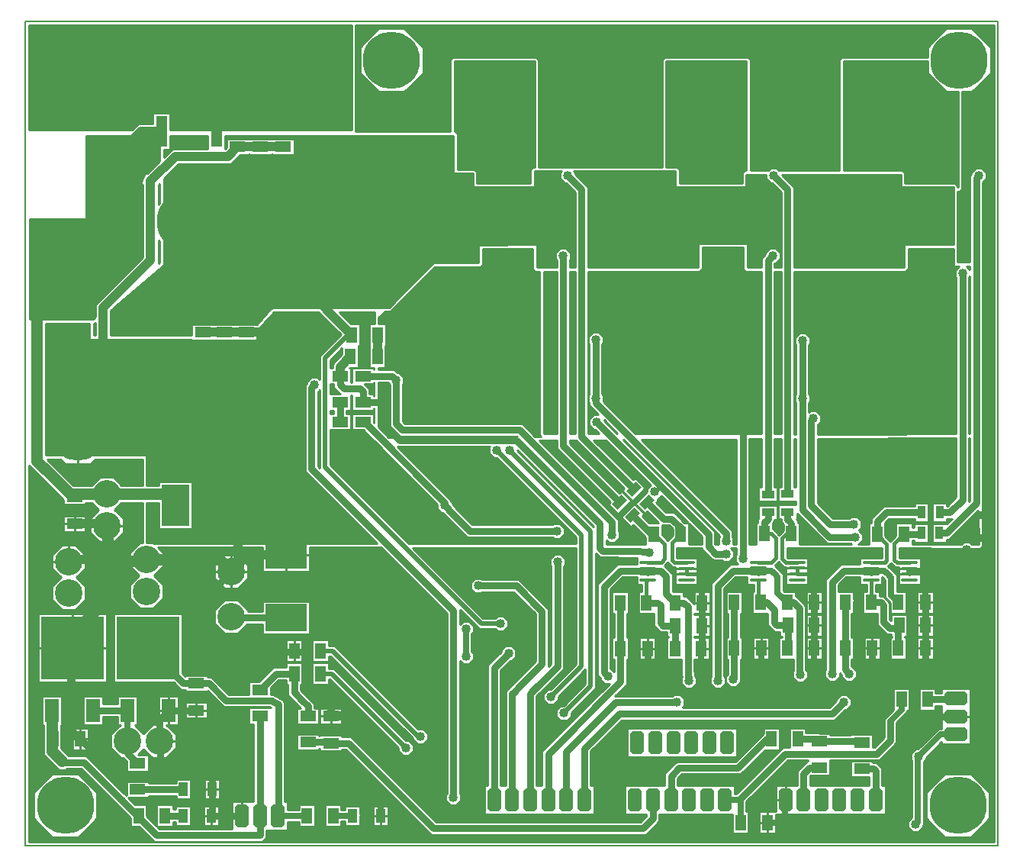
<source format=gbr>
G04 PROTEUS RS274X GERBER FILE*
%FSLAX45Y45*%
%MOMM*%
G01*
%ADD10C,0.762000*%
%ADD15C,0.381000*%
%ADD14C,0.254000*%
%ADD12C,0.635000*%
%ADD11C,0.508000*%
%ADD13C,1.016000*%
%ADD16C,1.270000*%
%ADD18C,1.016000*%
%ADD19C,0.762000*%
%ADD20C,5.080000*%
%ADD25R,1.143000X1.803400*%
%ADD27R,1.803400X1.143000*%
%ADD42R,6.985000X6.985000*%
%ADD43R,1.524000X2.540000*%
%ADD26C,6.350000*%
%AMPPAD038*
4,1,36,
0.901700,-0.025400,
0.901700,0.025400,
0.898160,0.061750,
0.887980,0.095370,
0.871810,0.125600,
0.850300,0.151800,
0.824110,0.173310,
0.793870,0.189480,
0.760250,0.199660,
0.723900,0.203200,
-0.723900,0.203200,
-0.760250,0.199660,
-0.793870,0.189480,
-0.824110,0.173310,
-0.850300,0.151800,
-0.871810,0.125600,
-0.887980,0.095370,
-0.898160,0.061750,
-0.901700,0.025400,
-0.901700,-0.025400,
-0.898160,-0.061750,
-0.887980,-0.095370,
-0.871810,-0.125600,
-0.850300,-0.151800,
-0.824110,-0.173310,
-0.793870,-0.189480,
-0.760250,-0.199660,
-0.723900,-0.203200,
0.723900,-0.203200,
0.760250,-0.199660,
0.793870,-0.189480,
0.824110,-0.173310,
0.850300,-0.151800,
0.871810,-0.125600,
0.887980,-0.095370,
0.898160,-0.061750,
0.901700,-0.025400,
0*%
%ADD44PPAD038*%
%ADD45R,1.016000X1.524000*%
%AMDIL025*
4,1,8,
-1.270000,0.457200,-0.965200,0.762000,0.965200,0.762000,1.270000,0.457200,1.270000,-0.457200,
0.965200,-0.762000,-0.965200,-0.762000,-1.270000,-0.457200,-1.270000,0.457200,
0*%
%ADD31DIL025*%
%AMDIL026*
4,1,8,
-0.762000,0.965200,-0.457200,1.270000,0.457200,1.270000,0.762000,0.965200,0.762000,-0.965200,
0.457200,-1.270000,-0.457200,-1.270000,-0.762000,-0.965200,-0.762000,0.965200,
0*%
%ADD32DIL026*%
%ADD33C,3.048000*%
%ADD46R,4.572000X3.048000*%
%AMPPAD041*
4,1,4,
-0.179610,-0.844140,
-0.844140,-0.179610,
0.179610,0.844140,
0.844140,0.179610,
-0.179610,-0.844140,
0*%
%ADD47PPAD041*%
%ADD34R,1.447800X0.939800*%
%ADD48R,0.939800X1.447800*%
%ADD39R,3.048000X4.572000*%
%ADD49R,1.244600X3.403600*%
%ADD41C,0.203200*%
G36*
X+4572000Y+1112520D02*
X+4553064Y+1112520D01*
X+4526280Y+1085736D01*
X+4526280Y+934720D01*
X+3931920Y+934720D01*
X+3931920Y+1060336D01*
X+3905136Y+1087120D01*
X+3716020Y+1087120D01*
X+3716020Y+1479437D01*
X+3689238Y+1506219D01*
X+3683000Y+1506219D01*
X+3683000Y+2286000D01*
X+4572000Y+2286000D01*
X+4572000Y+1112520D01*
G37*
%LPC*%
G36*
X+4203700Y+1667155D02*
X+4203700Y+1761845D01*
X+4270655Y+1828800D01*
X+4365345Y+1828800D01*
X+4432300Y+1761845D01*
X+4432300Y+1667155D01*
X+4365345Y+1600200D01*
X+4270655Y+1600200D01*
X+4203700Y+1667155D01*
G37*
G36*
X+3981450Y+1039159D02*
X+3981450Y+1065461D01*
X+4000049Y+1084060D01*
X+4026351Y+1084060D01*
X+4044950Y+1065461D01*
X+4044950Y+1039159D01*
X+4026351Y+1020560D01*
X+4000049Y+1020560D01*
X+3981450Y+1039159D01*
G37*
G36*
X+3879850Y+1215135D02*
X+3879850Y+1241437D01*
X+3898449Y+1260036D01*
X+3924751Y+1260036D01*
X+3943350Y+1241437D01*
X+3943350Y+1215135D01*
X+3924751Y+1196536D01*
X+3898449Y+1196536D01*
X+3879850Y+1215135D01*
G37*
G36*
X+4083050Y+1215135D02*
X+4083050Y+1241437D01*
X+4101649Y+1260036D01*
X+4127951Y+1260036D01*
X+4146550Y+1241437D01*
X+4146550Y+1215135D01*
X+4127951Y+1196536D01*
X+4101649Y+1196536D01*
X+4083050Y+1215135D01*
G37*
G36*
X+3778250Y+1391111D02*
X+3778250Y+1417413D01*
X+3796849Y+1436012D01*
X+3823151Y+1436012D01*
X+3841750Y+1417413D01*
X+3841750Y+1391111D01*
X+3823151Y+1372512D01*
X+3796849Y+1372512D01*
X+3778250Y+1391111D01*
G37*
G36*
X+3981450Y+1391111D02*
X+3981450Y+1417413D01*
X+4000049Y+1436012D01*
X+4026351Y+1436012D01*
X+4044950Y+1417413D01*
X+4044950Y+1391111D01*
X+4026351Y+1372512D01*
X+4000049Y+1372512D01*
X+3981450Y+1391111D01*
G37*
G36*
X+3879850Y+1567087D02*
X+3879850Y+1593389D01*
X+3898449Y+1611988D01*
X+3924751Y+1611988D01*
X+3943350Y+1593389D01*
X+3943350Y+1567087D01*
X+3924751Y+1548488D01*
X+3898449Y+1548488D01*
X+3879850Y+1567087D01*
G37*
G36*
X+3778250Y+1743063D02*
X+3778250Y+1769365D01*
X+3796849Y+1787964D01*
X+3823151Y+1787964D01*
X+3841750Y+1769365D01*
X+3841750Y+1743063D01*
X+3823151Y+1724464D01*
X+3796849Y+1724464D01*
X+3778250Y+1743063D01*
G37*
G36*
X+3905250Y+1891849D02*
X+3905250Y+1918151D01*
X+3923849Y+1936750D01*
X+3950151Y+1936750D01*
X+3968750Y+1918151D01*
X+3968750Y+1891849D01*
X+3950151Y+1873250D01*
X+3923849Y+1873250D01*
X+3905250Y+1891849D01*
G37*
G36*
X+3892550Y+2092141D02*
X+3892550Y+2118443D01*
X+3911149Y+2137042D01*
X+3937451Y+2137042D01*
X+3956050Y+2118443D01*
X+3956050Y+2092141D01*
X+3937451Y+2073542D01*
X+3911149Y+2073542D01*
X+3892550Y+2092141D01*
G37*
G36*
X+4121150Y+2092141D02*
X+4121150Y+2118443D01*
X+4139749Y+2137042D01*
X+4166051Y+2137042D01*
X+4184650Y+2118443D01*
X+4184650Y+2092141D01*
X+4166051Y+2073542D01*
X+4139749Y+2073542D01*
X+4121150Y+2092141D01*
G37*
G36*
X+4349750Y+2092141D02*
X+4349750Y+2118443D01*
X+4368349Y+2137042D01*
X+4394651Y+2137042D01*
X+4413250Y+2118443D01*
X+4413250Y+2092141D01*
X+4394651Y+2073542D01*
X+4368349Y+2073542D01*
X+4349750Y+2092141D01*
G37*
%LPD*%
G36*
X+6922934Y+1074420D02*
X+6902441Y+1074420D01*
X+6875609Y+1047342D01*
X+6876632Y+934720D01*
X+6179820Y+934720D01*
X+6179820Y+1085736D01*
X+6153036Y+1112520D01*
X+6033566Y+1112520D01*
X+6032500Y+2286000D01*
X+6924013Y+2286355D01*
X+6922934Y+1074420D01*
G37*
%LPC*%
G36*
X+6553200Y+1667155D02*
X+6553200Y+1761845D01*
X+6620155Y+1828800D01*
X+6714845Y+1828800D01*
X+6781800Y+1761845D01*
X+6781800Y+1667155D01*
X+6714845Y+1600200D01*
X+6620155Y+1600200D01*
X+6553200Y+1667155D01*
G37*
G36*
X+6332219Y+1039159D02*
X+6332219Y+1065461D01*
X+6350818Y+1084060D01*
X+6377120Y+1084060D01*
X+6395719Y+1065461D01*
X+6395719Y+1039159D01*
X+6377120Y+1020560D01*
X+6350818Y+1020560D01*
X+6332219Y+1039159D01*
G37*
G36*
X+6230619Y+1215135D02*
X+6230619Y+1241437D01*
X+6249218Y+1260036D01*
X+6275520Y+1260036D01*
X+6294119Y+1241437D01*
X+6294119Y+1215135D01*
X+6275520Y+1196536D01*
X+6249218Y+1196536D01*
X+6230619Y+1215135D01*
G37*
G36*
X+6433819Y+1215135D02*
X+6433819Y+1241437D01*
X+6452418Y+1260036D01*
X+6478720Y+1260036D01*
X+6497319Y+1241437D01*
X+6497319Y+1215135D01*
X+6478720Y+1196536D01*
X+6452418Y+1196536D01*
X+6433819Y+1215135D01*
G37*
G36*
X+6129019Y+1391111D02*
X+6129019Y+1417413D01*
X+6147618Y+1436012D01*
X+6173920Y+1436012D01*
X+6192519Y+1417413D01*
X+6192519Y+1391111D01*
X+6173920Y+1372512D01*
X+6147618Y+1372512D01*
X+6129019Y+1391111D01*
G37*
G36*
X+6332219Y+1391111D02*
X+6332219Y+1417413D01*
X+6350818Y+1436012D01*
X+6377120Y+1436012D01*
X+6395719Y+1417413D01*
X+6395719Y+1391111D01*
X+6377120Y+1372512D01*
X+6350818Y+1372512D01*
X+6332219Y+1391111D01*
G37*
G36*
X+6230619Y+1567087D02*
X+6230619Y+1593389D01*
X+6249218Y+1611988D01*
X+6275520Y+1611988D01*
X+6294119Y+1593389D01*
X+6294119Y+1567087D01*
X+6275520Y+1548488D01*
X+6249218Y+1548488D01*
X+6230619Y+1567087D01*
G37*
G36*
X+6129019Y+1743063D02*
X+6129019Y+1769365D01*
X+6147618Y+1787964D01*
X+6173920Y+1787964D01*
X+6192519Y+1769365D01*
X+6192519Y+1743063D01*
X+6173920Y+1724464D01*
X+6147618Y+1724464D01*
X+6129019Y+1743063D01*
G37*
G36*
X+6254750Y+1891849D02*
X+6254750Y+1918151D01*
X+6273349Y+1936750D01*
X+6299651Y+1936750D01*
X+6318250Y+1918151D01*
X+6318250Y+1891849D01*
X+6299651Y+1873250D01*
X+6273349Y+1873250D01*
X+6254750Y+1891849D01*
G37*
G36*
X+6242164Y+2126647D02*
X+6242164Y+2152949D01*
X+6260763Y+2171548D01*
X+6287065Y+2171548D01*
X+6305664Y+2152949D01*
X+6305664Y+2126647D01*
X+6287065Y+2108048D01*
X+6260763Y+2108048D01*
X+6242164Y+2126647D01*
G37*
G36*
X+6470764Y+2126647D02*
X+6470764Y+2152949D01*
X+6489363Y+2171548D01*
X+6515665Y+2171548D01*
X+6534264Y+2152949D01*
X+6534264Y+2126647D01*
X+6515665Y+2108048D01*
X+6489363Y+2108048D01*
X+6470764Y+2126647D01*
G37*
G36*
X+6699364Y+2126647D02*
X+6699364Y+2152949D01*
X+6717963Y+2171548D01*
X+6744265Y+2171548D01*
X+6762864Y+2152949D01*
X+6762864Y+2126647D01*
X+6744265Y+2108048D01*
X+6717963Y+2108048D01*
X+6699364Y+2126647D01*
G37*
%LPD*%
G36*
X+8933181Y+2153510D02*
X+9138510Y+1948181D01*
X+9271000Y+1948181D01*
X+9271000Y+889000D01*
X+9265920Y+889000D01*
X+9265920Y+907936D01*
X+9239136Y+934720D01*
X+8681720Y+934720D01*
X+8681720Y+1047636D01*
X+8654936Y+1074420D01*
X+8001000Y+1074420D01*
X+8001000Y+2286000D01*
X+8933181Y+2286000D01*
X+8933181Y+2153510D01*
G37*
%LPC*%
G36*
X+8140700Y+1603655D02*
X+8140700Y+1698345D01*
X+8207655Y+1765300D01*
X+8302345Y+1765300D01*
X+8369300Y+1698345D01*
X+8369300Y+1603655D01*
X+8302345Y+1536700D01*
X+8207655Y+1536700D01*
X+8140700Y+1603655D01*
G37*
G36*
X+8566150Y+1215135D02*
X+8566150Y+1241437D01*
X+8584749Y+1260036D01*
X+8611051Y+1260036D01*
X+8629650Y+1241437D01*
X+8629650Y+1215135D01*
X+8611051Y+1196536D01*
X+8584749Y+1196536D01*
X+8566150Y+1215135D01*
G37*
G36*
X+8769350Y+1215135D02*
X+8769350Y+1241437D01*
X+8787949Y+1260036D01*
X+8814251Y+1260036D01*
X+8832850Y+1241437D01*
X+8832850Y+1215135D01*
X+8814251Y+1196536D01*
X+8787949Y+1196536D01*
X+8769350Y+1215135D01*
G37*
G36*
X+8566150Y+1567087D02*
X+8566150Y+1593389D01*
X+8584749Y+1611988D01*
X+8611051Y+1611988D01*
X+8629650Y+1593389D01*
X+8629650Y+1567087D01*
X+8611051Y+1548488D01*
X+8584749Y+1548488D01*
X+8566150Y+1567087D01*
G37*
G36*
X+8693150Y+1853749D02*
X+8693150Y+1880051D01*
X+8711749Y+1898650D01*
X+8738051Y+1898650D01*
X+8756650Y+1880051D01*
X+8756650Y+1853749D01*
X+8738051Y+1835150D01*
X+8711749Y+1835150D01*
X+8693150Y+1853749D01*
G37*
G36*
X+8274050Y+1244394D02*
X+8274050Y+1270696D01*
X+8292649Y+1289295D01*
X+8318951Y+1289295D01*
X+8337550Y+1270696D01*
X+8337550Y+1244394D01*
X+8318951Y+1225795D01*
X+8292649Y+1225795D01*
X+8274050Y+1244394D01*
G37*
G36*
X+9036050Y+1244394D02*
X+9036050Y+1270696D01*
X+9054649Y+1289295D01*
X+9080951Y+1289295D01*
X+9099550Y+1270696D01*
X+9099550Y+1244394D01*
X+9080951Y+1225795D01*
X+9054649Y+1225795D01*
X+9036050Y+1244394D01*
G37*
G36*
X+8477250Y+1929949D02*
X+8477250Y+1956251D01*
X+8495849Y+1974850D01*
X+8522151Y+1974850D01*
X+8540750Y+1956251D01*
X+8540750Y+1929949D01*
X+8522151Y+1911350D01*
X+8495849Y+1911350D01*
X+8477250Y+1929949D01*
G37*
G36*
X+8528050Y+2124274D02*
X+8528050Y+2150576D01*
X+8546649Y+2169175D01*
X+8572951Y+2169175D01*
X+8591550Y+2150576D01*
X+8591550Y+2124274D01*
X+8572951Y+2105675D01*
X+8546649Y+2105675D01*
X+8528050Y+2124274D01*
G37*
G36*
X+8782050Y+2124274D02*
X+8782050Y+2150576D01*
X+8800649Y+2169175D01*
X+8826951Y+2169175D01*
X+8845550Y+2150576D01*
X+8845550Y+2124274D01*
X+8826951Y+2105675D01*
X+8800649Y+2105675D01*
X+8782050Y+2124274D01*
G37*
G36*
X+8794750Y+1625149D02*
X+8794750Y+1651451D01*
X+8813349Y+1670050D01*
X+8839651Y+1670050D01*
X+8858250Y+1651451D01*
X+8858250Y+1625149D01*
X+8839651Y+1606550D01*
X+8813349Y+1606550D01*
X+8794750Y+1625149D01*
G37*
G36*
X+9074150Y+1447349D02*
X+9074150Y+1473651D01*
X+9092749Y+1492250D01*
X+9119051Y+1492250D01*
X+9137650Y+1473651D01*
X+9137650Y+1447349D01*
X+9119051Y+1428750D01*
X+9092749Y+1428750D01*
X+9074150Y+1447349D01*
G37*
G36*
X+8985249Y+1823886D02*
X+8985249Y+1850188D01*
X+9003848Y+1868787D01*
X+9030150Y+1868787D01*
X+9048749Y+1850188D01*
X+9048749Y+1823886D01*
X+9030150Y+1805287D01*
X+9003848Y+1805287D01*
X+8985249Y+1823886D01*
G37*
G36*
X+8096249Y+2043856D02*
X+8096249Y+2070158D01*
X+8114848Y+2088757D01*
X+8141150Y+2088757D01*
X+8159749Y+2070158D01*
X+8159749Y+2043856D01*
X+8141150Y+2025257D01*
X+8114848Y+2025257D01*
X+8096249Y+2043856D01*
G37*
G36*
X+8350249Y+2043856D02*
X+8350249Y+2070158D01*
X+8368848Y+2088757D01*
X+8395150Y+2088757D01*
X+8413749Y+2070158D01*
X+8413749Y+2043856D01*
X+8395150Y+2025257D01*
X+8368848Y+2025257D01*
X+8350249Y+2043856D01*
G37*
%LPD*%
G36*
X+9672320Y-6370320D02*
X-1036320Y-6370320D01*
X-1036320Y-2198978D01*
X-656589Y-2578709D01*
X-656589Y-2634969D01*
X-410211Y-2634969D01*
X-410211Y-2611119D01*
X-343503Y-2611119D01*
X-265022Y-2689600D01*
X-363219Y-2787797D01*
X-363219Y-2941403D01*
X-254603Y-3050019D01*
X-100997Y-3050019D01*
X+7619Y-2941403D01*
X+7619Y-2787797D01*
X-90578Y-2689600D01*
X-12097Y-2611119D01*
X+220980Y-2611119D01*
X+220980Y-3058681D01*
X+189897Y-3058681D01*
X+81281Y-3167297D01*
X+81281Y-3320903D01*
X+179478Y-3419100D01*
X+81281Y-3517297D01*
X+81281Y-3670903D01*
X+189897Y-3779519D01*
X+343503Y-3779519D01*
X+452119Y-3670903D01*
X+452119Y-3517297D01*
X+353922Y-3419100D01*
X+452119Y-3320903D01*
X+452119Y-3167297D01*
X+391242Y-3106420D01*
X+965200Y-3106420D01*
X+1554481Y-3107297D01*
X+1554481Y-3373119D01*
X+2077719Y-3373119D01*
X+2077719Y-3108075D01*
X+2868977Y-3109253D01*
X+3600585Y-3840861D01*
X+3600585Y-5837781D01*
X+3587885Y-5850481D01*
X+3587885Y-5919919D01*
X+3636985Y-5969019D01*
X+3706423Y-5969019D01*
X+3755523Y-5919919D01*
X+3755523Y-5850481D01*
X+3742823Y-5837781D01*
X+3742823Y-4369361D01*
X+3775281Y-4401819D01*
X+3844719Y-4401819D01*
X+3893819Y-4352719D01*
X+3893819Y-4283281D01*
X+3876512Y-4265974D01*
X+3876512Y-4063677D01*
X+3895562Y-4044627D01*
X+3895562Y-3975189D01*
X+3846462Y-3926089D01*
X+3777024Y-3926089D01*
X+3742823Y-3960290D01*
X+3742823Y-3796796D01*
X+3954146Y-4008119D01*
X+4130881Y-4008119D01*
X+4156281Y-4033519D01*
X+4225719Y-4033519D01*
X+4274819Y-3984419D01*
X+4274819Y-3914981D01*
X+4225719Y-3865881D01*
X+4156281Y-3865881D01*
X+4130881Y-3891281D01*
X+4002540Y-3891281D01*
X+3221036Y-3109777D01*
X+5034281Y-3112475D01*
X+5034281Y-4400421D01*
X+4753512Y-4681190D01*
X+4717590Y-4681190D01*
X+4668490Y-4730290D01*
X+4668490Y-4799728D01*
X+4717590Y-4848828D01*
X+4787028Y-4848828D01*
X+4836128Y-4799728D01*
X+4836128Y-4763806D01*
X+5135881Y-4464053D01*
X+5135881Y-4624003D01*
X+4897053Y-4862831D01*
X+4861131Y-4862831D01*
X+4812031Y-4911931D01*
X+4812031Y-4981369D01*
X+4861131Y-5030469D01*
X+4930569Y-5030469D01*
X+4979669Y-4981369D01*
X+4979669Y-4945447D01*
X+5252719Y-4672397D01*
X+5252719Y-3172797D01*
X+5295015Y-3215093D01*
X+5705811Y-3220439D01*
X+5705811Y-3294381D01*
X+5492566Y-3294381D01*
X+5273330Y-3513617D01*
X+5273330Y-4525460D01*
X+5300202Y-4552332D01*
X+5300202Y-4570294D01*
X+5349302Y-4619394D01*
X+5401931Y-4619394D01*
X+4653381Y-5367944D01*
X+4653381Y-5745481D01*
X+4595619Y-5745481D01*
X+4595619Y-4757437D01*
X+4897164Y-4455893D01*
X+4897164Y-3315179D01*
X+4909864Y-3302479D01*
X+4909864Y-3233041D01*
X+4860764Y-3183941D01*
X+4791326Y-3183941D01*
X+4742226Y-3233041D01*
X+4742226Y-3302479D01*
X+4754926Y-3315179D01*
X+4754926Y-4396977D01*
X+4726462Y-4425442D01*
X+4726462Y-3787158D01*
X+4400735Y-3461431D01*
X+3992171Y-3461431D01*
X+3979471Y-3448731D01*
X+3910033Y-3448731D01*
X+3860933Y-3497831D01*
X+3860933Y-3567269D01*
X+3910033Y-3616369D01*
X+3979471Y-3616369D01*
X+3992171Y-3603669D01*
X+4341821Y-3603669D01*
X+4584224Y-3846072D01*
X+4584224Y-4370300D01*
X+4253381Y-4701142D01*
X+4253381Y-5745481D01*
X+4195619Y-5745481D01*
X+4195619Y-4471127D01*
X+4299916Y-4366830D01*
X+4317878Y-4366830D01*
X+4366978Y-4317730D01*
X+4366978Y-4248292D01*
X+4317878Y-4199192D01*
X+4248440Y-4199192D01*
X+4199340Y-4248292D01*
X+4199340Y-4266254D01*
X+4053381Y-4412213D01*
X+4053381Y-5745481D01*
X+4015281Y-5745481D01*
X+4015281Y-6065519D01*
X+5233719Y-6065519D01*
X+5233719Y-5745481D01*
X+5195619Y-5745481D01*
X+5195619Y-5369757D01*
X+5540749Y-5024627D01*
X+7902949Y-5024627D01*
X+8017757Y-4909819D01*
X+8035719Y-4909819D01*
X+8084819Y-4860719D01*
X+8084819Y-4791281D01*
X+8035719Y-4742181D01*
X+7966281Y-4742181D01*
X+7917181Y-4791281D01*
X+7917181Y-4809243D01*
X+7844035Y-4882389D01*
X+6216324Y-4882389D01*
X+6237050Y-4861663D01*
X+6237050Y-4792225D01*
X+6187950Y-4743125D01*
X+6118512Y-4743125D01*
X+6105812Y-4755825D01*
X+5466652Y-4755825D01*
X+5595619Y-4626858D01*
X+5595619Y-4350591D01*
X+5614669Y-4350591D01*
X+5614669Y-4104213D01*
X+5595619Y-4104213D01*
X+5595619Y-3842591D01*
X+5614669Y-3842591D01*
X+5614669Y-3596213D01*
X+5434331Y-3596213D01*
X+5434331Y-3842591D01*
X+5453381Y-3842591D01*
X+5453381Y-4104213D01*
X+5434331Y-4104213D01*
X+5434331Y-4350591D01*
X+5453381Y-4350591D01*
X+5453381Y-4486397D01*
X+5418740Y-4451756D01*
X+5415568Y-4451756D01*
X+5415568Y-3572531D01*
X+5551480Y-3436619D01*
X+5705811Y-3436619D01*
X+5705811Y-3521741D01*
X+5762431Y-3521741D01*
X+5762431Y-3596213D01*
X+5724331Y-3596213D01*
X+5724331Y-3842591D01*
X+5899185Y-3842591D01*
X+5899185Y-3974054D01*
X+5969652Y-4044521D01*
X+6041831Y-4044521D01*
X+6041831Y-4096591D01*
X+6060881Y-4096591D01*
X+6060881Y-4104213D01*
X+6041831Y-4104213D01*
X+6041831Y-4350591D01*
X+6202899Y-4350591D01*
X+6202899Y-4525476D01*
X+6207460Y-4545202D01*
X+6202681Y-4549981D01*
X+6202681Y-4619419D01*
X+6251781Y-4668519D01*
X+6321219Y-4668519D01*
X+6370319Y-4619419D01*
X+6370319Y-4549981D01*
X+6356037Y-4535699D01*
X+6350908Y-4513516D01*
X+6345137Y-4466560D01*
X+6345137Y-4350591D01*
X+6512169Y-4350591D01*
X+6512169Y-4104213D01*
X+6345137Y-4104213D01*
X+6345137Y-4096591D01*
X+6522169Y-4096591D01*
X+6522169Y-3850213D01*
X+6345137Y-3850213D01*
X+6345137Y-3842591D01*
X+6522169Y-3842591D01*
X+6522169Y-3596213D01*
X+6341831Y-3596213D01*
X+6341831Y-3731827D01*
X+6258287Y-3648283D01*
X+6222169Y-3648283D01*
X+6222169Y-3596213D01*
X+6109387Y-3596213D01*
X+6105250Y-3592076D01*
X+6105250Y-3401575D01*
X+6014277Y-3310603D01*
X+6050644Y-3274236D01*
X+6064347Y-3287940D01*
X+6101878Y-3325471D01*
X+6135811Y-3325471D01*
X+6135811Y-3521741D01*
X+6382189Y-3521741D01*
X+6382189Y-3220063D01*
X+6153234Y-3220063D01*
X+6153234Y-3114140D01*
X+6431281Y-3114554D01*
X+6431281Y-3128258D01*
X+6554936Y-3251913D01*
X+6651386Y-3251913D01*
X+6664086Y-3264613D01*
X+6733524Y-3264613D01*
X+6782624Y-3215513D01*
X+6782624Y-3146075D01*
X+6751579Y-3115030D01*
X+6812019Y-3115120D01*
X+6812019Y-3182670D01*
X+6799319Y-3195370D01*
X+6799319Y-3264808D01*
X+6828892Y-3294381D01*
X+6743444Y-3294381D01*
X+6532881Y-3504944D01*
X+6532881Y-4537281D01*
X+6520181Y-4549981D01*
X+6520181Y-4619419D01*
X+6569281Y-4668519D01*
X+6638719Y-4668519D01*
X+6687819Y-4619419D01*
X+6687819Y-4549981D01*
X+6675119Y-4537281D01*
X+6675119Y-3563858D01*
X+6802358Y-3436619D01*
X+6932918Y-3436619D01*
X+6932918Y-3521372D01*
X+7004038Y-3521372D01*
X+7004039Y-3595844D01*
X+6987438Y-3595844D01*
X+6987438Y-3842222D01*
X+7160988Y-3842222D01*
X+7160988Y-3971731D01*
X+7233409Y-4044152D01*
X+7296438Y-4044152D01*
X+7296438Y-4096222D01*
X+7315488Y-4096222D01*
X+7315488Y-4103844D01*
X+7286438Y-4103844D01*
X+7286438Y-4350222D01*
X+7441420Y-4350222D01*
X+7441420Y-4478990D01*
X+7435233Y-4485177D01*
X+7435233Y-4554615D01*
X+7484333Y-4603715D01*
X+7553771Y-4603715D01*
X+7602871Y-4554615D01*
X+7602871Y-4485177D01*
X+7583658Y-4465964D01*
X+7583658Y-3754490D01*
X+7477082Y-3647914D01*
X+7466776Y-3647914D01*
X+7466776Y-3595844D01*
X+7345014Y-3595844D01*
X+7334882Y-3585712D01*
X+7334882Y-3405133D01*
X+7239546Y-3309798D01*
X+7246042Y-3303301D01*
X+7280975Y-3268368D01*
X+7337709Y-3325102D01*
X+7362918Y-3325102D01*
X+7362918Y-3521372D01*
X+7609296Y-3521372D01*
X+7609296Y-3219694D01*
X+7379573Y-3219694D01*
X+7373403Y-3213524D01*
X+7373403Y-3115956D01*
X+8429392Y-3117527D01*
X+8429392Y-3222464D01*
X+8429058Y-3222464D01*
X+8429058Y-3221194D01*
X+8182680Y-3221194D01*
X+8182680Y-3294381D01*
X+7971543Y-3294381D01*
X+7802881Y-3463043D01*
X+7802881Y-4461081D01*
X+7790181Y-4473781D01*
X+7790181Y-4543219D01*
X+7839281Y-4592319D01*
X+7908719Y-4592319D01*
X+7957819Y-4543219D01*
X+7957819Y-4502395D01*
X+7980681Y-4525257D01*
X+7980681Y-4543219D01*
X+8029781Y-4592319D01*
X+8099219Y-4592319D01*
X+8148319Y-4543219D01*
X+8148319Y-4473781D01*
X+8099219Y-4424681D01*
X+8090988Y-4424681D01*
X+8090988Y-4350222D01*
X+8110038Y-4350222D01*
X+8110038Y-4103844D01*
X+8090988Y-4103844D01*
X+8090988Y-3842222D01*
X+8110038Y-3842222D01*
X+8110038Y-3711349D01*
X+8120092Y-3691746D01*
X+8110038Y-3683811D01*
X+8110038Y-3595844D01*
X+7945119Y-3595844D01*
X+7945119Y-3521957D01*
X+8030457Y-3436619D01*
X+8182680Y-3436619D01*
X+8182680Y-3522872D01*
X+8253800Y-3522872D01*
X+8253800Y-3595844D01*
X+8219700Y-3595844D01*
X+8219700Y-3842222D01*
X+8373132Y-3842222D01*
X+8373132Y-3966008D01*
X+8479738Y-4071619D01*
X+8528700Y-4071619D01*
X+8528700Y-4096222D01*
X+8537750Y-4096222D01*
X+8537750Y-4103844D01*
X+8518700Y-4103844D01*
X+8518700Y-4350222D01*
X+8699038Y-4350222D01*
X+8699038Y-4103844D01*
X+8679988Y-4103844D01*
X+8679988Y-4096222D01*
X+8709038Y-4096222D01*
X+8709038Y-3849844D01*
X+8528700Y-3849844D01*
X+8528700Y-3919908D01*
X+8515370Y-3906702D01*
X+8515370Y-3719139D01*
X+8444145Y-3647914D01*
X+8400038Y-3647914D01*
X+8400038Y-3595844D01*
X+8357938Y-3595844D01*
X+8357938Y-3522872D01*
X+8429058Y-3522872D01*
X+8429058Y-3432654D01*
X+8463100Y-3466696D01*
X+8463100Y-3664861D01*
X+8518700Y-3720460D01*
X+8518700Y-3842222D01*
X+8699038Y-3842222D01*
X+8699038Y-3595844D01*
X+8592638Y-3595844D01*
X+8592638Y-3413041D01*
X+8492804Y-3313208D01*
X+8494662Y-3311351D01*
X+8525333Y-3280680D01*
X+8571255Y-3326602D01*
X+8612680Y-3326602D01*
X+8612680Y-3522872D01*
X+8859058Y-3522872D01*
X+8859058Y-3221194D01*
X+8618995Y-3221194D01*
X+8618995Y-3117809D01*
X+9335768Y-3118876D01*
X+9335768Y-3143849D01*
X+9354367Y-3162448D01*
X+9380669Y-3162448D01*
X+9399268Y-3143849D01*
X+9399268Y-3118970D01*
X+9518630Y-3119148D01*
X+9545516Y-3092020D01*
X+9544932Y-3035911D01*
X+9558471Y-3035911D01*
X+9577070Y-3017312D01*
X+9577070Y-2991010D01*
X+9558471Y-2972411D01*
X+9544270Y-2972411D01*
X+9542286Y-2781911D01*
X+9558471Y-2781911D01*
X+9577070Y-2763312D01*
X+9577070Y-2737010D01*
X+9558471Y-2718411D01*
X+9541624Y-2718411D01*
X+9540926Y-2651329D01*
X+9545319Y-2646936D01*
X+9545319Y+12455D01*
X+9545448Y+31418D01*
X+9545319Y+31548D01*
X+9545319Y+943181D01*
X+9583419Y+981281D01*
X+9583419Y+1050719D01*
X+9534319Y+1099819D01*
X+9464881Y+1099819D01*
X+9415781Y+1050719D01*
X+9415781Y+1032757D01*
X+9403081Y+1020057D01*
X+9403081Y+58420D01*
X+9265920Y+58420D01*
X+9265920Y+843280D01*
X+9289936Y+843280D01*
X+9316720Y+870064D01*
X+9316720Y+1948181D01*
X+9428890Y+1948181D01*
X+9634219Y+2153510D01*
X+9634219Y+2443890D01*
X+9428890Y+2649219D01*
X+9138510Y+2649219D01*
X+8933181Y+2443890D01*
X+8933181Y+2331720D01*
X+7982064Y+2331720D01*
X+7955280Y+2304936D01*
X+7955280Y+1074420D01*
X+7286418Y+1074420D01*
X+7261019Y+1099819D01*
X+7191581Y+1099819D01*
X+7166182Y+1074420D01*
X+6968653Y+1074420D01*
X+6969749Y+2305270D01*
X+6942949Y+2332082D01*
X+6013537Y+2331711D01*
X+5986764Y+2304904D01*
X+5987847Y+1112520D01*
X+4617720Y+1112520D01*
X+4617720Y+2304936D01*
X+4590936Y+2331720D01*
X+3664064Y+2331720D01*
X+3637280Y+2304936D01*
X+3637280Y+1506220D01*
X+2585720Y+1506231D01*
X+2585720Y+2687320D01*
X+9672320Y+2687320D01*
X+9672320Y-6370320D01*
G37*
%LPC*%
G36*
X-935469Y-3841751D02*
X-170931Y-3841751D01*
X-170931Y-4606289D01*
X-935469Y-4606289D01*
X-935469Y-3841751D01*
G37*
G36*
X+622819Y-5074919D02*
X+485741Y-5074919D01*
X+591819Y-5180997D01*
X+591819Y-5334603D01*
X+483203Y-5443219D01*
X+329597Y-5443219D01*
X+231400Y-5345022D01*
X+170449Y-5405973D01*
X+175507Y-5411031D01*
X+288289Y-5411031D01*
X+288289Y-5591369D01*
X+41911Y-5591369D01*
X+41911Y-5478587D01*
X+6543Y-5443219D01*
X-20403Y-5443219D01*
X-129019Y-5334603D01*
X-129019Y-5180997D01*
X-22941Y-5074919D01*
X-52819Y-5074919D01*
X-52819Y-4986019D01*
X-215381Y-4986019D01*
X-215381Y-5074919D01*
X-433819Y-5074919D01*
X-433819Y-4754881D01*
X-215381Y-4754881D01*
X-215381Y-4843781D01*
X-52819Y-4843781D01*
X-52819Y-4754881D01*
X+165619Y-4754881D01*
X+165619Y-5074919D01*
X+135741Y-5074919D01*
X+231400Y-5170578D01*
X+329597Y-5072381D01*
X+404381Y-5072381D01*
X+404381Y-4754881D01*
X+622819Y-4754881D01*
X+622819Y-5074919D01*
G37*
G36*
X+667269Y-4505713D02*
X+695211Y-4533655D01*
X+695211Y-4524731D01*
X+941589Y-4524731D01*
X+941589Y-4543781D01*
X+986757Y-4543781D01*
X+1179513Y-4736537D01*
X+1400811Y-4736537D01*
X+1400811Y-4596131D01*
X+1513593Y-4596131D01*
X+1672343Y-4437381D01*
X+1814831Y-4437381D01*
X+1814831Y-4385311D01*
X+1995169Y-4385311D01*
X+1995169Y-4631689D01*
X+1976119Y-4631689D01*
X+1976119Y-4687933D01*
X+2128519Y-4840333D01*
X+2128519Y-4888231D01*
X+2180589Y-4888231D01*
X+2180589Y-5068569D01*
X+1934211Y-5068569D01*
X+1934211Y-4888231D01*
X+1975265Y-4888231D01*
X+1833881Y-4746847D01*
X+1833881Y-4631689D01*
X+1814831Y-4631689D01*
X+1814831Y-4579619D01*
X+1731257Y-4579619D01*
X+1647189Y-4663687D01*
X+1647189Y-4736537D01*
X+1669962Y-4736537D01*
X+1779176Y-4799236D01*
X+1798319Y-4832300D01*
X+1798319Y-5926373D01*
X+1832204Y-5926373D01*
X+1832204Y-6021623D01*
X+1956631Y-6021623D01*
X+1956631Y-5960111D01*
X+2136969Y-5960111D01*
X+2136969Y-6206489D01*
X+1956631Y-6206489D01*
X+1956631Y-6151161D01*
X+1832204Y-6151161D01*
X+1832204Y-6246411D01*
X+1595119Y-6246411D01*
X+1595119Y-6328658D01*
X+1553458Y-6370319D01*
X+348650Y-6370319D01*
X+184821Y-6206489D01*
X+87631Y-6206489D01*
X+87631Y-6109299D01*
X-461234Y-5560433D01*
X-617943Y-5560433D01*
X-632168Y-5574658D01*
X-712126Y-5574658D01*
X-878319Y-5408465D01*
X-878319Y-5074919D01*
X-891019Y-5074919D01*
X-891019Y-4754881D01*
X-672581Y-4754881D01*
X-672581Y-5074919D01*
X-685281Y-5074919D01*
X-685281Y-5109211D01*
X-678931Y-5109211D01*
X-678931Y-5334857D01*
X-595593Y-5418195D01*
X-402320Y-5418195D01*
X+13866Y-5834381D01*
X+21696Y-5834381D01*
X+41911Y-5854596D01*
X+41911Y-5701031D01*
X+288289Y-5701031D01*
X+288289Y-5720081D01*
X+591821Y-5720081D01*
X+591821Y-5681981D01*
X+759459Y-5681981D01*
X+759459Y-5900419D01*
X+591821Y-5900419D01*
X+591821Y-5862319D01*
X+288289Y-5862319D01*
X+288289Y-5881369D01*
X+63357Y-5881369D01*
X+63357Y-5883873D01*
X+139595Y-5960111D01*
X+267969Y-5960111D01*
X+267969Y-6088485D01*
X+377631Y-6198148D01*
X+377631Y-5960111D01*
X+557969Y-5960111D01*
X+557969Y-6012181D01*
X+589281Y-6012181D01*
X+589281Y-5974081D01*
X+756919Y-5974081D01*
X+756919Y-6192519D01*
X+589281Y-6192519D01*
X+589281Y-6154419D01*
X+557969Y-6154419D01*
X+557969Y-6206489D01*
X+385972Y-6206489D01*
X+407564Y-6228081D01*
X+1213766Y-6228081D01*
X+1213766Y-5926373D01*
X+1452881Y-5926373D01*
X+1452881Y-5066469D01*
X+1400811Y-5066469D01*
X+1400811Y-4886131D01*
X+1644853Y-4886131D01*
X+1632039Y-4878775D01*
X+1120599Y-4878775D01*
X+941589Y-4699765D01*
X+941589Y-4705069D01*
X+695211Y-4705069D01*
X+695211Y-4686019D01*
X+646423Y-4686019D01*
X+566693Y-4606289D01*
X-97269Y-4606289D01*
X-97269Y-3841751D01*
X+667269Y-3841751D01*
X+667269Y-4505713D01*
G37*
G36*
X-559269Y-5109211D02*
X-378931Y-5109211D01*
X-378931Y-5355589D01*
X-559269Y-5355589D01*
X-559269Y-5109211D01*
G37*
G36*
X+941589Y-4824731D02*
X+941589Y-5005069D01*
X+695211Y-5005069D01*
X+695211Y-4824731D01*
X+941589Y-4824731D01*
G37*
G36*
X+7586438Y-3595844D02*
X+7766776Y-3595844D01*
X+7766776Y-3842222D01*
X+7586438Y-3842222D01*
X+7586438Y-3595844D01*
G37*
G36*
X+8818700Y-3595844D02*
X+8999038Y-3595844D01*
X+8999038Y-3842222D01*
X+8818700Y-3842222D01*
X+8818700Y-3595844D01*
G37*
G36*
X+5734331Y-4104213D02*
X+5914669Y-4104213D01*
X+5914669Y-4350591D01*
X+5734331Y-4350591D01*
X+5734331Y-4104213D01*
G37*
G36*
X+6877776Y-3842222D02*
X+6858726Y-3842222D01*
X+6858726Y-4103844D01*
X+6877776Y-4103844D01*
X+6877776Y-4350222D01*
X+6858726Y-4350222D01*
X+6858726Y-4533111D01*
X+6862475Y-4536860D01*
X+6862475Y-4606298D01*
X+6813375Y-4655398D01*
X+6743937Y-4655398D01*
X+6694837Y-4606298D01*
X+6694837Y-4536860D01*
X+6716488Y-4515209D01*
X+6716488Y-4350222D01*
X+6697438Y-4350222D01*
X+6697438Y-4103844D01*
X+6716488Y-4103844D01*
X+6716488Y-3842222D01*
X+6697438Y-3842222D01*
X+6697438Y-3595844D01*
X+6877776Y-3595844D01*
X+6877776Y-3842222D01*
G37*
G36*
X+7586438Y-3849844D02*
X+7766776Y-3849844D01*
X+7766776Y-4096222D01*
X+7586438Y-4096222D01*
X+7586438Y-3849844D01*
G37*
G36*
X+8818700Y-3849844D02*
X+8999038Y-3849844D01*
X+8999038Y-4096222D01*
X+8818700Y-4096222D01*
X+8818700Y-3849844D01*
G37*
G36*
X+6997438Y-4103844D02*
X+7177776Y-4103844D01*
X+7177776Y-4350222D01*
X+6997438Y-4350222D01*
X+6997438Y-4103844D01*
G37*
G36*
X+7586438Y-4103844D02*
X+7766776Y-4103844D01*
X+7766776Y-4350222D01*
X+7586438Y-4350222D01*
X+7586438Y-4103844D01*
G37*
G36*
X+8229700Y-4103844D02*
X+8410038Y-4103844D01*
X+8410038Y-4350222D01*
X+8229700Y-4350222D01*
X+8229700Y-4103844D01*
G37*
G36*
X+8818700Y-4103844D02*
X+8999038Y-4103844D01*
X+8999038Y-4350222D01*
X+8818700Y-4350222D01*
X+8818700Y-4103844D01*
G37*
G36*
X+8733585Y-4916405D02*
X+8708185Y-4916405D01*
X+8708185Y-4938056D01*
X+8592192Y-5054049D01*
X+8592192Y-5275183D01*
X+8398756Y-5468619D01*
X+7854289Y-5468619D01*
X+7854289Y-5640069D01*
X+7634115Y-5640069D01*
X+7627619Y-5646565D01*
X+7627619Y-5745481D01*
X+8287091Y-5745481D01*
X+8287091Y-5652769D01*
X+8081011Y-5652769D01*
X+8081011Y-5472431D01*
X+8327389Y-5472431D01*
X+8327389Y-5491481D01*
X+8367488Y-5491481D01*
X+8429329Y-5553322D01*
X+8429329Y-5745481D01*
X+8465719Y-5745481D01*
X+8465719Y-6065519D01*
X+7248169Y-6065519D01*
X+7248169Y-6282689D01*
X+7067831Y-6282689D01*
X+7067831Y-6036311D01*
X+7247281Y-6036311D01*
X+7247281Y-5745481D01*
X+7485381Y-5745481D01*
X+7485381Y-5587651D01*
X+7595171Y-5477861D01*
X+7607911Y-5477861D01*
X+7607911Y-5468619D01*
X+7382757Y-5468619D01*
X+6922769Y-5928607D01*
X+6922769Y-6036311D01*
X+6948169Y-6036311D01*
X+6948169Y-6282689D01*
X+6767831Y-6282689D01*
X+6767831Y-6065519D01*
X+5957619Y-6065519D01*
X+5957619Y-6144457D01*
X+5807957Y-6294119D01*
X+3423361Y-6294119D01*
X+3381700Y-6252457D01*
X+2478762Y-5349519D01*
X+2434589Y-5349519D01*
X+2434589Y-5368569D01*
X+2188211Y-5368569D01*
X+2188211Y-5339519D01*
X+2180589Y-5339519D01*
X+2180589Y-5358569D01*
X+1934211Y-5358569D01*
X+1934211Y-5178231D01*
X+2180589Y-5178231D01*
X+2180589Y-5197281D01*
X+2188211Y-5197281D01*
X+2188211Y-5188231D01*
X+2434589Y-5188231D01*
X+2434589Y-5207281D01*
X+2537676Y-5207281D01*
X+3482276Y-6151881D01*
X+5749043Y-6151881D01*
X+5815381Y-6085543D01*
X+5815381Y-6065519D01*
X+5577281Y-6065519D01*
X+5577281Y-5745481D01*
X+6015376Y-5745481D01*
X+6015376Y-5614748D01*
X+6148557Y-5481567D01*
X+6801548Y-5481567D01*
X+7112831Y-5170284D01*
X+7112831Y-5109211D01*
X+7293169Y-5109211D01*
X+7293169Y-5355589D01*
X+7128678Y-5355589D01*
X+6860462Y-5623805D01*
X+6207471Y-5623805D01*
X+6157614Y-5673662D01*
X+6157614Y-5745481D01*
X+6795719Y-5745481D01*
X+6795719Y-5840731D01*
X+6806131Y-5840731D01*
X+6812481Y-5834381D01*
X+6815843Y-5834381D01*
X+7323843Y-5326381D01*
X+7402831Y-5326381D01*
X+7402831Y-5109211D01*
X+7583169Y-5109211D01*
X+7583169Y-5161281D01*
X+7733057Y-5161281D01*
X+7741507Y-5169731D01*
X+7854289Y-5169731D01*
X+7854289Y-5188781D01*
X+8081011Y-5188781D01*
X+8081011Y-5182431D01*
X+8327389Y-5182431D01*
X+8327389Y-5326381D01*
X+8339842Y-5326381D01*
X+8449954Y-5216269D01*
X+8449954Y-5013878D01*
X+8456304Y-5007528D01*
X+8456304Y-5006745D01*
X+8553247Y-4909802D01*
X+8553247Y-4670027D01*
X+8733585Y-4670027D01*
X+8733585Y-4916405D01*
G37*
G36*
X+2188211Y-5068569D02*
X+2188211Y-4888231D01*
X+2434589Y-4888231D01*
X+2434589Y-5068569D01*
X+2188211Y-5068569D01*
G37*
G36*
X-410211Y-2754631D02*
X-410211Y-2934969D01*
X-656589Y-2934969D01*
X-656589Y-2754631D01*
X-410211Y-2754631D01*
G37*
G36*
X+904241Y-5974081D02*
X+1071879Y-5974081D01*
X+1071879Y-6192519D01*
X+904241Y-6192519D01*
X+904241Y-5974081D01*
G37*
G36*
X+9023585Y-4722097D02*
X+9085581Y-4722097D01*
X+9085581Y-4672281D01*
X+9405619Y-4672281D01*
X+9405619Y-5290719D01*
X+9085581Y-5290719D01*
X+9085581Y-5268114D01*
X+8915243Y-5438453D01*
X+8915243Y-5461925D01*
X+8891268Y-5485900D01*
X+8891268Y-6180497D01*
X+8886444Y-6185321D01*
X+8886444Y-6212263D01*
X+8837344Y-6261363D01*
X+8767906Y-6261363D01*
X+8718806Y-6212263D01*
X+8718806Y-6142825D01*
X+8761732Y-6099899D01*
X+8761732Y-5476052D01*
X+8747605Y-5461925D01*
X+8747605Y-5392487D01*
X+8796705Y-5343387D01*
X+8827116Y-5343387D01*
X+8856822Y-5313682D01*
X+9053772Y-5116731D01*
X+9085581Y-5116731D01*
X+9085581Y-4864335D01*
X+9023585Y-4864335D01*
X+9023585Y-4916405D01*
X+8843247Y-4916405D01*
X+8843247Y-4670027D01*
X+9023585Y-4670027D01*
X+9023585Y-4722097D01*
G37*
G36*
X+2285169Y-4450081D02*
X+2345411Y-4450081D01*
X+3144614Y-5249284D01*
X+3180536Y-5249284D01*
X+3229636Y-5298384D01*
X+3229636Y-5367822D01*
X+3180536Y-5416922D01*
X+3111098Y-5416922D01*
X+3061998Y-5367822D01*
X+3061998Y-5331900D01*
X+2297017Y-4566919D01*
X+2285169Y-4566919D01*
X+2285169Y-4631689D01*
X+2104831Y-4631689D01*
X+2104831Y-4385311D01*
X+2285169Y-4385311D01*
X+2285169Y-4450081D01*
G37*
G36*
X+1995169Y-4377689D02*
X+1814831Y-4377689D01*
X+1814831Y-4131311D01*
X+1995169Y-4131311D01*
X+1995169Y-4377689D01*
G37*
G36*
X+2285169Y-4196081D02*
X+2354656Y-4196081D01*
X+3281756Y-5123181D01*
X+3336719Y-5123181D01*
X+3385819Y-5172281D01*
X+3385819Y-5241719D01*
X+3336719Y-5290819D01*
X+3267281Y-5290819D01*
X+3218181Y-5241719D01*
X+3218181Y-5224838D01*
X+2306262Y-4312919D01*
X+2285169Y-4312919D01*
X+2285169Y-4377689D01*
X+2104831Y-4377689D01*
X+2104831Y-4131311D01*
X+2285169Y-4131311D01*
X+2285169Y-4196081D01*
G37*
G36*
X+2633981Y+2153510D02*
X+2633981Y+2443890D01*
X+2839310Y+2649219D01*
X+3129690Y+2649219D01*
X+3335019Y+2443890D01*
X+3335019Y+2153510D01*
X+3129690Y+1948181D01*
X+2839310Y+1948181D01*
X+2633981Y+2153510D01*
G37*
G36*
X+8920481Y-6114190D02*
X+8920481Y-5823810D01*
X+9125810Y-5618481D01*
X+9416190Y-5618481D01*
X+9621519Y-5823810D01*
X+9621519Y-6114190D01*
X+9416190Y-6319519D01*
X+9125810Y-6319519D01*
X+8920481Y-6114190D01*
G37*
G36*
X-985519Y-6114190D02*
X-985519Y-5823810D01*
X-780190Y-5618481D01*
X-489810Y-5618481D01*
X-284481Y-5823810D01*
X-284481Y-6114190D01*
X-489810Y-6319519D01*
X-780190Y-6319519D01*
X-985519Y-6114190D01*
G37*
G36*
X+6821219Y-5430519D02*
X+5602781Y-5430519D01*
X+5602781Y-5110481D01*
X+6821219Y-5110481D01*
X+6821219Y-5430519D01*
G37*
G36*
X+1391919Y-3796697D02*
X+1391919Y-3816581D01*
X+1554481Y-3816581D01*
X+1554481Y-3702281D01*
X+2077719Y-3702281D01*
X+2077719Y-4073119D01*
X+1554481Y-4073119D01*
X+1554481Y-3958819D01*
X+1383403Y-3958819D01*
X+1283303Y-4058919D01*
X+1129697Y-4058919D01*
X+1021081Y-3950303D01*
X+1021081Y-3796697D01*
X+1129697Y-3688081D01*
X+1283303Y-3688081D01*
X+1391919Y-3796697D01*
G37*
G36*
X+1021081Y-3450303D02*
X+1021081Y-3296697D01*
X+1129697Y-3188081D01*
X+1283303Y-3188081D01*
X+1391919Y-3296697D01*
X+1391919Y-3450303D01*
X+1283303Y-3558919D01*
X+1129697Y-3558919D01*
X+1021081Y-3450303D01*
G37*
G36*
X-411481Y-3187097D02*
X-411481Y-3340703D01*
X-509678Y-3438900D01*
X-411481Y-3537097D01*
X-411481Y-3690703D01*
X-520097Y-3799319D01*
X-673703Y-3799319D01*
X-782319Y-3690703D01*
X-782319Y-3537097D01*
X-684122Y-3438900D01*
X-782319Y-3340703D01*
X-782319Y-3187097D01*
X-673703Y-3078481D01*
X-520097Y-3078481D01*
X-411481Y-3187097D01*
G37*
G36*
X+2426969Y-6018531D02*
X+2468881Y-6018531D01*
X+2468881Y-5974081D01*
X+2636519Y-5974081D01*
X+2636519Y-6065075D01*
X+2647109Y-6075665D01*
X+2636519Y-6094460D01*
X+2636519Y-6192519D01*
X+2468881Y-6192519D01*
X+2468881Y-6148069D01*
X+2426969Y-6148069D01*
X+2426969Y-6206489D01*
X+2246631Y-6206489D01*
X+2246631Y-5960111D01*
X+2426969Y-5960111D01*
X+2426969Y-6018531D01*
G37*
G36*
X+2951479Y-6192519D02*
X+2783841Y-6192519D01*
X+2783841Y-5974081D01*
X+2951479Y-5974081D01*
X+2951479Y-6192519D01*
G37*
G36*
X+1074419Y-5900419D02*
X+906781Y-5900419D01*
X+906781Y-5681981D01*
X+1074419Y-5681981D01*
X+1074419Y-5900419D01*
G37*
G36*
X+7715250Y-3442151D02*
X+7715250Y-3415849D01*
X+7733849Y-3397250D01*
X+7760151Y-3397250D01*
X+7778750Y-3415849D01*
X+7778750Y-3442151D01*
X+7760151Y-3460750D01*
X+7733849Y-3460750D01*
X+7715250Y-3442151D01*
G37*
G36*
X+6396899Y-3376661D02*
X+6396899Y-3350359D01*
X+6415498Y-3331760D01*
X+6441800Y-3331760D01*
X+6460399Y-3350359D01*
X+6460399Y-3376661D01*
X+6441800Y-3395260D01*
X+6415498Y-3395260D01*
X+6396899Y-3376661D01*
G37*
G36*
X+3818825Y+2547169D02*
X+3818825Y+2573471D01*
X+3837424Y+2592070D01*
X+3863726Y+2592070D01*
X+3882325Y+2573471D01*
X+3882325Y+2547169D01*
X+3863726Y+2528570D01*
X+3837424Y+2528570D01*
X+3818825Y+2547169D01*
G37*
G36*
X+4072825Y+2547169D02*
X+4072825Y+2573471D01*
X+4091424Y+2592070D01*
X+4117726Y+2592070D01*
X+4136325Y+2573471D01*
X+4136325Y+2547169D01*
X+4117726Y+2528570D01*
X+4091424Y+2528570D01*
X+4072825Y+2547169D01*
G37*
G36*
X+4326825Y+2547169D02*
X+4326825Y+2573471D01*
X+4345424Y+2592070D01*
X+4371726Y+2592070D01*
X+4390325Y+2573471D01*
X+4390325Y+2547169D01*
X+4371726Y+2528570D01*
X+4345424Y+2528570D01*
X+4326825Y+2547169D01*
G37*
G36*
X+4580825Y+2547169D02*
X+4580825Y+2573471D01*
X+4599424Y+2592070D01*
X+4625726Y+2592070D01*
X+4644325Y+2573471D01*
X+4644325Y+2547169D01*
X+4625726Y+2528570D01*
X+4599424Y+2528570D01*
X+4580825Y+2547169D01*
G37*
G36*
X+4834825Y+2547169D02*
X+4834825Y+2573471D01*
X+4853424Y+2592070D01*
X+4879726Y+2592070D01*
X+4898325Y+2573471D01*
X+4898325Y+2547169D01*
X+4879726Y+2528570D01*
X+4853424Y+2528570D01*
X+4834825Y+2547169D01*
G37*
G36*
X+5088825Y+2547169D02*
X+5088825Y+2573471D01*
X+5107424Y+2592070D01*
X+5133726Y+2592070D01*
X+5152325Y+2573471D01*
X+5152325Y+2547169D01*
X+5133726Y+2528570D01*
X+5107424Y+2528570D01*
X+5088825Y+2547169D01*
G37*
G36*
X+5342825Y+2547169D02*
X+5342825Y+2573471D01*
X+5361424Y+2592070D01*
X+5387726Y+2592070D01*
X+5406325Y+2573471D01*
X+5406325Y+2547169D01*
X+5387726Y+2528570D01*
X+5361424Y+2528570D01*
X+5342825Y+2547169D01*
G37*
G36*
X+5596825Y+2547169D02*
X+5596825Y+2573471D01*
X+5615424Y+2592070D01*
X+5641726Y+2592070D01*
X+5660325Y+2573471D01*
X+5660325Y+2547169D01*
X+5641726Y+2528570D01*
X+5615424Y+2528570D01*
X+5596825Y+2547169D01*
G37*
G36*
X+5850825Y+2547169D02*
X+5850825Y+2573471D01*
X+5869424Y+2592070D01*
X+5895726Y+2592070D01*
X+5914325Y+2573471D01*
X+5914325Y+2547169D01*
X+5895726Y+2528570D01*
X+5869424Y+2528570D01*
X+5850825Y+2547169D01*
G37*
G36*
X+6104825Y+2547169D02*
X+6104825Y+2573471D01*
X+6123424Y+2592070D01*
X+6149726Y+2592070D01*
X+6168325Y+2573471D01*
X+6168325Y+2547169D01*
X+6149726Y+2528570D01*
X+6123424Y+2528570D01*
X+6104825Y+2547169D01*
G37*
G36*
X+6358825Y+2547169D02*
X+6358825Y+2573471D01*
X+6377424Y+2592070D01*
X+6403726Y+2592070D01*
X+6422325Y+2573471D01*
X+6422325Y+2547169D01*
X+6403726Y+2528570D01*
X+6377424Y+2528570D01*
X+6358825Y+2547169D01*
G37*
G36*
X+6612825Y+2547169D02*
X+6612825Y+2573471D01*
X+6631424Y+2592070D01*
X+6657726Y+2592070D01*
X+6676325Y+2573471D01*
X+6676325Y+2547169D01*
X+6657726Y+2528570D01*
X+6631424Y+2528570D01*
X+6612825Y+2547169D01*
G37*
G36*
X+6866825Y+2547169D02*
X+6866825Y+2573471D01*
X+6885424Y+2592070D01*
X+6911726Y+2592070D01*
X+6930325Y+2573471D01*
X+6930325Y+2547169D01*
X+6911726Y+2528570D01*
X+6885424Y+2528570D01*
X+6866825Y+2547169D01*
G37*
G36*
X+7120825Y+2547169D02*
X+7120825Y+2573471D01*
X+7139424Y+2592070D01*
X+7165726Y+2592070D01*
X+7184325Y+2573471D01*
X+7184325Y+2547169D01*
X+7165726Y+2528570D01*
X+7139424Y+2528570D01*
X+7120825Y+2547169D01*
G37*
G36*
X+7374825Y+2547169D02*
X+7374825Y+2573471D01*
X+7393424Y+2592070D01*
X+7419726Y+2592070D01*
X+7438325Y+2573471D01*
X+7438325Y+2547169D01*
X+7419726Y+2528570D01*
X+7393424Y+2528570D01*
X+7374825Y+2547169D01*
G37*
G36*
X+7628825Y+2547169D02*
X+7628825Y+2573471D01*
X+7647424Y+2592070D01*
X+7673726Y+2592070D01*
X+7692325Y+2573471D01*
X+7692325Y+2547169D01*
X+7673726Y+2528570D01*
X+7647424Y+2528570D01*
X+7628825Y+2547169D01*
G37*
G36*
X+7882825Y+2547169D02*
X+7882825Y+2573471D01*
X+7901424Y+2592070D01*
X+7927726Y+2592070D01*
X+7946325Y+2573471D01*
X+7946325Y+2547169D01*
X+7927726Y+2528570D01*
X+7901424Y+2528570D01*
X+7882825Y+2547169D01*
G37*
G36*
X+8136825Y+2547169D02*
X+8136825Y+2573471D01*
X+8155424Y+2592070D01*
X+8181726Y+2592070D01*
X+8200325Y+2573471D01*
X+8200325Y+2547169D01*
X+8181726Y+2528570D01*
X+8155424Y+2528570D01*
X+8136825Y+2547169D01*
G37*
G36*
X+8390825Y+2547169D02*
X+8390825Y+2573471D01*
X+8409424Y+2592070D01*
X+8435726Y+2592070D01*
X+8454325Y+2573471D01*
X+8454325Y+2547169D01*
X+8435726Y+2528570D01*
X+8409424Y+2528570D01*
X+8390825Y+2547169D01*
G37*
G36*
X+8644825Y+2547169D02*
X+8644825Y+2573471D01*
X+8663424Y+2592070D01*
X+8689726Y+2592070D01*
X+8708325Y+2573471D01*
X+8708325Y+2547169D01*
X+8689726Y+2528570D01*
X+8663424Y+2528570D01*
X+8644825Y+2547169D01*
G37*
G36*
X+8898825Y+2547169D02*
X+8898825Y+2573471D01*
X+8917424Y+2592070D01*
X+8943726Y+2592070D01*
X+8962325Y+2573471D01*
X+8962325Y+2547169D01*
X+8943726Y+2528570D01*
X+8917424Y+2528570D01*
X+8898825Y+2547169D01*
G37*
G36*
X+9513570Y+1808688D02*
X+9513570Y+1834990D01*
X+9532169Y+1853589D01*
X+9558471Y+1853589D01*
X+9577070Y+1834990D01*
X+9577070Y+1808688D01*
X+9558471Y+1790089D01*
X+9532169Y+1790089D01*
X+9513570Y+1808688D01*
G37*
G36*
X+9513570Y+1554688D02*
X+9513570Y+1580990D01*
X+9532169Y+1599589D01*
X+9558471Y+1599589D01*
X+9577070Y+1580990D01*
X+9577070Y+1554688D01*
X+9558471Y+1536089D01*
X+9532169Y+1536089D01*
X+9513570Y+1554688D01*
G37*
G36*
X+9513570Y+1300688D02*
X+9513570Y+1326990D01*
X+9532169Y+1345589D01*
X+9558471Y+1345589D01*
X+9577070Y+1326990D01*
X+9577070Y+1300688D01*
X+9558471Y+1282089D01*
X+9532169Y+1282089D01*
X+9513570Y+1300688D01*
G37*
G36*
X+9513570Y-3271312D02*
X+9513570Y-3245010D01*
X+9532169Y-3226411D01*
X+9558471Y-3226411D01*
X+9577070Y-3245010D01*
X+9577070Y-3271312D01*
X+9558471Y-3289911D01*
X+9532169Y-3289911D01*
X+9513570Y-3271312D01*
G37*
G36*
X+9513570Y-3525312D02*
X+9513570Y-3499010D01*
X+9532169Y-3480411D01*
X+9558471Y-3480411D01*
X+9577070Y-3499010D01*
X+9577070Y-3525312D01*
X+9558471Y-3543911D01*
X+9532169Y-3543911D01*
X+9513570Y-3525312D01*
G37*
G36*
X+9513570Y-3779312D02*
X+9513570Y-3753010D01*
X+9532169Y-3734411D01*
X+9558471Y-3734411D01*
X+9577070Y-3753010D01*
X+9577070Y-3779312D01*
X+9558471Y-3797911D01*
X+9532169Y-3797911D01*
X+9513570Y-3779312D01*
G37*
G36*
X+9513570Y-4033312D02*
X+9513570Y-4007010D01*
X+9532169Y-3988411D01*
X+9558471Y-3988411D01*
X+9577070Y-4007010D01*
X+9577070Y-4033312D01*
X+9558471Y-4051911D01*
X+9532169Y-4051911D01*
X+9513570Y-4033312D01*
G37*
G36*
X+9513570Y-4287312D02*
X+9513570Y-4261010D01*
X+9532169Y-4242411D01*
X+9558471Y-4242411D01*
X+9577070Y-4261010D01*
X+9577070Y-4287312D01*
X+9558471Y-4305911D01*
X+9532169Y-4305911D01*
X+9513570Y-4287312D01*
G37*
G36*
X+9513570Y-4541312D02*
X+9513570Y-4515010D01*
X+9532169Y-4496411D01*
X+9558471Y-4496411D01*
X+9577070Y-4515010D01*
X+9577070Y-4541312D01*
X+9558471Y-4559911D01*
X+9532169Y-4559911D01*
X+9513570Y-4541312D01*
G37*
G36*
X+9513570Y-4795312D02*
X+9513570Y-4769010D01*
X+9532169Y-4750411D01*
X+9558471Y-4750411D01*
X+9577070Y-4769010D01*
X+9577070Y-4795312D01*
X+9558471Y-4813911D01*
X+9532169Y-4813911D01*
X+9513570Y-4795312D01*
G37*
G36*
X+9513570Y-5049312D02*
X+9513570Y-5023010D01*
X+9532169Y-5004411D01*
X+9558471Y-5004411D01*
X+9577070Y-5023010D01*
X+9577070Y-5049312D01*
X+9558471Y-5067911D01*
X+9532169Y-5067911D01*
X+9513570Y-5049312D01*
G37*
G36*
X+9513570Y-5303312D02*
X+9513570Y-5277010D01*
X+9532169Y-5258411D01*
X+9558471Y-5258411D01*
X+9577070Y-5277010D01*
X+9577070Y-5303312D01*
X+9558471Y-5321911D01*
X+9532169Y-5321911D01*
X+9513570Y-5303312D01*
G37*
G36*
X+9513570Y-5557312D02*
X+9513570Y-5531010D01*
X+9532169Y-5512411D01*
X+9558471Y-5512411D01*
X+9577070Y-5531010D01*
X+9577070Y-5557312D01*
X+9558471Y-5575911D01*
X+9532169Y-5575911D01*
X+9513570Y-5557312D01*
G37*
G36*
X+5398768Y-6003459D02*
X+5398768Y-5977157D01*
X+5417367Y-5958558D01*
X+5443669Y-5958558D01*
X+5462268Y-5977157D01*
X+5462268Y-6003459D01*
X+5443669Y-6022058D01*
X+5417367Y-6022058D01*
X+5398768Y-6003459D01*
G37*
G36*
X+9081768Y-4463669D02*
X+9081768Y-4437367D01*
X+9100367Y-4418768D01*
X+9126669Y-4418768D01*
X+9145268Y-4437367D01*
X+9145268Y-4463669D01*
X+9126669Y-4482268D01*
X+9100367Y-4482268D01*
X+9081768Y-4463669D01*
G37*
G36*
X+9335768Y-4463669D02*
X+9335768Y-4437367D01*
X+9354367Y-4418768D01*
X+9380669Y-4418768D01*
X+9399268Y-4437367D01*
X+9399268Y-4463669D01*
X+9380669Y-4482268D01*
X+9354367Y-4482268D01*
X+9335768Y-4463669D01*
G37*
G36*
X+9208768Y-4243699D02*
X+9208768Y-4217397D01*
X+9227367Y-4198798D01*
X+9253669Y-4198798D01*
X+9272268Y-4217397D01*
X+9272268Y-4243699D01*
X+9253669Y-4262298D01*
X+9227367Y-4262298D01*
X+9208768Y-4243699D01*
G37*
G36*
X+9335768Y-4023729D02*
X+9335768Y-3997427D01*
X+9354367Y-3978828D01*
X+9380669Y-3978828D01*
X+9399268Y-3997427D01*
X+9399268Y-4023729D01*
X+9380669Y-4042328D01*
X+9354367Y-4042328D01*
X+9335768Y-4023729D01*
G37*
G36*
X+9208768Y-3803759D02*
X+9208768Y-3777457D01*
X+9227367Y-3758858D01*
X+9253669Y-3758858D01*
X+9272268Y-3777457D01*
X+9272268Y-3803759D01*
X+9253669Y-3822358D01*
X+9227367Y-3822358D01*
X+9208768Y-3803759D01*
G37*
G36*
X+9335768Y-3583789D02*
X+9335768Y-3557487D01*
X+9354367Y-3538888D01*
X+9380669Y-3538888D01*
X+9399268Y-3557487D01*
X+9399268Y-3583789D01*
X+9380669Y-3602388D01*
X+9354367Y-3602388D01*
X+9335768Y-3583789D01*
G37*
G36*
X+9208768Y-3363819D02*
X+9208768Y-3337517D01*
X+9227367Y-3318918D01*
X+9253669Y-3318918D01*
X+9272268Y-3337517D01*
X+9272268Y-3363819D01*
X+9253669Y-3382418D01*
X+9227367Y-3382418D01*
X+9208768Y-3363819D01*
G37*
G36*
X+4763768Y+1255551D02*
X+4763768Y+1281853D01*
X+4782367Y+1300452D01*
X+4808669Y+1300452D01*
X+4827268Y+1281853D01*
X+4827268Y+1255551D01*
X+4808669Y+1236952D01*
X+4782367Y+1236952D01*
X+4763768Y+1255551D01*
G37*
G36*
X+5017768Y+1255551D02*
X+5017768Y+1281853D01*
X+5036367Y+1300452D01*
X+5062669Y+1300452D01*
X+5081268Y+1281853D01*
X+5081268Y+1255551D01*
X+5062669Y+1236952D01*
X+5036367Y+1236952D01*
X+5017768Y+1255551D01*
G37*
G36*
X+5271768Y+1255551D02*
X+5271768Y+1281853D01*
X+5290367Y+1300452D01*
X+5316669Y+1300452D01*
X+5335268Y+1281853D01*
X+5335268Y+1255551D01*
X+5316669Y+1236952D01*
X+5290367Y+1236952D01*
X+5271768Y+1255551D01*
G37*
G36*
X+5525768Y+1255551D02*
X+5525768Y+1281853D01*
X+5544367Y+1300452D01*
X+5570669Y+1300452D01*
X+5589268Y+1281853D01*
X+5589268Y+1255551D01*
X+5570669Y+1236952D01*
X+5544367Y+1236952D01*
X+5525768Y+1255551D01*
G37*
G36*
X+5779768Y+1255551D02*
X+5779768Y+1281853D01*
X+5798367Y+1300452D01*
X+5824669Y+1300452D01*
X+5843268Y+1281853D01*
X+5843268Y+1255551D01*
X+5824669Y+1236952D01*
X+5798367Y+1236952D01*
X+5779768Y+1255551D01*
G37*
G36*
X+7303768Y+1255551D02*
X+7303768Y+1281853D01*
X+7322367Y+1300452D01*
X+7348669Y+1300452D01*
X+7367268Y+1281853D01*
X+7367268Y+1255551D01*
X+7348669Y+1236952D01*
X+7322367Y+1236952D01*
X+7303768Y+1255551D01*
G37*
G36*
X+7557768Y+1255551D02*
X+7557768Y+1281853D01*
X+7576367Y+1300452D01*
X+7602669Y+1300452D01*
X+7621268Y+1281853D01*
X+7621268Y+1255551D01*
X+7602669Y+1236952D01*
X+7576367Y+1236952D01*
X+7557768Y+1255551D01*
G37*
G36*
X+4890768Y+1475521D02*
X+4890768Y+1501823D01*
X+4909367Y+1520422D01*
X+4935669Y+1520422D01*
X+4954268Y+1501823D01*
X+4954268Y+1475521D01*
X+4935669Y+1456922D01*
X+4909367Y+1456922D01*
X+4890768Y+1475521D01*
G37*
G36*
X+5144768Y+1475521D02*
X+5144768Y+1501823D01*
X+5163367Y+1520422D01*
X+5189669Y+1520422D01*
X+5208268Y+1501823D01*
X+5208268Y+1475521D01*
X+5189669Y+1456922D01*
X+5163367Y+1456922D01*
X+5144768Y+1475521D01*
G37*
G36*
X+5398768Y+1475521D02*
X+5398768Y+1501823D01*
X+5417367Y+1520422D01*
X+5443669Y+1520422D01*
X+5462268Y+1501823D01*
X+5462268Y+1475521D01*
X+5443669Y+1456922D01*
X+5417367Y+1456922D01*
X+5398768Y+1475521D01*
G37*
G36*
X+5652768Y+1475521D02*
X+5652768Y+1501823D01*
X+5671367Y+1520422D01*
X+5697669Y+1520422D01*
X+5716268Y+1501823D01*
X+5716268Y+1475521D01*
X+5697669Y+1456922D01*
X+5671367Y+1456922D01*
X+5652768Y+1475521D01*
G37*
G36*
X+7176768Y+1475521D02*
X+7176768Y+1501823D01*
X+7195367Y+1520422D01*
X+7221669Y+1520422D01*
X+7240268Y+1501823D01*
X+7240268Y+1475521D01*
X+7221669Y+1456922D01*
X+7195367Y+1456922D01*
X+7176768Y+1475521D01*
G37*
G36*
X+7430768Y+1475521D02*
X+7430768Y+1501823D01*
X+7449367Y+1520422D01*
X+7475669Y+1520422D01*
X+7494268Y+1501823D01*
X+7494268Y+1475521D01*
X+7475669Y+1456922D01*
X+7449367Y+1456922D01*
X+7430768Y+1475521D01*
G37*
G36*
X+7684768Y+1475521D02*
X+7684768Y+1501823D01*
X+7703367Y+1520422D01*
X+7729669Y+1520422D01*
X+7748268Y+1501823D01*
X+7748268Y+1475521D01*
X+7729669Y+1456922D01*
X+7703367Y+1456922D01*
X+7684768Y+1475521D01*
G37*
G36*
X+4763768Y+1695491D02*
X+4763768Y+1721793D01*
X+4782367Y+1740392D01*
X+4808669Y+1740392D01*
X+4827268Y+1721793D01*
X+4827268Y+1695491D01*
X+4808669Y+1676892D01*
X+4782367Y+1676892D01*
X+4763768Y+1695491D01*
G37*
G36*
X+5017768Y+1695491D02*
X+5017768Y+1721793D01*
X+5036367Y+1740392D01*
X+5062669Y+1740392D01*
X+5081268Y+1721793D01*
X+5081268Y+1695491D01*
X+5062669Y+1676892D01*
X+5036367Y+1676892D01*
X+5017768Y+1695491D01*
G37*
G36*
X+5271768Y+1695491D02*
X+5271768Y+1721793D01*
X+5290367Y+1740392D01*
X+5316669Y+1740392D01*
X+5335268Y+1721793D01*
X+5335268Y+1695491D01*
X+5316669Y+1676892D01*
X+5290367Y+1676892D01*
X+5271768Y+1695491D01*
G37*
G36*
X+5525768Y+1695491D02*
X+5525768Y+1721793D01*
X+5544367Y+1740392D01*
X+5570669Y+1740392D01*
X+5589268Y+1721793D01*
X+5589268Y+1695491D01*
X+5570669Y+1676892D01*
X+5544367Y+1676892D01*
X+5525768Y+1695491D01*
G37*
G36*
X+5779768Y+1695491D02*
X+5779768Y+1721793D01*
X+5798367Y+1740392D01*
X+5824669Y+1740392D01*
X+5843268Y+1721793D01*
X+5843268Y+1695491D01*
X+5824669Y+1676892D01*
X+5798367Y+1676892D01*
X+5779768Y+1695491D01*
G37*
G36*
X+7303768Y+1695491D02*
X+7303768Y+1721793D01*
X+7322367Y+1740392D01*
X+7348669Y+1740392D01*
X+7367268Y+1721793D01*
X+7367268Y+1695491D01*
X+7348669Y+1676892D01*
X+7322367Y+1676892D01*
X+7303768Y+1695491D01*
G37*
G36*
X+7557768Y+1695491D02*
X+7557768Y+1721793D01*
X+7576367Y+1740392D01*
X+7602669Y+1740392D01*
X+7621268Y+1721793D01*
X+7621268Y+1695491D01*
X+7602669Y+1676892D01*
X+7576367Y+1676892D01*
X+7557768Y+1695491D01*
G37*
G36*
X+4890768Y+1915461D02*
X+4890768Y+1941763D01*
X+4909367Y+1960362D01*
X+4935669Y+1960362D01*
X+4954268Y+1941763D01*
X+4954268Y+1915461D01*
X+4935669Y+1896862D01*
X+4909367Y+1896862D01*
X+4890768Y+1915461D01*
G37*
G36*
X+5144768Y+1915461D02*
X+5144768Y+1941763D01*
X+5163367Y+1960362D01*
X+5189669Y+1960362D01*
X+5208268Y+1941763D01*
X+5208268Y+1915461D01*
X+5189669Y+1896862D01*
X+5163367Y+1896862D01*
X+5144768Y+1915461D01*
G37*
G36*
X+5398768Y+1915461D02*
X+5398768Y+1941763D01*
X+5417367Y+1960362D01*
X+5443669Y+1960362D01*
X+5462268Y+1941763D01*
X+5462268Y+1915461D01*
X+5443669Y+1896862D01*
X+5417367Y+1896862D01*
X+5398768Y+1915461D01*
G37*
G36*
X+5652768Y+1915461D02*
X+5652768Y+1941763D01*
X+5671367Y+1960362D01*
X+5697669Y+1960362D01*
X+5716268Y+1941763D01*
X+5716268Y+1915461D01*
X+5697669Y+1896862D01*
X+5671367Y+1896862D01*
X+5652768Y+1915461D01*
G37*
G36*
X+7176768Y+1915461D02*
X+7176768Y+1941763D01*
X+7195367Y+1960362D01*
X+7221669Y+1960362D01*
X+7240268Y+1941763D01*
X+7240268Y+1915461D01*
X+7221669Y+1896862D01*
X+7195367Y+1896862D01*
X+7176768Y+1915461D01*
G37*
G36*
X+7430768Y+1915461D02*
X+7430768Y+1941763D01*
X+7449367Y+1960362D01*
X+7475669Y+1960362D01*
X+7494268Y+1941763D01*
X+7494268Y+1915461D01*
X+7475669Y+1896862D01*
X+7449367Y+1896862D01*
X+7430768Y+1915461D01*
G37*
G36*
X+7684768Y+1915461D02*
X+7684768Y+1941763D01*
X+7703367Y+1960362D01*
X+7729669Y+1960362D01*
X+7748268Y+1941763D01*
X+7748268Y+1915461D01*
X+7729669Y+1896862D01*
X+7703367Y+1896862D01*
X+7684768Y+1915461D01*
G37*
G36*
X+4763768Y+2135431D02*
X+4763768Y+2161733D01*
X+4782367Y+2180332D01*
X+4808669Y+2180332D01*
X+4827268Y+2161733D01*
X+4827268Y+2135431D01*
X+4808669Y+2116832D01*
X+4782367Y+2116832D01*
X+4763768Y+2135431D01*
G37*
G36*
X+5017768Y+2135431D02*
X+5017768Y+2161733D01*
X+5036367Y+2180332D01*
X+5062669Y+2180332D01*
X+5081268Y+2161733D01*
X+5081268Y+2135431D01*
X+5062669Y+2116832D01*
X+5036367Y+2116832D01*
X+5017768Y+2135431D01*
G37*
G36*
X+5271768Y+2135431D02*
X+5271768Y+2161733D01*
X+5290367Y+2180332D01*
X+5316669Y+2180332D01*
X+5335268Y+2161733D01*
X+5335268Y+2135431D01*
X+5316669Y+2116832D01*
X+5290367Y+2116832D01*
X+5271768Y+2135431D01*
G37*
G36*
X+5525768Y+2135431D02*
X+5525768Y+2161733D01*
X+5544367Y+2180332D01*
X+5570669Y+2180332D01*
X+5589268Y+2161733D01*
X+5589268Y+2135431D01*
X+5570669Y+2116832D01*
X+5544367Y+2116832D01*
X+5525768Y+2135431D01*
G37*
G36*
X+5779768Y+2135431D02*
X+5779768Y+2161733D01*
X+5798367Y+2180332D01*
X+5824669Y+2180332D01*
X+5843268Y+2161733D01*
X+5843268Y+2135431D01*
X+5824669Y+2116832D01*
X+5798367Y+2116832D01*
X+5779768Y+2135431D01*
G37*
G36*
X+7303768Y+2135431D02*
X+7303768Y+2161733D01*
X+7322367Y+2180332D01*
X+7348669Y+2180332D01*
X+7367268Y+2161733D01*
X+7367268Y+2135431D01*
X+7348669Y+2116832D01*
X+7322367Y+2116832D01*
X+7303768Y+2135431D01*
G37*
G36*
X+7557768Y+2135431D02*
X+7557768Y+2161733D01*
X+7576367Y+2180332D01*
X+7602669Y+2180332D01*
X+7621268Y+2161733D01*
X+7621268Y+2135431D01*
X+7602669Y+2116832D01*
X+7576367Y+2116832D01*
X+7557768Y+2135431D01*
G37*
G36*
X+4890768Y+2355401D02*
X+4890768Y+2381703D01*
X+4909367Y+2400302D01*
X+4935669Y+2400302D01*
X+4954268Y+2381703D01*
X+4954268Y+2355401D01*
X+4935669Y+2336802D01*
X+4909367Y+2336802D01*
X+4890768Y+2355401D01*
G37*
G36*
X+5144768Y+2355401D02*
X+5144768Y+2381703D01*
X+5163367Y+2400302D01*
X+5189669Y+2400302D01*
X+5208268Y+2381703D01*
X+5208268Y+2355401D01*
X+5189669Y+2336802D01*
X+5163367Y+2336802D01*
X+5144768Y+2355401D01*
G37*
G36*
X+5398768Y+2355401D02*
X+5398768Y+2381703D01*
X+5417367Y+2400302D01*
X+5443669Y+2400302D01*
X+5462268Y+2381703D01*
X+5462268Y+2355401D01*
X+5443669Y+2336802D01*
X+5417367Y+2336802D01*
X+5398768Y+2355401D01*
G37*
G36*
X+5652768Y+2355401D02*
X+5652768Y+2381703D01*
X+5671367Y+2400302D01*
X+5697669Y+2400302D01*
X+5716268Y+2381703D01*
X+5716268Y+2355401D01*
X+5697669Y+2336802D01*
X+5671367Y+2336802D01*
X+5652768Y+2355401D01*
G37*
G36*
X+7176768Y+2355401D02*
X+7176768Y+2381703D01*
X+7195367Y+2400302D01*
X+7221669Y+2400302D01*
X+7240268Y+2381703D01*
X+7240268Y+2355401D01*
X+7221669Y+2336802D01*
X+7195367Y+2336802D01*
X+7176768Y+2355401D01*
G37*
G36*
X+7430768Y+2355401D02*
X+7430768Y+2381703D01*
X+7449367Y+2400302D01*
X+7475669Y+2400302D01*
X+7494268Y+2381703D01*
X+7494268Y+2355401D01*
X+7475669Y+2336802D01*
X+7449367Y+2336802D01*
X+7430768Y+2355401D01*
G37*
G36*
X+7684768Y+2355401D02*
X+7684768Y+2381703D01*
X+7703367Y+2400302D01*
X+7729669Y+2400302D01*
X+7748268Y+2381703D01*
X+7748268Y+2355401D01*
X+7729669Y+2336802D01*
X+7703367Y+2336802D01*
X+7684768Y+2355401D01*
G37*
G36*
X+2570739Y-5634194D02*
X+2570739Y-5607892D01*
X+2589338Y-5589293D01*
X+2615640Y-5589293D01*
X+2634239Y-5607892D01*
X+2634239Y-5634194D01*
X+2615640Y-5652793D01*
X+2589338Y-5652793D01*
X+2570739Y-5634194D01*
G37*
G36*
X+3468368Y-4639645D02*
X+3468368Y-4613343D01*
X+3486967Y-4594744D01*
X+3513269Y-4594744D01*
X+3531868Y-4613343D01*
X+3531868Y-4639645D01*
X+3513269Y-4658244D01*
X+3486967Y-4658244D01*
X+3468368Y-4639645D01*
G37*
G36*
X+7125968Y+1695491D02*
X+7125968Y+1721793D01*
X+7144567Y+1740392D01*
X+7170869Y+1740392D01*
X+7189468Y+1721793D01*
X+7189468Y+1695491D01*
X+7170869Y+1676892D01*
X+7144567Y+1676892D01*
X+7125968Y+1695491D01*
G37*
G36*
X+7735568Y+1695491D02*
X+7735568Y+1721793D01*
X+7754167Y+1740392D01*
X+7780469Y+1740392D01*
X+7799068Y+1721793D01*
X+7799068Y+1695491D01*
X+7780469Y+1676892D01*
X+7754167Y+1676892D01*
X+7735568Y+1695491D01*
G37*
G36*
X+4687568Y+2399395D02*
X+4687568Y+2425697D01*
X+4706167Y+2444296D01*
X+4732469Y+2444296D01*
X+4751068Y+2425697D01*
X+4751068Y+2399395D01*
X+4732469Y+2380796D01*
X+4706167Y+2380796D01*
X+4687568Y+2399395D01*
G37*
G36*
X+7796530Y+1304304D02*
X+7796530Y+1330606D01*
X+7815129Y+1349205D01*
X+7841431Y+1349205D01*
X+7860030Y+1330606D01*
X+7860030Y+1304304D01*
X+7841431Y+1285705D01*
X+7815129Y+1285705D01*
X+7796530Y+1304304D01*
G37*
G36*
X+2716530Y+1656256D02*
X+2716530Y+1682558D01*
X+2735129Y+1701157D01*
X+2761431Y+1701157D01*
X+2780030Y+1682558D01*
X+2780030Y+1656256D01*
X+2761431Y+1637657D01*
X+2735129Y+1637657D01*
X+2716530Y+1656256D01*
G37*
G36*
X+2919730Y+1656256D02*
X+2919730Y+1682558D01*
X+2938329Y+1701157D01*
X+2964631Y+1701157D01*
X+2983230Y+1682558D01*
X+2983230Y+1656256D01*
X+2964631Y+1637657D01*
X+2938329Y+1637657D01*
X+2919730Y+1656256D01*
G37*
G36*
X+3122930Y+1656256D02*
X+3122930Y+1682558D01*
X+3141529Y+1701157D01*
X+3167831Y+1701157D01*
X+3186430Y+1682558D01*
X+3186430Y+1656256D01*
X+3167831Y+1637657D01*
X+3141529Y+1637657D01*
X+3122930Y+1656256D01*
G37*
G36*
X+3326130Y+1656256D02*
X+3326130Y+1682558D01*
X+3344729Y+1701157D01*
X+3371031Y+1701157D01*
X+3389630Y+1682558D01*
X+3389630Y+1656256D01*
X+3371031Y+1637657D01*
X+3344729Y+1637657D01*
X+3326130Y+1656256D01*
G37*
G36*
X+3224530Y+1832232D02*
X+3224530Y+1858534D01*
X+3243129Y+1877133D01*
X+3269431Y+1877133D01*
X+3288030Y+1858534D01*
X+3288030Y+1832232D01*
X+3269431Y+1813633D01*
X+3243129Y+1813633D01*
X+3224530Y+1832232D01*
G37*
G36*
X+3427730Y+1832232D02*
X+3427730Y+1858534D01*
X+3446329Y+1877133D01*
X+3472631Y+1877133D01*
X+3491230Y+1858534D01*
X+3491230Y+1832232D01*
X+3472631Y+1813633D01*
X+3446329Y+1813633D01*
X+3427730Y+1832232D01*
G37*
G36*
X+7085330Y+2184184D02*
X+7085330Y+2210486D01*
X+7103929Y+2229085D01*
X+7130231Y+2229085D01*
X+7148830Y+2210486D01*
X+7148830Y+2184184D01*
X+7130231Y+2165585D01*
X+7103929Y+2165585D01*
X+7085330Y+2184184D01*
G37*
G36*
X+3427730Y+2536136D02*
X+3427730Y+2562438D01*
X+3446329Y+2581037D01*
X+3472631Y+2581037D01*
X+3491230Y+2562438D01*
X+3491230Y+2536136D01*
X+3472631Y+2517537D01*
X+3446329Y+2517537D01*
X+3427730Y+2536136D01*
G37*
G36*
X+3630930Y+2536136D02*
X+3630930Y+2562438D01*
X+3649529Y+2581037D01*
X+3675831Y+2581037D01*
X+3694430Y+2562438D01*
X+3694430Y+2536136D01*
X+3675831Y+2517537D01*
X+3649529Y+2517537D01*
X+3630930Y+2536136D01*
G37*
G36*
X+3440365Y-5510420D02*
X+3440365Y-5484118D01*
X+3458964Y-5465519D01*
X+3485266Y-5465519D01*
X+3503865Y-5484118D01*
X+3503865Y-5510420D01*
X+3485266Y-5529019D01*
X+3458964Y-5529019D01*
X+3440365Y-5510420D01*
G37*
G36*
X-128270Y-6214816D02*
X-128270Y-6188514D01*
X-109671Y-6169915D01*
X-83369Y-6169915D01*
X-64770Y-6188514D01*
X-64770Y-6214816D01*
X-83369Y-6233415D01*
X-109671Y-6233415D01*
X-128270Y-6214816D01*
G37*
G36*
X+1192530Y-5686888D02*
X+1192530Y-5660586D01*
X+1211129Y-5641987D01*
X+1237431Y-5641987D01*
X+1256030Y-5660586D01*
X+1256030Y-5686888D01*
X+1237431Y-5705487D01*
X+1211129Y-5705487D01*
X+1192530Y-5686888D01*
G37*
G36*
X+3224530Y-5686888D02*
X+3224530Y-5660586D01*
X+3243129Y-5641987D01*
X+3269431Y-5641987D01*
X+3288030Y-5660586D01*
X+3288030Y-5686888D01*
X+3269431Y-5705487D01*
X+3243129Y-5705487D01*
X+3224530Y-5686888D01*
G37*
G36*
X+684530Y-5510912D02*
X+684530Y-5484610D01*
X+703129Y-5466011D01*
X+729431Y-5466011D01*
X+748030Y-5484610D01*
X+748030Y-5510912D01*
X+729431Y-5529511D01*
X+703129Y-5529511D01*
X+684530Y-5510912D01*
G37*
G36*
X+1294130Y-5510912D02*
X+1294130Y-5484610D01*
X+1312729Y-5466011D01*
X+1339031Y-5466011D01*
X+1357630Y-5484610D01*
X+1357630Y-5510912D01*
X+1339031Y-5529511D01*
X+1312729Y-5529511D01*
X+1294130Y-5510912D01*
G37*
G36*
X+3427730Y+2056056D02*
X+3427730Y+2082358D01*
X+3446329Y+2100957D01*
X+3472631Y+2100957D01*
X+3491230Y+2082358D01*
X+3491230Y+2056056D01*
X+3472631Y+2037457D01*
X+3446329Y+2037457D01*
X+3427730Y+2056056D01*
G37*
G36*
X+7796530Y+2232032D02*
X+7796530Y+2258334D01*
X+7815129Y+2276933D01*
X+7841431Y+2276933D01*
X+7860030Y+2258334D01*
X+7860030Y+2232032D01*
X+7841431Y+2213433D01*
X+7815129Y+2213433D01*
X+7796530Y+2232032D01*
G37*
G36*
X+3849370Y-6032997D02*
X+3849370Y-6006695D01*
X+3867969Y-5988096D01*
X+3894271Y-5988096D01*
X+3912870Y-6006695D01*
X+3912870Y-6032997D01*
X+3894271Y-6051596D01*
X+3867969Y-6051596D01*
X+3849370Y-6032997D01*
G37*
G36*
X+3328670Y-5852622D02*
X+3328670Y-5826320D01*
X+3347269Y-5807721D01*
X+3373571Y-5807721D01*
X+3392170Y-5826320D01*
X+3392170Y-5852622D01*
X+3373571Y-5871221D01*
X+3347269Y-5871221D01*
X+3328670Y-5852622D01*
G37*
G36*
X+9160510Y-5491872D02*
X+9160510Y-5465570D01*
X+9179109Y-5446971D01*
X+9205411Y-5446971D01*
X+9224010Y-5465570D01*
X+9224010Y-5491872D01*
X+9205411Y-5510471D01*
X+9179109Y-5510471D01*
X+9160510Y-5491872D01*
G37*
G36*
X+1454150Y-4409622D02*
X+1454150Y-4383320D01*
X+1472749Y-4364721D01*
X+1499051Y-4364721D01*
X+1517650Y-4383320D01*
X+1517650Y-4409622D01*
X+1499051Y-4428221D01*
X+1472749Y-4428221D01*
X+1454150Y-4409622D01*
G37*
G36*
X+3432810Y+2264253D02*
X+3432810Y+2290555D01*
X+3451409Y+2309154D01*
X+3477711Y+2309154D01*
X+3496310Y+2290555D01*
X+3496310Y+2264253D01*
X+3477711Y+2245654D01*
X+3451409Y+2245654D01*
X+3432810Y+2264253D01*
G37*
G36*
X+1245870Y-5319792D02*
X+1245870Y-5293490D01*
X+1264469Y-5274891D01*
X+1290771Y-5274891D01*
X+1309370Y-5293490D01*
X+1309370Y-5319792D01*
X+1290771Y-5338391D01*
X+1264469Y-5338391D01*
X+1245870Y-5319792D01*
G37*
G36*
X+1141730Y-4417917D02*
X+1141730Y-4391615D01*
X+1160329Y-4373016D01*
X+1186631Y-4373016D01*
X+1205230Y-4391615D01*
X+1205230Y-4417917D01*
X+1186631Y-4436516D01*
X+1160329Y-4436516D01*
X+1141730Y-4417917D01*
G37*
G36*
X+5828030Y+1534458D02*
X+5828030Y+1560760D01*
X+5846629Y+1579359D01*
X+5872931Y+1579359D01*
X+5891530Y+1560760D01*
X+5891530Y+1534458D01*
X+5872931Y+1515859D01*
X+5846629Y+1515859D01*
X+5828030Y+1534458D01*
G37*
G36*
X+5828030Y+1895208D02*
X+5828030Y+1921510D01*
X+5846629Y+1940109D01*
X+5872931Y+1940109D01*
X+5891530Y+1921510D01*
X+5891530Y+1895208D01*
X+5872931Y+1876609D01*
X+5846629Y+1876609D01*
X+5828030Y+1895208D01*
G37*
%LPD*%
G36*
X+220980Y-2418081D02*
X-12097Y-2418081D01*
X-100997Y-2329181D01*
X-254603Y-2329181D01*
X-343503Y-2418081D01*
X-544221Y-2418081D01*
X-833782Y-2128520D01*
X-691289Y-2128520D01*
X-640490Y-2179319D01*
X-350110Y-2179319D01*
X-299311Y-2128520D01*
X+220980Y-2128520D01*
X+220980Y-2418081D01*
G37*
G36*
X+4551680Y-18936D02*
X+4578464Y-45720D01*
X+4627880Y-45720D01*
X+4627880Y-1860436D01*
X+4641606Y-1874162D01*
X+4578597Y-1874521D01*
X+4436357Y-1732281D01*
X+3132648Y-1732281D01*
X+3106419Y-1706052D01*
X+3106419Y-1299181D01*
X+3106305Y-1299067D01*
X+3118667Y-1286705D01*
X+3118667Y-1217267D01*
X+3069567Y-1168167D01*
X+3051605Y-1168167D01*
X+3018819Y-1135381D01*
X+2838119Y-1135381D01*
X+2838173Y-1113789D01*
X+2917469Y-1113789D01*
X+2917469Y-872489D01*
X+2922269Y-872489D01*
X+2922269Y-626111D01*
X+2839392Y-626111D01*
X+2839556Y-560444D01*
X+2911517Y-488483D01*
X+2976263Y-488393D01*
X+3468936Y+4280D01*
X+3968936Y+4280D01*
X+3995720Y+31064D01*
X+3995720Y+204562D01*
X+4551680Y+207997D01*
X+4551680Y-18936D01*
G37*
%LPC*%
G36*
X+3881701Y-870395D02*
X+3881701Y-844093D01*
X+3900300Y-825494D01*
X+3926602Y-825494D01*
X+3945201Y-844093D01*
X+3945201Y-870395D01*
X+3926602Y-888994D01*
X+3900300Y-888994D01*
X+3881701Y-870395D01*
G37*
G36*
X+4084901Y-870395D02*
X+4084901Y-844093D01*
X+4103500Y-825494D01*
X+4129802Y-825494D01*
X+4148401Y-844093D01*
X+4148401Y-870395D01*
X+4129802Y-888994D01*
X+4103500Y-888994D01*
X+4084901Y-870395D01*
G37*
G36*
X+3373701Y-694419D02*
X+3373701Y-668117D01*
X+3392300Y-649518D01*
X+3418602Y-649518D01*
X+3437201Y-668117D01*
X+3437201Y-694419D01*
X+3418602Y-713018D01*
X+3392300Y-713018D01*
X+3373701Y-694419D01*
G37*
G36*
X+3780101Y-694419D02*
X+3780101Y-668117D01*
X+3798700Y-649518D01*
X+3825002Y-649518D01*
X+3843601Y-668117D01*
X+3843601Y-694419D01*
X+3825002Y-713018D01*
X+3798700Y-713018D01*
X+3780101Y-694419D01*
G37*
G36*
X+3983301Y-694419D02*
X+3983301Y-668117D01*
X+4001900Y-649518D01*
X+4028202Y-649518D01*
X+4046801Y-668117D01*
X+4046801Y-694419D01*
X+4028202Y-713018D01*
X+4001900Y-713018D01*
X+3983301Y-694419D01*
G37*
G36*
X+3881701Y-518443D02*
X+3881701Y-492141D01*
X+3900300Y-473542D01*
X+3926602Y-473542D01*
X+3945201Y-492141D01*
X+3945201Y-518443D01*
X+3926602Y-537042D01*
X+3900300Y-537042D01*
X+3881701Y-518443D01*
G37*
G36*
X+4084901Y-518443D02*
X+4084901Y-492141D01*
X+4103500Y-473542D01*
X+4129802Y-473542D01*
X+4148401Y-492141D01*
X+4148401Y-518443D01*
X+4129802Y-537042D01*
X+4103500Y-537042D01*
X+4084901Y-518443D01*
G37*
G36*
X+3373701Y-342467D02*
X+3373701Y-316165D01*
X+3392300Y-297566D01*
X+3418602Y-297566D01*
X+3437201Y-316165D01*
X+3437201Y-342467D01*
X+3418602Y-361066D01*
X+3392300Y-361066D01*
X+3373701Y-342467D01*
G37*
G36*
X+3576901Y-342467D02*
X+3576901Y-316165D01*
X+3595500Y-297566D01*
X+3621802Y-297566D01*
X+3640401Y-316165D01*
X+3640401Y-342467D01*
X+3621802Y-361066D01*
X+3595500Y-361066D01*
X+3576901Y-342467D01*
G37*
G36*
X+3780101Y-342467D02*
X+3780101Y-316165D01*
X+3798700Y-297566D01*
X+3825002Y-297566D01*
X+3843601Y-316165D01*
X+3843601Y-342467D01*
X+3825002Y-361066D01*
X+3798700Y-361066D01*
X+3780101Y-342467D01*
G37*
G36*
X+3983301Y-342467D02*
X+3983301Y-316165D01*
X+4001900Y-297566D01*
X+4028202Y-297566D01*
X+4046801Y-316165D01*
X+4046801Y-342467D01*
X+4028202Y-361066D01*
X+4001900Y-361066D01*
X+3983301Y-342467D01*
G37*
G36*
X+3475301Y-166491D02*
X+3475301Y-140189D01*
X+3493900Y-121590D01*
X+3520202Y-121590D01*
X+3538801Y-140189D01*
X+3538801Y-166491D01*
X+3520202Y-185090D01*
X+3493900Y-185090D01*
X+3475301Y-166491D01*
G37*
G36*
X+3678501Y-166491D02*
X+3678501Y-140189D01*
X+3697100Y-121590D01*
X+3723402Y-121590D01*
X+3742001Y-140189D01*
X+3742001Y-166491D01*
X+3723402Y-185090D01*
X+3697100Y-185090D01*
X+3678501Y-166491D01*
G37*
G36*
X+3881701Y-166491D02*
X+3881701Y-140189D01*
X+3900300Y-121590D01*
X+3926602Y-121590D01*
X+3945201Y-140189D01*
X+3945201Y-166491D01*
X+3926602Y-185090D01*
X+3900300Y-185090D01*
X+3881701Y-166491D01*
G37*
G36*
X+4084901Y-166491D02*
X+4084901Y-140189D01*
X+4103500Y-121590D01*
X+4129802Y-121590D01*
X+4148401Y-140189D01*
X+4148401Y-166491D01*
X+4129802Y-185090D01*
X+4103500Y-185090D01*
X+4084901Y-166491D01*
G37*
%LPD*%
G36*
X+2951029Y-1286705D02*
X+2963729Y-1299405D01*
X+2963729Y-1357645D01*
X+2964181Y-1358097D01*
X+2964181Y-1764966D01*
X+3073734Y-1874519D01*
X+4377443Y-1874519D01*
X+4378583Y-1875659D01*
X+2949570Y-1883794D01*
X+2836530Y-1770754D01*
X+2837763Y-1277619D01*
X+2951029Y-1277619D01*
X+2951029Y-1286705D01*
G37*
%LPC*%
G36*
X+2884024Y-1422868D02*
X+2884024Y-1396566D01*
X+2902623Y-1377967D01*
X+2928925Y-1377967D01*
X+2947524Y-1396566D01*
X+2947524Y-1422868D01*
X+2928925Y-1441467D01*
X+2902623Y-1441467D01*
X+2884024Y-1422868D01*
G37*
%LPD*%
G36*
X+9403081Y-26243D02*
X+9364138Y+12700D01*
X+9403081Y+12700D01*
X+9403081Y-26243D01*
G37*
G36*
X+9220200Y+12700D02*
X+9279462Y+12700D01*
X+9237981Y-28781D01*
X+9237981Y-98219D01*
X+9250681Y-110919D01*
X+9250681Y-1847924D01*
X+8148265Y-1854200D01*
X+7712600Y-1854200D01*
X+7712600Y-1747537D01*
X+7748555Y-1711582D01*
X+7748555Y-1642144D01*
X+7699455Y-1593044D01*
X+7630017Y-1593044D01*
X+7614919Y-1608142D01*
X+7614919Y-1503881D01*
X+7629451Y-1489349D01*
X+7629451Y-1419911D01*
X+7614919Y-1405379D01*
X+7614919Y-860219D01*
X+7627619Y-847519D01*
X+7627619Y-778081D01*
X+7578519Y-728981D01*
X+7509081Y-728981D01*
X+7459981Y-778081D01*
X+7459981Y-847519D01*
X+7472681Y-860219D01*
X+7472681Y-1409043D01*
X+7461813Y-1419911D01*
X+7461813Y-1489349D01*
X+7472681Y-1500217D01*
X+7472681Y-1854200D01*
X+7449819Y-1854200D01*
X+7449819Y-45720D01*
X+8693036Y-45720D01*
X+8719820Y-18936D01*
X+8719820Y+208280D01*
X+9220200Y+208280D01*
X+9220200Y+12700D01*
G37*
%LPC*%
G36*
X+7849869Y-1546722D02*
X+7849869Y-1520420D01*
X+7868468Y-1501821D01*
X+7894770Y-1501821D01*
X+7913369Y-1520420D01*
X+7913369Y-1546722D01*
X+7894770Y-1565321D01*
X+7868468Y-1565321D01*
X+7849869Y-1546722D01*
G37*
G36*
X+7748269Y-1370746D02*
X+7748269Y-1344444D01*
X+7766868Y-1325845D01*
X+7793170Y-1325845D01*
X+7811769Y-1344444D01*
X+7811769Y-1370746D01*
X+7793170Y-1389345D01*
X+7766868Y-1389345D01*
X+7748269Y-1370746D01*
G37*
G36*
X+7951469Y-1370746D02*
X+7951469Y-1344444D01*
X+7970068Y-1325845D01*
X+7996370Y-1325845D01*
X+8014969Y-1344444D01*
X+8014969Y-1370746D01*
X+7996370Y-1389345D01*
X+7970068Y-1389345D01*
X+7951469Y-1370746D01*
G37*
G36*
X+7849869Y-1194770D02*
X+7849869Y-1168468D01*
X+7868468Y-1149869D01*
X+7894770Y-1149869D01*
X+7913369Y-1168468D01*
X+7913369Y-1194770D01*
X+7894770Y-1213369D01*
X+7868468Y-1213369D01*
X+7849869Y-1194770D01*
G37*
G36*
X+8459469Y-842818D02*
X+8459469Y-816516D01*
X+8478068Y-797917D01*
X+8504370Y-797917D01*
X+8522969Y-816516D01*
X+8522969Y-842818D01*
X+8504370Y-861417D01*
X+8478068Y-861417D01*
X+8459469Y-842818D01*
G37*
G36*
X+8662669Y-842818D02*
X+8662669Y-816516D01*
X+8681268Y-797917D01*
X+8707570Y-797917D01*
X+8726169Y-816516D01*
X+8726169Y-842818D01*
X+8707570Y-861417D01*
X+8681268Y-861417D01*
X+8662669Y-842818D01*
G37*
G36*
X+9069069Y-842818D02*
X+9069069Y-816516D01*
X+9087668Y-797917D01*
X+9113970Y-797917D01*
X+9132569Y-816516D01*
X+9132569Y-842818D01*
X+9113970Y-861417D01*
X+9087668Y-861417D01*
X+9069069Y-842818D01*
G37*
G36*
X+8561069Y-666842D02*
X+8561069Y-640540D01*
X+8579668Y-621941D01*
X+8605970Y-621941D01*
X+8624569Y-640540D01*
X+8624569Y-666842D01*
X+8605970Y-685441D01*
X+8579668Y-685441D01*
X+8561069Y-666842D01*
G37*
G36*
X+8764269Y-666842D02*
X+8764269Y-640540D01*
X+8782868Y-621941D01*
X+8809170Y-621941D01*
X+8827769Y-640540D01*
X+8827769Y-666842D01*
X+8809170Y-685441D01*
X+8782868Y-685441D01*
X+8764269Y-666842D01*
G37*
G36*
X+8459469Y-490866D02*
X+8459469Y-464564D01*
X+8478068Y-445965D01*
X+8504370Y-445965D01*
X+8522969Y-464564D01*
X+8522969Y-490866D01*
X+8504370Y-509465D01*
X+8478068Y-509465D01*
X+8459469Y-490866D01*
G37*
G36*
X+8662669Y-490866D02*
X+8662669Y-464564D01*
X+8681268Y-445965D01*
X+8707570Y-445965D01*
X+8726169Y-464564D01*
X+8726169Y-490866D01*
X+8707570Y-509465D01*
X+8681268Y-509465D01*
X+8662669Y-490866D01*
G37*
G36*
X+9069069Y-490866D02*
X+9069069Y-464564D01*
X+9087668Y-445965D01*
X+9113970Y-445965D01*
X+9132569Y-464564D01*
X+9132569Y-490866D01*
X+9113970Y-509465D01*
X+9087668Y-509465D01*
X+9069069Y-490866D01*
G37*
G36*
X+7545069Y-314890D02*
X+7545069Y-288588D01*
X+7563668Y-269989D01*
X+7589970Y-269989D01*
X+7608569Y-288588D01*
X+7608569Y-314890D01*
X+7589970Y-333489D01*
X+7563668Y-333489D01*
X+7545069Y-314890D01*
G37*
G36*
X+7748269Y-314890D02*
X+7748269Y-288588D01*
X+7766868Y-269989D01*
X+7793170Y-269989D01*
X+7811769Y-288588D01*
X+7811769Y-314890D01*
X+7793170Y-333489D01*
X+7766868Y-333489D01*
X+7748269Y-314890D01*
G37*
G36*
X+7951469Y-314890D02*
X+7951469Y-288588D01*
X+7970068Y-269989D01*
X+7996370Y-269989D01*
X+8014969Y-288588D01*
X+8014969Y-314890D01*
X+7996370Y-333489D01*
X+7970068Y-333489D01*
X+7951469Y-314890D01*
G37*
G36*
X+8154669Y-314890D02*
X+8154669Y-288588D01*
X+8173268Y-269989D01*
X+8199570Y-269989D01*
X+8218169Y-288588D01*
X+8218169Y-314890D01*
X+8199570Y-333489D01*
X+8173268Y-333489D01*
X+8154669Y-314890D01*
G37*
G36*
X+8357869Y-314890D02*
X+8357869Y-288588D01*
X+8376468Y-269989D01*
X+8402770Y-269989D01*
X+8421369Y-288588D01*
X+8421369Y-314890D01*
X+8402770Y-333489D01*
X+8376468Y-333489D01*
X+8357869Y-314890D01*
G37*
G36*
X+8561069Y-314890D02*
X+8561069Y-288588D01*
X+8579668Y-269989D01*
X+8605970Y-269989D01*
X+8624569Y-288588D01*
X+8624569Y-314890D01*
X+8605970Y-333489D01*
X+8579668Y-333489D01*
X+8561069Y-314890D01*
G37*
G36*
X+8764269Y-314890D02*
X+8764269Y-288588D01*
X+8782868Y-269989D01*
X+8809170Y-269989D01*
X+8827769Y-288588D01*
X+8827769Y-314890D01*
X+8809170Y-333489D01*
X+8782868Y-333489D01*
X+8764269Y-314890D01*
G37*
G36*
X+9069069Y-138914D02*
X+9069069Y-112612D01*
X+9087668Y-94013D01*
X+9113970Y-94013D01*
X+9132569Y-112612D01*
X+9132569Y-138914D01*
X+9113970Y-157513D01*
X+9087668Y-157513D01*
X+9069069Y-138914D01*
G37*
%LPD*%
G36*
X+9403081Y-1847057D02*
X+9392919Y-1847115D01*
X+9392919Y-110919D01*
X+9403081Y-100757D01*
X+9403081Y-1847057D01*
G37*
G36*
X+7307581Y-1841500D02*
X+7233919Y-1841500D01*
X+7233919Y-45720D01*
X+7307581Y-45720D01*
X+7307581Y-1841500D01*
G37*
G36*
X+6888480Y-18936D02*
X+6915264Y-45720D01*
X+7091681Y-45720D01*
X+7091681Y-1841500D01*
X+5689127Y-1841500D01*
X+5333231Y-1485604D01*
X+5333231Y-1419431D01*
X+5320531Y-1406731D01*
X+5320531Y-851595D01*
X+5333231Y-838895D01*
X+5333231Y-769457D01*
X+5284131Y-720357D01*
X+5214693Y-720357D01*
X+5165593Y-769457D01*
X+5165593Y-838895D01*
X+5178293Y-851595D01*
X+5178293Y-1406731D01*
X+5165593Y-1419431D01*
X+5165593Y-1488869D01*
X+5178293Y-1501569D01*
X+5178293Y-1531818D01*
X+5277156Y-1630681D01*
X+5223081Y-1630681D01*
X+5173981Y-1679781D01*
X+5173981Y-1749219D01*
X+5223081Y-1798319D01*
X+5241043Y-1798319D01*
X+5284224Y-1841500D01*
X+5163895Y-1841500D01*
X+5163895Y-45720D01*
X+6407036Y-45720D01*
X+6433820Y-18936D01*
X+6433820Y+220980D01*
X+6888480Y+220980D01*
X+6888480Y-18936D01*
G37*
%LPC*%
G36*
X+6800850Y-914851D02*
X+6800850Y-888549D01*
X+6819449Y-869950D01*
X+6845751Y-869950D01*
X+6864350Y-888549D01*
X+6864350Y-914851D01*
X+6845751Y-933450D01*
X+6819449Y-933450D01*
X+6800850Y-914851D01*
G37*
G36*
X+5665545Y-1644236D02*
X+5665545Y-1617934D01*
X+5684144Y-1599335D01*
X+5710446Y-1599335D01*
X+5729045Y-1617934D01*
X+5729045Y-1644236D01*
X+5710446Y-1662835D01*
X+5684144Y-1662835D01*
X+5665545Y-1644236D01*
G37*
G36*
X+5563945Y-1468260D02*
X+5563945Y-1441958D01*
X+5582544Y-1423359D01*
X+5608846Y-1423359D01*
X+5627445Y-1441958D01*
X+5627445Y-1468260D01*
X+5608846Y-1486859D01*
X+5582544Y-1486859D01*
X+5563945Y-1468260D01*
G37*
G36*
X+5462345Y-1292284D02*
X+5462345Y-1265982D01*
X+5480944Y-1247383D01*
X+5507246Y-1247383D01*
X+5525845Y-1265982D01*
X+5525845Y-1292284D01*
X+5507246Y-1310883D01*
X+5480944Y-1310883D01*
X+5462345Y-1292284D01*
G37*
G36*
X+5665545Y-1292284D02*
X+5665545Y-1265982D01*
X+5684144Y-1247383D01*
X+5710446Y-1247383D01*
X+5729045Y-1265982D01*
X+5729045Y-1292284D01*
X+5710446Y-1310883D01*
X+5684144Y-1310883D01*
X+5665545Y-1292284D01*
G37*
G36*
X+6173545Y-764356D02*
X+6173545Y-738054D01*
X+6192144Y-719455D01*
X+6218446Y-719455D01*
X+6237045Y-738054D01*
X+6237045Y-764356D01*
X+6218446Y-782955D01*
X+6192144Y-782955D01*
X+6173545Y-764356D01*
G37*
G36*
X+6376745Y-764356D02*
X+6376745Y-738054D01*
X+6395344Y-719455D01*
X+6421646Y-719455D01*
X+6440245Y-738054D01*
X+6440245Y-764356D01*
X+6421646Y-782955D01*
X+6395344Y-782955D01*
X+6376745Y-764356D01*
G37*
G36*
X+6275145Y-588380D02*
X+6275145Y-562078D01*
X+6293744Y-543479D01*
X+6320046Y-543479D01*
X+6338645Y-562078D01*
X+6338645Y-588380D01*
X+6320046Y-606979D01*
X+6293744Y-606979D01*
X+6275145Y-588380D01*
G37*
G36*
X+6478345Y-588380D02*
X+6478345Y-562078D01*
X+6496944Y-543479D01*
X+6523246Y-543479D01*
X+6541845Y-562078D01*
X+6541845Y-588380D01*
X+6523246Y-606979D01*
X+6496944Y-606979D01*
X+6478345Y-588380D01*
G37*
G36*
X+5767145Y-412404D02*
X+5767145Y-386102D01*
X+5785744Y-367503D01*
X+5812046Y-367503D01*
X+5830645Y-386102D01*
X+5830645Y-412404D01*
X+5812046Y-431003D01*
X+5785744Y-431003D01*
X+5767145Y-412404D01*
G37*
G36*
X+5970345Y-412404D02*
X+5970345Y-386102D01*
X+5988944Y-367503D01*
X+6015246Y-367503D01*
X+6033845Y-386102D01*
X+6033845Y-412404D01*
X+6015246Y-431003D01*
X+5988944Y-431003D01*
X+5970345Y-412404D01*
G37*
G36*
X+6173545Y-412404D02*
X+6173545Y-386102D01*
X+6192144Y-367503D01*
X+6218446Y-367503D01*
X+6237045Y-386102D01*
X+6237045Y-412404D01*
X+6218446Y-431003D01*
X+6192144Y-431003D01*
X+6173545Y-412404D01*
G37*
G36*
X+6376745Y-412404D02*
X+6376745Y-386102D01*
X+6395344Y-367503D01*
X+6421646Y-367503D01*
X+6440245Y-386102D01*
X+6440245Y-412404D01*
X+6421646Y-431003D01*
X+6395344Y-431003D01*
X+6376745Y-412404D01*
G37*
G36*
X+6783145Y-412404D02*
X+6783145Y-386102D01*
X+6801744Y-367503D01*
X+6828046Y-367503D01*
X+6846645Y-386102D01*
X+6846645Y-412404D01*
X+6828046Y-431003D01*
X+6801744Y-431003D01*
X+6783145Y-412404D01*
G37*
G36*
X+5259145Y-236428D02*
X+5259145Y-210126D01*
X+5277744Y-191527D01*
X+5304046Y-191527D01*
X+5322645Y-210126D01*
X+5322645Y-236428D01*
X+5304046Y-255027D01*
X+5277744Y-255027D01*
X+5259145Y-236428D01*
G37*
G36*
X+5462345Y-236428D02*
X+5462345Y-210126D01*
X+5480944Y-191527D01*
X+5507246Y-191527D01*
X+5525845Y-210126D01*
X+5525845Y-236428D01*
X+5507246Y-255027D01*
X+5480944Y-255027D01*
X+5462345Y-236428D01*
G37*
G36*
X+5665545Y-236428D02*
X+5665545Y-210126D01*
X+5684144Y-191527D01*
X+5710446Y-191527D01*
X+5729045Y-210126D01*
X+5729045Y-236428D01*
X+5710446Y-255027D01*
X+5684144Y-255027D01*
X+5665545Y-236428D01*
G37*
G36*
X+5868745Y-236428D02*
X+5868745Y-210126D01*
X+5887344Y-191527D01*
X+5913646Y-191527D01*
X+5932245Y-210126D01*
X+5932245Y-236428D01*
X+5913646Y-255027D01*
X+5887344Y-255027D01*
X+5868745Y-236428D01*
G37*
G36*
X+6071945Y-236428D02*
X+6071945Y-210126D01*
X+6090544Y-191527D01*
X+6116846Y-191527D01*
X+6135445Y-210126D01*
X+6135445Y-236428D01*
X+6116846Y-255027D01*
X+6090544Y-255027D01*
X+6071945Y-236428D01*
G37*
G36*
X+6275145Y-236428D02*
X+6275145Y-210126D01*
X+6293744Y-191527D01*
X+6320046Y-191527D01*
X+6338645Y-210126D01*
X+6338645Y-236428D01*
X+6320046Y-255027D01*
X+6293744Y-255027D01*
X+6275145Y-236428D01*
G37*
G36*
X+6478345Y-236428D02*
X+6478345Y-210126D01*
X+6496944Y-191527D01*
X+6523246Y-191527D01*
X+6541845Y-210126D01*
X+6541845Y-236428D01*
X+6523246Y-255027D01*
X+6496944Y-255027D01*
X+6478345Y-236428D01*
G37*
%LPD*%
G36*
X+5487975Y-1841500D02*
X+5485376Y-1841500D01*
X+5341619Y-1697743D01*
X+5341619Y-1695144D01*
X+5487975Y-1841500D01*
G37*
G36*
X+5021657Y-1570726D02*
X+5021657Y-1841500D01*
X+4960619Y-1841500D01*
X+4960619Y-45720D01*
X+5021657Y-45720D01*
X+5021657Y-1570726D01*
G37*
G36*
X+4818381Y-1841500D02*
X+4673600Y-1841500D01*
X+4673600Y-45720D01*
X+4818381Y-45720D01*
X+4818381Y-1841500D01*
G37*
G36*
X+3670300Y+1460500D02*
X+3670300Y+1041400D01*
X+3886200Y+1041400D01*
X+3886200Y+889000D01*
X+4572000Y+889000D01*
X+4572000Y+1066800D01*
X+4872562Y+1066800D01*
X+4856481Y+1050719D01*
X+4856481Y+981281D01*
X+4905581Y+932181D01*
X+4923543Y+932181D01*
X+5021657Y+834067D01*
X+5021657Y+0D01*
X+4960619Y+0D01*
X+4960619Y+79581D01*
X+4973319Y+92281D01*
X+4973319Y+161719D01*
X+4924219Y+210819D01*
X+4854781Y+210819D01*
X+4805681Y+161719D01*
X+4805681Y+92281D01*
X+4818381Y+79581D01*
X+4818381Y+0D01*
X+4597400Y+0D01*
X+4597400Y+254000D01*
X+3950000Y+250000D01*
X+3950000Y+50000D01*
X+3450000Y+50000D01*
X+2957300Y-442700D01*
X+1663700Y-444500D01*
X+1655080Y-454762D01*
X+1648627Y-457674D01*
X+1494789Y-632024D01*
X+1494789Y-628931D01*
X+765811Y-628931D01*
X+765811Y-754380D01*
X-132081Y-754380D01*
X-132081Y-483190D01*
X-51102Y-402211D01*
X+447752Y+19234D01*
X+457200Y+39584D01*
X+457200Y+986364D01*
X+618917Y+1148081D01*
X+1204259Y+1148081D01*
X+1303447Y+1247269D01*
X+1398269Y+1247269D01*
X+1398269Y+1253619D01*
X+1405891Y+1253619D01*
X+1405891Y+1247269D01*
X+1652269Y+1247269D01*
X+1652269Y+1253619D01*
X+1659891Y+1253619D01*
X+1659891Y+1247269D01*
X+1906269Y+1247269D01*
X+1906269Y+1427607D01*
X+1659891Y+1427607D01*
X+1659891Y+1421257D01*
X+1652269Y+1421257D01*
X+1652269Y+1427607D01*
X+1405891Y+1427607D01*
X+1405891Y+1421257D01*
X+1398269Y+1421257D01*
X+1398269Y+1427607D01*
X+1151891Y+1427607D01*
X+1151891Y+1332785D01*
X+1137049Y+1317943D01*
X+1137049Y+1460529D01*
X+3670300Y+1460500D01*
G37*
%LPC*%
G36*
X+1366339Y-406400D02*
X+1376861Y-406400D01*
X+1384300Y-413839D01*
X+1384300Y-424361D01*
X+1376861Y-431800D01*
X+1366339Y-431800D01*
X+1358900Y-424361D01*
X+1358900Y-413839D01*
X+1366339Y-406400D01*
G37*
G36*
X+883739Y-406400D02*
X+894261Y-406400D01*
X+901700Y-413839D01*
X+901700Y-424361D01*
X+894261Y-431800D01*
X+883739Y-431800D01*
X+876300Y-424361D01*
X+876300Y-413839D01*
X+883739Y-406400D01*
G37*
G36*
X+1135561Y-431800D02*
X+1125039Y-431800D01*
X+1117600Y-424361D01*
X+1117600Y-413839D01*
X+1125039Y-406400D01*
X+1135561Y-406400D01*
X+1143000Y-413839D01*
X+1143000Y-424361D01*
X+1135561Y-431800D01*
G37*
G36*
X+753350Y+675934D02*
X+856602Y+589295D01*
X+868349Y+455023D01*
X+781710Y+351771D01*
X+647438Y+340024D01*
X+544186Y+426663D01*
X+532439Y+560935D01*
X+619078Y+664187D01*
X+753350Y+675934D01*
G37*
G36*
X+2044700Y-39376D02*
X+2044700Y-113024D01*
X+1992624Y-165100D01*
X+1918976Y-165100D01*
X+1866900Y-113024D01*
X+1866900Y-39376D01*
X+1918976Y+12700D01*
X+1992624Y+12700D01*
X+2044700Y-39376D01*
G37*
G36*
X+431800Y-445776D02*
X+431800Y-519424D01*
X+379724Y-571500D01*
X+306076Y-571500D01*
X+254000Y-519424D01*
X+254000Y-445776D01*
X+306076Y-393700D01*
X+379724Y-393700D01*
X+431800Y-445776D01*
G37*
G36*
X+854393Y-279817D02*
X+854393Y-253515D01*
X+872992Y-234916D01*
X+899294Y-234916D01*
X+917893Y-253515D01*
X+917893Y-279817D01*
X+899294Y-298416D01*
X+872992Y-298416D01*
X+854393Y-279817D01*
G37*
G36*
X+1057593Y-279817D02*
X+1057593Y-253515D01*
X+1076192Y-234916D01*
X+1102494Y-234916D01*
X+1121093Y-253515D01*
X+1121093Y-279817D01*
X+1102494Y-298416D01*
X+1076192Y-298416D01*
X+1057593Y-279817D01*
G37*
G36*
X+1260793Y-279817D02*
X+1260793Y-253515D01*
X+1279392Y-234916D01*
X+1305694Y-234916D01*
X+1324293Y-253515D01*
X+1324293Y-279817D01*
X+1305694Y-298416D01*
X+1279392Y-298416D01*
X+1260793Y-279817D01*
G37*
G36*
X+2276793Y-279817D02*
X+2276793Y-253515D01*
X+2295392Y-234916D01*
X+2321694Y-234916D01*
X+2340293Y-253515D01*
X+2340293Y-279817D01*
X+2321694Y-298416D01*
X+2295392Y-298416D01*
X+2276793Y-279817D01*
G37*
G36*
X+2479993Y-279817D02*
X+2479993Y-253515D01*
X+2498592Y-234916D01*
X+2524894Y-234916D01*
X+2543493Y-253515D01*
X+2543493Y-279817D01*
X+2524894Y-298416D01*
X+2498592Y-298416D01*
X+2479993Y-279817D01*
G37*
G36*
X+2683193Y-279817D02*
X+2683193Y-253515D01*
X+2701792Y-234916D01*
X+2728094Y-234916D01*
X+2746693Y-253515D01*
X+2746693Y-279817D01*
X+2728094Y-298416D01*
X+2701792Y-298416D01*
X+2683193Y-279817D01*
G37*
G36*
X+2886393Y-279817D02*
X+2886393Y-253515D01*
X+2904992Y-234916D01*
X+2931294Y-234916D01*
X+2949893Y-253515D01*
X+2949893Y-279817D01*
X+2931294Y-298416D01*
X+2904992Y-298416D01*
X+2886393Y-279817D01*
G37*
G36*
X+2378393Y-103841D02*
X+2378393Y-77539D01*
X+2396992Y-58940D01*
X+2423294Y-58940D01*
X+2441893Y-77539D01*
X+2441893Y-103841D01*
X+2423294Y-122440D01*
X+2396992Y-122440D01*
X+2378393Y-103841D01*
G37*
G36*
X+2581593Y-103841D02*
X+2581593Y-77539D01*
X+2600192Y-58940D01*
X+2626494Y-58940D01*
X+2645093Y-77539D01*
X+2645093Y-103841D01*
X+2626494Y-122440D01*
X+2600192Y-122440D01*
X+2581593Y-103841D01*
G37*
G36*
X+2784793Y-103841D02*
X+2784793Y-77539D01*
X+2803392Y-58940D01*
X+2829694Y-58940D01*
X+2848293Y-77539D01*
X+2848293Y-103841D01*
X+2829694Y-122440D01*
X+2803392Y-122440D01*
X+2784793Y-103841D01*
G37*
G36*
X+2987993Y-103841D02*
X+2987993Y-77539D01*
X+3006592Y-58940D01*
X+3032894Y-58940D01*
X+3051493Y-77539D01*
X+3051493Y-103841D01*
X+3032894Y-122440D01*
X+3006592Y-122440D01*
X+2987993Y-103841D01*
G37*
G36*
X+854393Y+72135D02*
X+854393Y+98437D01*
X+872992Y+117036D01*
X+899294Y+117036D01*
X+917893Y+98437D01*
X+917893Y+72135D01*
X+899294Y+53536D01*
X+872992Y+53536D01*
X+854393Y+72135D01*
G37*
G36*
X+1057593Y+72135D02*
X+1057593Y+98437D01*
X+1076192Y+117036D01*
X+1102494Y+117036D01*
X+1121093Y+98437D01*
X+1121093Y+72135D01*
X+1102494Y+53536D01*
X+1076192Y+53536D01*
X+1057593Y+72135D01*
G37*
G36*
X+1260793Y+72135D02*
X+1260793Y+98437D01*
X+1279392Y+117036D01*
X+1305694Y+117036D01*
X+1324293Y+98437D01*
X+1324293Y+72135D01*
X+1305694Y+53536D01*
X+1279392Y+53536D01*
X+1260793Y+72135D01*
G37*
G36*
X+1463993Y+72135D02*
X+1463993Y+98437D01*
X+1482592Y+117036D01*
X+1508894Y+117036D01*
X+1527493Y+98437D01*
X+1527493Y+72135D01*
X+1508894Y+53536D01*
X+1482592Y+53536D01*
X+1463993Y+72135D01*
G37*
G36*
X+2276793Y+72135D02*
X+2276793Y+98437D01*
X+2295392Y+117036D01*
X+2321694Y+117036D01*
X+2340293Y+98437D01*
X+2340293Y+72135D01*
X+2321694Y+53536D01*
X+2295392Y+53536D01*
X+2276793Y+72135D01*
G37*
G36*
X+2479993Y+72135D02*
X+2479993Y+98437D01*
X+2498592Y+117036D01*
X+2524894Y+117036D01*
X+2543493Y+98437D01*
X+2543493Y+72135D01*
X+2524894Y+53536D01*
X+2498592Y+53536D01*
X+2479993Y+72135D01*
G37*
G36*
X+2683193Y+72135D02*
X+2683193Y+98437D01*
X+2701792Y+117036D01*
X+2728094Y+117036D01*
X+2746693Y+98437D01*
X+2746693Y+72135D01*
X+2728094Y+53536D01*
X+2701792Y+53536D01*
X+2683193Y+72135D01*
G37*
G36*
X+1159193Y+248111D02*
X+1159193Y+274413D01*
X+1177792Y+293012D01*
X+1204094Y+293012D01*
X+1222693Y+274413D01*
X+1222693Y+248111D01*
X+1204094Y+229512D01*
X+1177792Y+229512D01*
X+1159193Y+248111D01*
G37*
G36*
X+1362393Y+248111D02*
X+1362393Y+274413D01*
X+1380992Y+293012D01*
X+1407294Y+293012D01*
X+1425893Y+274413D01*
X+1425893Y+248111D01*
X+1407294Y+229512D01*
X+1380992Y+229512D01*
X+1362393Y+248111D01*
G37*
G36*
X+1565593Y+248111D02*
X+1565593Y+274413D01*
X+1584192Y+293012D01*
X+1610494Y+293012D01*
X+1629093Y+274413D01*
X+1629093Y+248111D01*
X+1610494Y+229512D01*
X+1584192Y+229512D01*
X+1565593Y+248111D01*
G37*
G36*
X+1768793Y+248111D02*
X+1768793Y+274413D01*
X+1787392Y+293012D01*
X+1813694Y+293012D01*
X+1832293Y+274413D01*
X+1832293Y+248111D01*
X+1813694Y+229512D01*
X+1787392Y+229512D01*
X+1768793Y+248111D01*
G37*
G36*
X+1971993Y+248111D02*
X+1971993Y+274413D01*
X+1990592Y+293012D01*
X+2016894Y+293012D01*
X+2035493Y+274413D01*
X+2035493Y+248111D01*
X+2016894Y+229512D01*
X+1990592Y+229512D01*
X+1971993Y+248111D01*
G37*
G36*
X+2581593Y+248111D02*
X+2581593Y+274413D01*
X+2600192Y+293012D01*
X+2626494Y+293012D01*
X+2645093Y+274413D01*
X+2645093Y+248111D01*
X+2626494Y+229512D01*
X+2600192Y+229512D01*
X+2581593Y+248111D01*
G37*
G36*
X+1260793Y+424087D02*
X+1260793Y+450389D01*
X+1279392Y+468988D01*
X+1305694Y+468988D01*
X+1324293Y+450389D01*
X+1324293Y+424087D01*
X+1305694Y+405488D01*
X+1279392Y+405488D01*
X+1260793Y+424087D01*
G37*
G36*
X+1463993Y+424087D02*
X+1463993Y+450389D01*
X+1482592Y+468988D01*
X+1508894Y+468988D01*
X+1527493Y+450389D01*
X+1527493Y+424087D01*
X+1508894Y+405488D01*
X+1482592Y+405488D01*
X+1463993Y+424087D01*
G37*
G36*
X+1667193Y+424087D02*
X+1667193Y+450389D01*
X+1685792Y+468988D01*
X+1712094Y+468988D01*
X+1730693Y+450389D01*
X+1730693Y+424087D01*
X+1712094Y+405488D01*
X+1685792Y+405488D01*
X+1667193Y+424087D01*
G37*
G36*
X+1870393Y+424087D02*
X+1870393Y+450389D01*
X+1888992Y+468988D01*
X+1915294Y+468988D01*
X+1933893Y+450389D01*
X+1933893Y+424087D01*
X+1915294Y+405488D01*
X+1888992Y+405488D01*
X+1870393Y+424087D01*
G37*
G36*
X+2073593Y+424087D02*
X+2073593Y+450389D01*
X+2092192Y+468988D01*
X+2118494Y+468988D01*
X+2137093Y+450389D01*
X+2137093Y+424087D01*
X+2118494Y+405488D01*
X+2092192Y+405488D01*
X+2073593Y+424087D01*
G37*
G36*
X+4105593Y+424087D02*
X+4105593Y+450389D01*
X+4124192Y+468988D01*
X+4150494Y+468988D01*
X+4169093Y+450389D01*
X+4169093Y+424087D01*
X+4150494Y+405488D01*
X+4124192Y+405488D01*
X+4105593Y+424087D01*
G37*
G36*
X+4308793Y+424087D02*
X+4308793Y+450389D01*
X+4327392Y+468988D01*
X+4353694Y+468988D01*
X+4372293Y+450389D01*
X+4372293Y+424087D01*
X+4353694Y+405488D01*
X+4327392Y+405488D01*
X+4308793Y+424087D01*
G37*
G36*
X+4511993Y+424087D02*
X+4511993Y+450389D01*
X+4530592Y+468988D01*
X+4556894Y+468988D01*
X+4575493Y+450389D01*
X+4575493Y+424087D01*
X+4556894Y+405488D01*
X+4530592Y+405488D01*
X+4511993Y+424087D01*
G37*
G36*
X+4715193Y+424087D02*
X+4715193Y+450389D01*
X+4733792Y+468988D01*
X+4760094Y+468988D01*
X+4778693Y+450389D01*
X+4778693Y+424087D01*
X+4760094Y+405488D01*
X+4733792Y+405488D01*
X+4715193Y+424087D01*
G37*
G36*
X+1159193Y+600063D02*
X+1159193Y+626365D01*
X+1177792Y+644964D01*
X+1204094Y+644964D01*
X+1222693Y+626365D01*
X+1222693Y+600063D01*
X+1204094Y+581464D01*
X+1177792Y+581464D01*
X+1159193Y+600063D01*
G37*
G36*
X+1362393Y+600063D02*
X+1362393Y+626365D01*
X+1380992Y+644964D01*
X+1407294Y+644964D01*
X+1425893Y+626365D01*
X+1425893Y+600063D01*
X+1407294Y+581464D01*
X+1380992Y+581464D01*
X+1362393Y+600063D01*
G37*
G36*
X+1565593Y+600063D02*
X+1565593Y+626365D01*
X+1584192Y+644964D01*
X+1610494Y+644964D01*
X+1629093Y+626365D01*
X+1629093Y+600063D01*
X+1610494Y+581464D01*
X+1584192Y+581464D01*
X+1565593Y+600063D01*
G37*
G36*
X+1768793Y+600063D02*
X+1768793Y+626365D01*
X+1787392Y+644964D01*
X+1813694Y+644964D01*
X+1832293Y+626365D01*
X+1832293Y+600063D01*
X+1813694Y+581464D01*
X+1787392Y+581464D01*
X+1768793Y+600063D01*
G37*
G36*
X+1971993Y+600063D02*
X+1971993Y+626365D01*
X+1990592Y+644964D01*
X+2016894Y+644964D01*
X+2035493Y+626365D01*
X+2035493Y+600063D01*
X+2016894Y+581464D01*
X+1990592Y+581464D01*
X+1971993Y+600063D01*
G37*
G36*
X+2175193Y+600063D02*
X+2175193Y+626365D01*
X+2193792Y+644964D01*
X+2220094Y+644964D01*
X+2238693Y+626365D01*
X+2238693Y+600063D01*
X+2220094Y+581464D01*
X+2193792Y+581464D01*
X+2175193Y+600063D01*
G37*
G36*
X+2378393Y+600063D02*
X+2378393Y+626365D01*
X+2396992Y+644964D01*
X+2423294Y+644964D01*
X+2441893Y+626365D01*
X+2441893Y+600063D01*
X+2423294Y+581464D01*
X+2396992Y+581464D01*
X+2378393Y+600063D01*
G37*
G36*
X+1057593Y+776039D02*
X+1057593Y+802341D01*
X+1076192Y+820940D01*
X+1102494Y+820940D01*
X+1121093Y+802341D01*
X+1121093Y+776039D01*
X+1102494Y+757440D01*
X+1076192Y+757440D01*
X+1057593Y+776039D01*
G37*
G36*
X+1260793Y+776039D02*
X+1260793Y+802341D01*
X+1279392Y+820940D01*
X+1305694Y+820940D01*
X+1324293Y+802341D01*
X+1324293Y+776039D01*
X+1305694Y+757440D01*
X+1279392Y+757440D01*
X+1260793Y+776039D01*
G37*
G36*
X+1463993Y+776039D02*
X+1463993Y+802341D01*
X+1482592Y+820940D01*
X+1508894Y+820940D01*
X+1527493Y+802341D01*
X+1527493Y+776039D01*
X+1508894Y+757440D01*
X+1482592Y+757440D01*
X+1463993Y+776039D01*
G37*
G36*
X+1667193Y+776039D02*
X+1667193Y+802341D01*
X+1685792Y+820940D01*
X+1712094Y+820940D01*
X+1730693Y+802341D01*
X+1730693Y+776039D01*
X+1712094Y+757440D01*
X+1685792Y+757440D01*
X+1667193Y+776039D01*
G37*
G36*
X+1870393Y+776039D02*
X+1870393Y+802341D01*
X+1888992Y+820940D01*
X+1915294Y+820940D01*
X+1933893Y+802341D01*
X+1933893Y+776039D01*
X+1915294Y+757440D01*
X+1888992Y+757440D01*
X+1870393Y+776039D01*
G37*
G36*
X+2073593Y+776039D02*
X+2073593Y+802341D01*
X+2092192Y+820940D01*
X+2118494Y+820940D01*
X+2137093Y+802341D01*
X+2137093Y+776039D01*
X+2118494Y+757440D01*
X+2092192Y+757440D01*
X+2073593Y+776039D01*
G37*
G36*
X+2276793Y+776039D02*
X+2276793Y+802341D01*
X+2295392Y+820940D01*
X+2321694Y+820940D01*
X+2340293Y+802341D01*
X+2340293Y+776039D01*
X+2321694Y+757440D01*
X+2295392Y+757440D01*
X+2276793Y+776039D01*
G37*
G36*
X+2479993Y+776039D02*
X+2479993Y+802341D01*
X+2498592Y+820940D01*
X+2524894Y+820940D01*
X+2543493Y+802341D01*
X+2543493Y+776039D01*
X+2524894Y+757440D01*
X+2498592Y+757440D01*
X+2479993Y+776039D01*
G37*
G36*
X+2683193Y+776039D02*
X+2683193Y+802341D01*
X+2701792Y+820940D01*
X+2728094Y+820940D01*
X+2746693Y+802341D01*
X+2746693Y+776039D01*
X+2728094Y+757440D01*
X+2701792Y+757440D01*
X+2683193Y+776039D01*
G37*
G36*
X+955993Y+952015D02*
X+955993Y+978317D01*
X+974592Y+996916D01*
X+1000894Y+996916D01*
X+1019493Y+978317D01*
X+1019493Y+952015D01*
X+1000894Y+933416D01*
X+974592Y+933416D01*
X+955993Y+952015D01*
G37*
G36*
X+1159193Y+952015D02*
X+1159193Y+978317D01*
X+1177792Y+996916D01*
X+1204094Y+996916D01*
X+1222693Y+978317D01*
X+1222693Y+952015D01*
X+1204094Y+933416D01*
X+1177792Y+933416D01*
X+1159193Y+952015D01*
G37*
G36*
X+1362393Y+952015D02*
X+1362393Y+978317D01*
X+1380992Y+996916D01*
X+1407294Y+996916D01*
X+1425893Y+978317D01*
X+1425893Y+952015D01*
X+1407294Y+933416D01*
X+1380992Y+933416D01*
X+1362393Y+952015D01*
G37*
G36*
X+1565593Y+952015D02*
X+1565593Y+978317D01*
X+1584192Y+996916D01*
X+1610494Y+996916D01*
X+1629093Y+978317D01*
X+1629093Y+952015D01*
X+1610494Y+933416D01*
X+1584192Y+933416D01*
X+1565593Y+952015D01*
G37*
G36*
X+1768793Y+952015D02*
X+1768793Y+978317D01*
X+1787392Y+996916D01*
X+1813694Y+996916D01*
X+1832293Y+978317D01*
X+1832293Y+952015D01*
X+1813694Y+933416D01*
X+1787392Y+933416D01*
X+1768793Y+952015D01*
G37*
G36*
X+1971993Y+952015D02*
X+1971993Y+978317D01*
X+1990592Y+996916D01*
X+2016894Y+996916D01*
X+2035493Y+978317D01*
X+2035493Y+952015D01*
X+2016894Y+933416D01*
X+1990592Y+933416D01*
X+1971993Y+952015D01*
G37*
G36*
X+2175193Y+952015D02*
X+2175193Y+978317D01*
X+2193792Y+996916D01*
X+2220094Y+996916D01*
X+2238693Y+978317D01*
X+2238693Y+952015D01*
X+2220094Y+933416D01*
X+2193792Y+933416D01*
X+2175193Y+952015D01*
G37*
G36*
X+2378393Y+952015D02*
X+2378393Y+978317D01*
X+2396992Y+996916D01*
X+2423294Y+996916D01*
X+2441893Y+978317D01*
X+2441893Y+952015D01*
X+2423294Y+933416D01*
X+2396992Y+933416D01*
X+2378393Y+952015D01*
G37*
G36*
X+2581593Y+952015D02*
X+2581593Y+978317D01*
X+2600192Y+996916D01*
X+2626494Y+996916D01*
X+2645093Y+978317D01*
X+2645093Y+952015D01*
X+2626494Y+933416D01*
X+2600192Y+933416D01*
X+2581593Y+952015D01*
G37*
G36*
X+1260793Y+1127991D02*
X+1260793Y+1154293D01*
X+1279392Y+1172892D01*
X+1305694Y+1172892D01*
X+1324293Y+1154293D01*
X+1324293Y+1127991D01*
X+1305694Y+1109392D01*
X+1279392Y+1109392D01*
X+1260793Y+1127991D01*
G37*
G36*
X+1463993Y+1127991D02*
X+1463993Y+1154293D01*
X+1482592Y+1172892D01*
X+1508894Y+1172892D01*
X+1527493Y+1154293D01*
X+1527493Y+1127991D01*
X+1508894Y+1109392D01*
X+1482592Y+1109392D01*
X+1463993Y+1127991D01*
G37*
G36*
X+1667193Y+1127991D02*
X+1667193Y+1154293D01*
X+1685792Y+1172892D01*
X+1712094Y+1172892D01*
X+1730693Y+1154293D01*
X+1730693Y+1127991D01*
X+1712094Y+1109392D01*
X+1685792Y+1109392D01*
X+1667193Y+1127991D01*
G37*
G36*
X+1870393Y+1127991D02*
X+1870393Y+1154293D01*
X+1888992Y+1172892D01*
X+1915294Y+1172892D01*
X+1933893Y+1154293D01*
X+1933893Y+1127991D01*
X+1915294Y+1109392D01*
X+1888992Y+1109392D01*
X+1870393Y+1127991D01*
G37*
G36*
X+2073593Y+1127991D02*
X+2073593Y+1154293D01*
X+2092192Y+1172892D01*
X+2118494Y+1172892D01*
X+2137093Y+1154293D01*
X+2137093Y+1127991D01*
X+2118494Y+1109392D01*
X+2092192Y+1109392D01*
X+2073593Y+1127991D01*
G37*
G36*
X+2276793Y+1127991D02*
X+2276793Y+1154293D01*
X+2295392Y+1172892D01*
X+2321694Y+1172892D01*
X+2340293Y+1154293D01*
X+2340293Y+1127991D01*
X+2321694Y+1109392D01*
X+2295392Y+1109392D01*
X+2276793Y+1127991D01*
G37*
G36*
X+2479993Y+1127991D02*
X+2479993Y+1154293D01*
X+2498592Y+1172892D01*
X+2524894Y+1172892D01*
X+2543493Y+1154293D01*
X+2543493Y+1127991D01*
X+2524894Y+1109392D01*
X+2498592Y+1109392D01*
X+2479993Y+1127991D01*
G37*
G36*
X+2683193Y+1127991D02*
X+2683193Y+1154293D01*
X+2701792Y+1172892D01*
X+2728094Y+1172892D01*
X+2746693Y+1154293D01*
X+2746693Y+1127991D01*
X+2728094Y+1109392D01*
X+2701792Y+1109392D01*
X+2683193Y+1127991D01*
G37*
G36*
X+2886393Y+1127991D02*
X+2886393Y+1154293D01*
X+2904992Y+1172892D01*
X+2931294Y+1172892D01*
X+2949893Y+1154293D01*
X+2949893Y+1127991D01*
X+2931294Y+1109392D01*
X+2904992Y+1109392D01*
X+2886393Y+1127991D01*
G37*
G36*
X+3089593Y+1127991D02*
X+3089593Y+1154293D01*
X+3108192Y+1172892D01*
X+3134494Y+1172892D01*
X+3153093Y+1154293D01*
X+3153093Y+1127991D01*
X+3134494Y+1109392D01*
X+3108192Y+1109392D01*
X+3089593Y+1127991D01*
G37*
G36*
X+3292793Y+1127991D02*
X+3292793Y+1154293D01*
X+3311392Y+1172892D01*
X+3337694Y+1172892D01*
X+3356293Y+1154293D01*
X+3356293Y+1127991D01*
X+3337694Y+1109392D01*
X+3311392Y+1109392D01*
X+3292793Y+1127991D01*
G37*
G36*
X+3495993Y+1127991D02*
X+3495993Y+1154293D01*
X+3514592Y+1172892D01*
X+3540894Y+1172892D01*
X+3559493Y+1154293D01*
X+3559493Y+1127991D01*
X+3540894Y+1109392D01*
X+3514592Y+1109392D01*
X+3495993Y+1127991D01*
G37*
G36*
X+2378393Y+1303967D02*
X+2378393Y+1330269D01*
X+2396992Y+1348868D01*
X+2423294Y+1348868D01*
X+2441893Y+1330269D01*
X+2441893Y+1303967D01*
X+2423294Y+1285368D01*
X+2396992Y+1285368D01*
X+2378393Y+1303967D01*
G37*
G36*
X+2581593Y+1303967D02*
X+2581593Y+1330269D01*
X+2600192Y+1348868D01*
X+2626494Y+1348868D01*
X+2645093Y+1330269D01*
X+2645093Y+1303967D01*
X+2626494Y+1285368D01*
X+2600192Y+1285368D01*
X+2581593Y+1303967D01*
G37*
G36*
X+2784793Y+1303967D02*
X+2784793Y+1330269D01*
X+2803392Y+1348868D01*
X+2829694Y+1348868D01*
X+2848293Y+1330269D01*
X+2848293Y+1303967D01*
X+2829694Y+1285368D01*
X+2803392Y+1285368D01*
X+2784793Y+1303967D01*
G37*
G36*
X+2987993Y+1303967D02*
X+2987993Y+1330269D01*
X+3006592Y+1348868D01*
X+3032894Y+1348868D01*
X+3051493Y+1330269D01*
X+3051493Y+1303967D01*
X+3032894Y+1285368D01*
X+3006592Y+1285368D01*
X+2987993Y+1303967D01*
G37*
G36*
X+3191193Y+1303967D02*
X+3191193Y+1330269D01*
X+3209792Y+1348868D01*
X+3236094Y+1348868D01*
X+3254693Y+1330269D01*
X+3254693Y+1303967D01*
X+3236094Y+1285368D01*
X+3209792Y+1285368D01*
X+3191193Y+1303967D01*
G37*
G36*
X+3394393Y+1303967D02*
X+3394393Y+1330269D01*
X+3412992Y+1348868D01*
X+3439294Y+1348868D01*
X+3457893Y+1330269D01*
X+3457893Y+1303967D01*
X+3439294Y+1285368D01*
X+3412992Y+1285368D01*
X+3394393Y+1303967D01*
G37*
G36*
X-36831Y-561964D02*
X-36831Y-535662D01*
X-18232Y-517063D01*
X+8070Y-517063D01*
X+26669Y-535662D01*
X+26669Y-561964D01*
X+8070Y-580563D01*
X-18232Y-580563D01*
X-36831Y-561964D01*
G37*
G36*
X+4857749Y+339911D02*
X+4857749Y+366213D01*
X+4876348Y+384812D01*
X+4902650Y+384812D01*
X+4921249Y+366213D01*
X+4921249Y+339911D01*
X+4902650Y+321312D01*
X+4876348Y+321312D01*
X+4857749Y+339911D01*
G37*
G36*
X+4024629Y+700661D02*
X+4024629Y+726963D01*
X+4043228Y+745562D01*
X+4069530Y+745562D01*
X+4088129Y+726963D01*
X+4088129Y+700661D01*
X+4069530Y+682062D01*
X+4043228Y+682062D01*
X+4024629Y+700661D01*
G37*
G36*
X+4232909Y+700661D02*
X+4232909Y+726963D01*
X+4251508Y+745562D01*
X+4277810Y+745562D01*
X+4296409Y+726963D01*
X+4296409Y+700661D01*
X+4277810Y+682062D01*
X+4251508Y+682062D01*
X+4232909Y+700661D01*
G37*
G36*
X+4441189Y+700661D02*
X+4441189Y+726963D01*
X+4459788Y+745562D01*
X+4486090Y+745562D01*
X+4504689Y+726963D01*
X+4504689Y+700661D01*
X+4486090Y+682062D01*
X+4459788Y+682062D01*
X+4441189Y+700661D01*
G37*
G36*
X+4649469Y+700661D02*
X+4649469Y+726963D01*
X+4668068Y+745562D01*
X+4694370Y+745562D01*
X+4712969Y+726963D01*
X+4712969Y+700661D01*
X+4694370Y+682062D01*
X+4668068Y+682062D01*
X+4649469Y+700661D01*
G37*
G36*
X+4857749Y+700661D02*
X+4857749Y+726963D01*
X+4876348Y+745562D01*
X+4902650Y+745562D01*
X+4921249Y+726963D01*
X+4921249Y+700661D01*
X+4902650Y+682062D01*
X+4876348Y+682062D01*
X+4857749Y+700661D01*
G37*
G36*
X+588009Y+881036D02*
X+588009Y+907338D01*
X+606608Y+925937D01*
X+632910Y+925937D01*
X+651509Y+907338D01*
X+651509Y+881036D01*
X+632910Y+862437D01*
X+606608Y+862437D01*
X+588009Y+881036D01*
G37*
G36*
X+796289Y+881036D02*
X+796289Y+907338D01*
X+814888Y+925937D01*
X+841190Y+925937D01*
X+859789Y+907338D01*
X+859789Y+881036D01*
X+841190Y+862437D01*
X+814888Y+862437D01*
X+796289Y+881036D01*
G37*
%LPD*%
G36*
X+946551Y+1460531D02*
X+946551Y+1315719D01*
X+549483Y+1315719D01*
X+457200Y+1223436D01*
X+457200Y+1308101D01*
X+527049Y+1308101D01*
X+527049Y+1460536D01*
X+946551Y+1460531D01*
G37*
G36*
X+8636000Y+889000D02*
X+9220200Y+889000D01*
X+9220200Y+254000D01*
X+8674100Y+254000D01*
X+8674100Y+0D01*
X+7449819Y+0D01*
X+7449819Y+893057D01*
X+7314176Y+1028700D01*
X+8636000Y+1028700D01*
X+8636000Y+889000D01*
G37*
%LPC*%
G36*
X+8779193Y+424087D02*
X+8779193Y+450389D01*
X+8797792Y+468988D01*
X+8824094Y+468988D01*
X+8842693Y+450389D01*
X+8842693Y+424087D01*
X+8824094Y+405488D01*
X+8797792Y+405488D01*
X+8779193Y+424087D01*
G37*
G36*
X+8982393Y+424087D02*
X+8982393Y+450389D01*
X+9000992Y+468988D01*
X+9027294Y+468988D01*
X+9045893Y+450389D01*
X+9045893Y+424087D01*
X+9027294Y+405488D01*
X+9000992Y+405488D01*
X+8982393Y+424087D01*
G37*
G36*
X+8677593Y+600063D02*
X+8677593Y+626365D01*
X+8696192Y+644964D01*
X+8722494Y+644964D01*
X+8741093Y+626365D01*
X+8741093Y+600063D01*
X+8722494Y+581464D01*
X+8696192Y+581464D01*
X+8677593Y+600063D01*
G37*
G36*
X+8880793Y+600063D02*
X+8880793Y+626365D01*
X+8899392Y+644964D01*
X+8925694Y+644964D01*
X+8944293Y+626365D01*
X+8944293Y+600063D01*
X+8925694Y+581464D01*
X+8899392Y+581464D01*
X+8880793Y+600063D01*
G37*
G36*
X+9023349Y+700661D02*
X+9023349Y+726963D01*
X+9041948Y+745562D01*
X+9068250Y+745562D01*
X+9086849Y+726963D01*
X+9086849Y+700661D01*
X+9068250Y+682062D01*
X+9041948Y+682062D01*
X+9023349Y+700661D01*
G37*
%LPD*%
G36*
X+6134100Y+889000D02*
X+6922769Y+889000D01*
X+6921500Y+1028700D01*
X+7142481Y+1028700D01*
X+7142481Y+981281D01*
X+7191581Y+932181D01*
X+7209543Y+932181D01*
X+7307581Y+834143D01*
X+7307581Y+0D01*
X+7233919Y+0D01*
X+7233919Y+43181D01*
X+7248319Y+43181D01*
X+7297419Y+92281D01*
X+7297419Y+161719D01*
X+7248319Y+210819D01*
X+7178881Y+210819D01*
X+7129781Y+161719D01*
X+7129781Y+143757D01*
X+7091681Y+105657D01*
X+7091681Y+0D01*
X+6934200Y+0D01*
X+6934200Y+266700D01*
X+6388100Y+266700D01*
X+6388100Y+0D01*
X+5163895Y+0D01*
X+5163895Y+892981D01*
X+5024119Y+1032757D01*
X+5024119Y+1050719D01*
X+5008038Y+1066800D01*
X+6134100Y+1066800D01*
X+6134100Y+889000D01*
G37*
%LPC*%
G36*
X+6340793Y+424087D02*
X+6340793Y+450389D01*
X+6359392Y+468988D01*
X+6385694Y+468988D01*
X+6404293Y+450389D01*
X+6404293Y+424087D01*
X+6385694Y+405488D01*
X+6359392Y+405488D01*
X+6340793Y+424087D01*
G37*
G36*
X+6543993Y+424087D02*
X+6543993Y+450389D01*
X+6562592Y+468988D01*
X+6588894Y+468988D01*
X+6607493Y+450389D01*
X+6607493Y+424087D01*
X+6588894Y+405488D01*
X+6562592Y+405488D01*
X+6543993Y+424087D01*
G37*
G36*
X+6747193Y+424087D02*
X+6747193Y+450389D01*
X+6765792Y+468988D01*
X+6792094Y+468988D01*
X+6810693Y+450389D01*
X+6810693Y+424087D01*
X+6792094Y+405488D01*
X+6765792Y+405488D01*
X+6747193Y+424087D01*
G37*
G36*
X+6950393Y+424087D02*
X+6950393Y+450389D01*
X+6968992Y+468988D01*
X+6995294Y+468988D01*
X+7013893Y+450389D01*
X+7013893Y+424087D01*
X+6995294Y+405488D01*
X+6968992Y+405488D01*
X+6950393Y+424087D01*
G37*
G36*
X+6315709Y+700661D02*
X+6315709Y+726963D01*
X+6334308Y+745562D01*
X+6360610Y+745562D01*
X+6379209Y+726963D01*
X+6379209Y+700661D01*
X+6360610Y+682062D01*
X+6334308Y+682062D01*
X+6315709Y+700661D01*
G37*
G36*
X+6523989Y+700661D02*
X+6523989Y+726963D01*
X+6542588Y+745562D01*
X+6568890Y+745562D01*
X+6587489Y+726963D01*
X+6587489Y+700661D01*
X+6568890Y+682062D01*
X+6542588Y+682062D01*
X+6523989Y+700661D01*
G37*
G36*
X+6732269Y+700661D02*
X+6732269Y+726963D01*
X+6750868Y+745562D01*
X+6777170Y+745562D01*
X+6795769Y+726963D01*
X+6795769Y+700661D01*
X+6777170Y+682062D01*
X+6750868Y+682062D01*
X+6732269Y+700661D01*
G37*
G36*
X+6940549Y+700661D02*
X+6940549Y+726963D01*
X+6959148Y+745562D01*
X+6985450Y+745562D01*
X+7004049Y+726963D01*
X+7004049Y+700661D01*
X+6985450Y+682062D01*
X+6959148Y+682062D01*
X+6940549Y+700661D01*
G37*
G36*
X+7148829Y+700661D02*
X+7148829Y+726963D01*
X+7167428Y+745562D01*
X+7193730Y+745562D01*
X+7212329Y+726963D01*
X+7212329Y+700661D01*
X+7193730Y+682062D01*
X+7167428Y+682062D01*
X+7148829Y+700661D01*
G37*
%LPD*%
G36*
X-299719Y-754380D02*
X-322580Y-754380D01*
X-322580Y-622300D01*
X-311616Y-622300D01*
X-299719Y-612249D01*
X-299719Y-754380D01*
G37*
G36*
X+406400Y+710824D02*
X+397374Y+700067D01*
X+397374Y+919352D01*
X+406400Y+928378D01*
X+406400Y+710824D01*
G37*
G36*
X+406400Y+290468D02*
X+406400Y+50800D01*
X+397374Y+43175D01*
X+397374Y+298042D01*
X+406400Y+290468D01*
G37*
G36*
X+406400Y+1179822D02*
X+273286Y+1046708D01*
X+245401Y+1046708D01*
X+199937Y+936950D01*
X+219576Y+917311D01*
X+219576Y+112725D01*
X-304799Y-411650D01*
X-304799Y-550041D01*
X-330200Y-571500D01*
X-1031240Y-571500D01*
X-1031240Y+533400D01*
X-406400Y+533400D01*
X-406400Y+1460500D01*
X+406400Y+1460500D01*
X+406400Y+1179822D01*
G37*
%LPC*%
G36*
X-743203Y-80093D02*
X-743203Y+54693D01*
X-647896Y+150000D01*
X-513110Y+150000D01*
X-417803Y+54693D01*
X-417803Y-80093D01*
X-513110Y-175400D01*
X-647896Y-175400D01*
X-743203Y-80093D01*
G37*
G36*
X-21590Y+79397D02*
X-21590Y+105699D01*
X-2991Y+124298D01*
X+23311Y+124298D01*
X+41910Y+105699D01*
X+41910Y+79397D01*
X+23311Y+60798D01*
X-2991Y+60798D01*
X-21590Y+79397D01*
G37*
G36*
X+80010Y+255373D02*
X+80010Y+281675D01*
X+98609Y+300274D01*
X+124911Y+300274D01*
X+143510Y+281675D01*
X+143510Y+255373D01*
X+124911Y+236774D01*
X+98609Y+236774D01*
X+80010Y+255373D01*
G37*
G36*
X-732790Y-409026D02*
X-732790Y-382724D01*
X-714191Y-364125D01*
X-687889Y-364125D01*
X-669290Y-382724D01*
X-669290Y-409026D01*
X-687889Y-427625D01*
X-714191Y-427625D01*
X-732790Y-409026D01*
G37*
G36*
X-529590Y-409026D02*
X-529590Y-382724D01*
X-510991Y-364125D01*
X-484689Y-364125D01*
X-466090Y-382724D01*
X-466090Y-409026D01*
X-484689Y-427625D01*
X-510991Y-427625D01*
X-529590Y-409026D01*
G37*
G36*
X-935990Y+294878D02*
X-935990Y+321180D01*
X-917391Y+339779D01*
X-891089Y+339779D01*
X-872490Y+321180D01*
X-872490Y+294878D01*
X-891089Y+276279D01*
X-917391Y+276279D01*
X-935990Y+294878D01*
G37*
G36*
X-224790Y+1174758D02*
X-224790Y+1201060D01*
X-206191Y+1219659D01*
X-179889Y+1219659D01*
X-161290Y+1201060D01*
X-161290Y+1174758D01*
X-179889Y+1156159D01*
X-206191Y+1156159D01*
X-224790Y+1174758D01*
G37*
G36*
X-388758Y-441045D02*
X-388758Y-414743D01*
X-370159Y-396144D01*
X-343857Y-396144D01*
X-325258Y-414743D01*
X-325258Y-441045D01*
X-343857Y-459644D01*
X-370159Y-459644D01*
X-388758Y-441045D01*
G37*
G36*
X-737919Y+393249D02*
X-737919Y+419551D01*
X-719320Y+438150D01*
X-693018Y+438150D01*
X-674419Y+419551D01*
X-674419Y+393249D01*
X-693018Y+374650D01*
X-719320Y+374650D01*
X-737919Y+393249D01*
G37*
G36*
X-529639Y+393249D02*
X-529639Y+419551D01*
X-511040Y+438150D01*
X-484738Y+438150D01*
X-466139Y+419551D01*
X-466139Y+393249D01*
X-484738Y+374650D01*
X-511040Y+374650D01*
X-529639Y+393249D01*
G37*
G36*
X-329142Y+449653D02*
X-329142Y+475955D01*
X-310543Y+494554D01*
X-284241Y+494554D01*
X-265642Y+475955D01*
X-265642Y+449653D01*
X-284241Y+431054D01*
X-310543Y+431054D01*
X-329142Y+449653D01*
G37*
G36*
X-311150Y+865434D02*
X-311150Y+891736D01*
X-292551Y+910335D01*
X-266249Y+910335D01*
X-247650Y+891736D01*
X-247650Y+865434D01*
X-266249Y+846835D01*
X-292551Y+846835D01*
X-311150Y+865434D01*
G37*
G36*
X-311150Y+1073714D02*
X-311150Y+1100016D01*
X-292551Y+1118615D01*
X-266249Y+1118615D01*
X-247650Y+1100016D01*
X-247650Y+1073714D01*
X-266249Y+1055115D01*
X-292551Y+1055115D01*
X-311150Y+1073714D01*
G37*
G36*
X-311150Y+1281994D02*
X-311150Y+1308296D01*
X-292551Y+1326895D01*
X-266249Y+1326895D01*
X-247650Y+1308296D01*
X-247650Y+1281994D01*
X-266249Y+1263395D01*
X-292551Y+1263395D01*
X-311150Y+1281994D01*
G37*
%LPD*%
G36*
X+2540000Y+1524000D02*
X+527049Y+1524000D01*
X+527049Y+1714499D01*
X+336551Y+1714499D01*
X+336551Y+1595119D01*
X+173231Y+1595119D01*
X+102112Y+1524000D01*
X-1036320Y+1524000D01*
X-1036320Y+2687320D01*
X+2540000Y+2687320D01*
X+2540000Y+1524000D01*
G37*
%LPC*%
G36*
X+1280341Y+1624738D02*
X+1269819Y+1624738D01*
X+1262380Y+1632177D01*
X+1262380Y+1642699D01*
X+1269819Y+1650138D01*
X+1280341Y+1650138D01*
X+1287780Y+1642699D01*
X+1287780Y+1632177D01*
X+1280341Y+1624738D01*
G37*
G36*
X+1788341Y+1624738D02*
X+1777819Y+1624738D01*
X+1770380Y+1632177D01*
X+1770380Y+1642699D01*
X+1777819Y+1650138D01*
X+1788341Y+1650138D01*
X+1795780Y+1642699D01*
X+1795780Y+1632177D01*
X+1788341Y+1624738D01*
G37*
G36*
X+1534341Y+1624738D02*
X+1523819Y+1624738D01*
X+1516380Y+1632177D01*
X+1516380Y+1642699D01*
X+1523819Y+1650138D01*
X+1534341Y+1650138D01*
X+1541780Y+1642699D01*
X+1541780Y+1632177D01*
X+1534341Y+1624738D01*
G37*
G36*
X+2222766Y+2427111D02*
X+2326018Y+2340472D01*
X+2337765Y+2206200D01*
X+2251126Y+2102948D01*
X+2116854Y+2091201D01*
X+2013602Y+2177840D01*
X+2001855Y+2312112D01*
X+2088494Y+2415364D01*
X+2222766Y+2427111D01*
G37*
G36*
X+989330Y+1828545D02*
X+989330Y+1854847D01*
X+1007929Y+1873446D01*
X+1034231Y+1873446D01*
X+1052830Y+1854847D01*
X+1052830Y+1828545D01*
X+1034231Y+1809946D01*
X+1007929Y+1809946D01*
X+989330Y+1828545D01*
G37*
G36*
X+1192530Y+1828545D02*
X+1192530Y+1854847D01*
X+1211129Y+1873446D01*
X+1237431Y+1873446D01*
X+1256030Y+1854847D01*
X+1256030Y+1828545D01*
X+1237431Y+1809946D01*
X+1211129Y+1809946D01*
X+1192530Y+1828545D01*
G37*
G36*
X+1395730Y+1828545D02*
X+1395730Y+1854847D01*
X+1414329Y+1873446D01*
X+1440631Y+1873446D01*
X+1459230Y+1854847D01*
X+1459230Y+1828545D01*
X+1440631Y+1809946D01*
X+1414329Y+1809946D01*
X+1395730Y+1828545D01*
G37*
G36*
X+1598930Y+1828545D02*
X+1598930Y+1854847D01*
X+1617529Y+1873446D01*
X+1643831Y+1873446D01*
X+1662430Y+1854847D01*
X+1662430Y+1828545D01*
X+1643831Y+1809946D01*
X+1617529Y+1809946D01*
X+1598930Y+1828545D01*
G37*
G36*
X+1802130Y+1828545D02*
X+1802130Y+1854847D01*
X+1820729Y+1873446D01*
X+1847031Y+1873446D01*
X+1865630Y+1854847D01*
X+1865630Y+1828545D01*
X+1847031Y+1809946D01*
X+1820729Y+1809946D01*
X+1802130Y+1828545D01*
G37*
G36*
X+481330Y+2004521D02*
X+481330Y+2030823D01*
X+499929Y+2049422D01*
X+526231Y+2049422D01*
X+544830Y+2030823D01*
X+544830Y+2004521D01*
X+526231Y+1985922D01*
X+499929Y+1985922D01*
X+481330Y+2004521D01*
G37*
G36*
X+684530Y+2004521D02*
X+684530Y+2030823D01*
X+703129Y+2049422D01*
X+729431Y+2049422D01*
X+748030Y+2030823D01*
X+748030Y+2004521D01*
X+729431Y+1985922D01*
X+703129Y+1985922D01*
X+684530Y+2004521D01*
G37*
G36*
X+887730Y+2004521D02*
X+887730Y+2030823D01*
X+906329Y+2049422D01*
X+932631Y+2049422D01*
X+951230Y+2030823D01*
X+951230Y+2004521D01*
X+932631Y+1985922D01*
X+906329Y+1985922D01*
X+887730Y+2004521D01*
G37*
G36*
X+1090930Y+2004521D02*
X+1090930Y+2030823D01*
X+1109529Y+2049422D01*
X+1135831Y+2049422D01*
X+1154430Y+2030823D01*
X+1154430Y+2004521D01*
X+1135831Y+1985922D01*
X+1109529Y+1985922D01*
X+1090930Y+2004521D01*
G37*
G36*
X+1294130Y+2004521D02*
X+1294130Y+2030823D01*
X+1312729Y+2049422D01*
X+1339031Y+2049422D01*
X+1357630Y+2030823D01*
X+1357630Y+2004521D01*
X+1339031Y+1985922D01*
X+1312729Y+1985922D01*
X+1294130Y+2004521D01*
G37*
G36*
X+1497330Y+2004521D02*
X+1497330Y+2030823D01*
X+1515929Y+2049422D01*
X+1542231Y+2049422D01*
X+1560830Y+2030823D01*
X+1560830Y+2004521D01*
X+1542231Y+1985922D01*
X+1515929Y+1985922D01*
X+1497330Y+2004521D01*
G37*
G36*
X+1700530Y+2004521D02*
X+1700530Y+2030823D01*
X+1719129Y+2049422D01*
X+1745431Y+2049422D01*
X+1764030Y+2030823D01*
X+1764030Y+2004521D01*
X+1745431Y+1985922D01*
X+1719129Y+1985922D01*
X+1700530Y+2004521D01*
G37*
G36*
X+379730Y+2532449D02*
X+379730Y+2558751D01*
X+398329Y+2577350D01*
X+424631Y+2577350D01*
X+443230Y+2558751D01*
X+443230Y+2532449D01*
X+424631Y+2513850D01*
X+398329Y+2513850D01*
X+379730Y+2532449D01*
G37*
G36*
X+582930Y+2532449D02*
X+582930Y+2558751D01*
X+601529Y+2577350D01*
X+627831Y+2577350D01*
X+646430Y+2558751D01*
X+646430Y+2532449D01*
X+627831Y+2513850D01*
X+601529Y+2513850D01*
X+582930Y+2532449D01*
G37*
G36*
X+786130Y+2532449D02*
X+786130Y+2558751D01*
X+804729Y+2577350D01*
X+831031Y+2577350D01*
X+849630Y+2558751D01*
X+849630Y+2532449D01*
X+831031Y+2513850D01*
X+804729Y+2513850D01*
X+786130Y+2532449D01*
G37*
G36*
X+989330Y+2532449D02*
X+989330Y+2558751D01*
X+1007929Y+2577350D01*
X+1034231Y+2577350D01*
X+1052830Y+2558751D01*
X+1052830Y+2532449D01*
X+1034231Y+2513850D01*
X+1007929Y+2513850D01*
X+989330Y+2532449D01*
G37*
G36*
X+1192530Y+2532449D02*
X+1192530Y+2558751D01*
X+1211129Y+2577350D01*
X+1237431Y+2577350D01*
X+1256030Y+2558751D01*
X+1256030Y+2532449D01*
X+1237431Y+2513850D01*
X+1211129Y+2513850D01*
X+1192530Y+2532449D01*
G37*
G36*
X+1395730Y+2532449D02*
X+1395730Y+2558751D01*
X+1414329Y+2577350D01*
X+1440631Y+2577350D01*
X+1459230Y+2558751D01*
X+1459230Y+2532449D01*
X+1440631Y+2513850D01*
X+1414329Y+2513850D01*
X+1395730Y+2532449D01*
G37*
G36*
X+1598930Y+2532449D02*
X+1598930Y+2558751D01*
X+1617529Y+2577350D01*
X+1643831Y+2577350D01*
X+1662430Y+2558751D01*
X+1662430Y+2532449D01*
X+1643831Y+2513850D01*
X+1617529Y+2513850D01*
X+1598930Y+2532449D01*
G37*
G36*
X+1802130Y+2532449D02*
X+1802130Y+2558751D01*
X+1820729Y+2577350D01*
X+1847031Y+2577350D01*
X+1865630Y+2558751D01*
X+1865630Y+2532449D01*
X+1847031Y+2513850D01*
X+1820729Y+2513850D01*
X+1802130Y+2532449D01*
G37*
G36*
X+684530Y+1652569D02*
X+684530Y+1678871D01*
X+703129Y+1697470D01*
X+729431Y+1697470D01*
X+748030Y+1678871D01*
X+748030Y+1652569D01*
X+729431Y+1633970D01*
X+703129Y+1633970D01*
X+684530Y+1652569D01*
G37*
G36*
X+2310130Y+1652569D02*
X+2310130Y+1678871D01*
X+2328729Y+1697470D01*
X+2355031Y+1697470D01*
X+2373630Y+1678871D01*
X+2373630Y+1652569D01*
X+2355031Y+1633970D01*
X+2328729Y+1633970D01*
X+2310130Y+1652569D01*
G37*
G36*
X+379730Y+1828545D02*
X+379730Y+1854847D01*
X+398329Y+1873446D01*
X+424631Y+1873446D01*
X+443230Y+1854847D01*
X+443230Y+1828545D01*
X+424631Y+1809946D01*
X+398329Y+1809946D01*
X+379730Y+1828545D01*
G37*
G36*
X+582930Y+1828545D02*
X+582930Y+1854847D01*
X+601529Y+1873446D01*
X+627831Y+1873446D01*
X+646430Y+1854847D01*
X+646430Y+1828545D01*
X+627831Y+1809946D01*
X+601529Y+1809946D01*
X+582930Y+1828545D01*
G37*
G36*
X+786130Y+1828545D02*
X+786130Y+1854847D01*
X+804729Y+1873446D01*
X+831031Y+1873446D01*
X+849630Y+1854847D01*
X+849630Y+1828545D01*
X+831031Y+1809946D01*
X+804729Y+1809946D01*
X+786130Y+1828545D01*
G37*
G36*
X-524510Y+1641571D02*
X-524510Y+1667873D01*
X-505911Y+1686472D01*
X-479609Y+1686472D01*
X-461010Y+1667873D01*
X-461010Y+1641571D01*
X-479609Y+1622972D01*
X-505911Y+1622972D01*
X-524510Y+1641571D01*
G37*
G36*
X-316230Y+1641571D02*
X-316230Y+1667873D01*
X-297631Y+1686472D01*
X-271329Y+1686472D01*
X-252730Y+1667873D01*
X-252730Y+1641571D01*
X-271329Y+1622972D01*
X-297631Y+1622972D01*
X-316230Y+1641571D01*
G37*
G36*
X-107950Y+1641571D02*
X-107950Y+1667873D01*
X-89351Y+1686472D01*
X-63049Y+1686472D01*
X-44450Y+1667873D01*
X-44450Y+1641571D01*
X-63049Y+1622972D01*
X-89351Y+1622972D01*
X-107950Y+1641571D01*
G37*
G36*
X+2287270Y+1821946D02*
X+2287270Y+1848248D01*
X+2305869Y+1866847D01*
X+2332171Y+1866847D01*
X+2350770Y+1848248D01*
X+2350770Y+1821946D01*
X+2332171Y+1803347D01*
X+2305869Y+1803347D01*
X+2287270Y+1821946D01*
G37*
%LPD*%
G36*
X+2421424Y-747160D02*
X+2189482Y-979102D01*
X+2189482Y-1243660D01*
X+2165280Y-1219458D01*
X+2095842Y-1219458D01*
X+2046742Y-1268558D01*
X+2046742Y-1286520D01*
X+2024381Y-1308881D01*
X+2024381Y-2264657D01*
X+2823189Y-3063465D01*
X+965200Y-3060700D01*
X+345522Y-3060700D01*
X+343503Y-3058681D01*
X+266700Y-3058681D01*
X+266700Y-2611119D01*
X+398781Y-2611119D01*
X+398781Y-2903219D01*
X+769619Y-2903219D01*
X+769619Y-2379981D01*
X+398781Y-2379981D01*
X+398781Y-2418081D01*
X+266700Y-2418081D01*
X+266700Y-2082800D01*
X-855981Y-2082800D01*
X-855981Y-622300D01*
X-368300Y-622300D01*
X-368300Y-800100D01*
X+765811Y-800100D01*
X+765811Y-809269D01*
X+1494789Y-809269D01*
X+1494789Y-701126D01*
X+1676400Y-495300D01*
X+2169564Y-495300D01*
X+2421424Y-747160D01*
G37*
%LPC*%
G36*
X-658000Y-1896193D02*
X-658000Y-1761407D01*
X-562693Y-1666100D01*
X-427907Y-1666100D01*
X-332600Y-1761407D01*
X-332600Y-1896193D01*
X-427907Y-1991500D01*
X-562693Y-1991500D01*
X-658000Y-1896193D01*
G37*
G36*
X+2044700Y-789376D02*
X+2044700Y-863024D01*
X+1992624Y-915100D01*
X+1918976Y-915100D01*
X+1866900Y-863024D01*
X+1866900Y-789376D01*
X+1918976Y-737300D01*
X+1992624Y-737300D01*
X+2044700Y-789376D01*
G37*
G36*
X+431800Y-1195776D02*
X+431800Y-1269424D01*
X+379724Y-1321500D01*
X+306076Y-1321500D01*
X+254000Y-1269424D01*
X+254000Y-1195776D01*
X+306076Y-1143700D01*
X+379724Y-1143700D01*
X+431800Y-1195776D01*
G37*
G36*
X+1271500Y-2646861D02*
X+1271500Y-2636339D01*
X+1278939Y-2628900D01*
X+1289461Y-2628900D01*
X+1296900Y-2636339D01*
X+1296900Y-2646861D01*
X+1289461Y-2654300D01*
X+1278939Y-2654300D01*
X+1271500Y-2646861D01*
G37*
%LPD*%
G36*
X+2793673Y-626111D02*
X+2741931Y-626111D01*
X+2741931Y-867411D01*
X+2737131Y-867411D01*
X+2737131Y-1113789D01*
X+2792453Y-1113789D01*
X+2792399Y-1135381D01*
X+2790189Y-1135381D01*
X+2790189Y-1116331D01*
X+2543811Y-1116331D01*
X+2543811Y-1276081D01*
X+2536189Y-1276081D01*
X+2536189Y-1116331D01*
X+2520105Y-1116331D01*
X+2522647Y-1113789D01*
X+2617469Y-1113789D01*
X+2617469Y-872489D01*
X+2632269Y-872489D01*
X+2632269Y-626111D01*
X+2537447Y-626111D01*
X+2406636Y-495300D01*
X+2794000Y-495300D01*
X+2793673Y-626111D01*
G37*
G36*
X+2791674Y-1425381D02*
X+2790189Y-1425381D01*
X+2790189Y-1406331D01*
X+2741424Y-1406331D01*
X+2741424Y-1349698D01*
X+2688395Y-1296669D01*
X+2790189Y-1296669D01*
X+2790189Y-1277619D01*
X+2792044Y-1277619D01*
X+2791674Y-1425381D01*
G37*
G36*
X+2543811Y-1586669D02*
X+2790189Y-1586669D01*
X+2790189Y-1567619D01*
X+2791318Y-1567619D01*
X+2790925Y-1725149D01*
X+2790189Y-1724413D01*
X+2790189Y-1624331D01*
X+2543811Y-1624331D01*
X+2543811Y-1804669D01*
X+2669293Y-1804669D01*
X+2790423Y-1925799D01*
X+2790189Y-2019300D01*
X+2794000Y-1930400D01*
X+2795018Y-1930394D01*
X+3492526Y-2627902D01*
X+3492526Y-2677841D01*
X+3541626Y-2726941D01*
X+3553465Y-2726941D01*
X+3822931Y-2996407D01*
X+4771469Y-2996407D01*
X+4784169Y-3009107D01*
X+4853607Y-3009107D01*
X+4902707Y-2960007D01*
X+4902707Y-2890569D01*
X+4853607Y-2841469D01*
X+4784169Y-2841469D01*
X+4771469Y-2854169D01*
X+3881845Y-2854169D01*
X+3690525Y-2662849D01*
X+3690525Y-2656726D01*
X+3660164Y-2626365D01*
X+3660164Y-2608403D01*
X+3647464Y-2595703D01*
X+3647464Y-2581688D01*
X+3054595Y-1988819D01*
X+4077543Y-1988819D01*
X+4069081Y-1997281D01*
X+4069081Y-2066719D01*
X+4118181Y-2115819D01*
X+4154103Y-2115819D01*
X+5034281Y-2995997D01*
X+5034281Y-3066755D01*
X+3175248Y-3063989D01*
X+2306318Y-2195059D01*
X+2306318Y-1804669D01*
X+2536189Y-1804669D01*
X+2536189Y-1624331D01*
X+2484119Y-1624331D01*
X+2484119Y-1586669D01*
X+2536189Y-1586669D01*
X+2536189Y-1418319D01*
X+2543811Y-1418319D01*
X+2543811Y-1586669D01*
G37*
%LPC*%
G36*
X+2407739Y-2001800D02*
X+2418261Y-2001800D01*
X+2425700Y-2009239D01*
X+2425700Y-2019761D01*
X+2418261Y-2027200D01*
X+2407739Y-2027200D01*
X+2400300Y-2019761D01*
X+2400300Y-2009239D01*
X+2407739Y-2001800D01*
G37*
G36*
X+2661739Y-1991800D02*
X+2672261Y-1991800D01*
X+2679700Y-1999239D01*
X+2679700Y-2009761D01*
X+2672261Y-2017200D01*
X+2661739Y-2017200D01*
X+2654300Y-2009761D01*
X+2654300Y-1999239D01*
X+2661739Y-1991800D01*
G37*
G36*
X+2635250Y-2489651D02*
X+2635250Y-2463349D01*
X+2653849Y-2444750D01*
X+2680151Y-2444750D01*
X+2698750Y-2463349D01*
X+2698750Y-2489651D01*
X+2680151Y-2508250D01*
X+2653849Y-2508250D01*
X+2635250Y-2489651D01*
G37*
%LPD*%
G36*
X+7472681Y-2434591D02*
X+7449819Y-2434591D01*
X+7449819Y-1903896D01*
X+7472681Y-1903766D01*
X+7472681Y-2434591D01*
G37*
G36*
X+5821682Y-2378958D02*
X+5859443Y-2416719D01*
X+5821681Y-2454481D01*
X+5821681Y-2485270D01*
X+5685490Y-2621461D01*
X+5798639Y-2734610D01*
X+5822886Y-2710362D01*
X+5946736Y-2834213D01*
X+5844689Y-2834213D01*
X+5767174Y-2756698D01*
X+5791421Y-2732450D01*
X+5678272Y-2619301D01*
X+5529201Y-2768372D01*
X+5642350Y-2881521D01*
X+5666598Y-2857274D01*
X+5805331Y-2996007D01*
X+5805331Y-3067903D01*
X+5367019Y-3067250D01*
X+5367019Y-3025972D01*
X+5396666Y-3055619D01*
X+5466104Y-3055619D01*
X+5515204Y-3006519D01*
X+5515204Y-2937081D01*
X+5502504Y-2924381D01*
X+5502504Y-2798428D01*
X+4624058Y-1919982D01*
X+4818381Y-1918876D01*
X+4818381Y-2009057D01*
X+5412028Y-2602704D01*
X+5387780Y-2626951D01*
X+5500929Y-2740100D01*
X+5650000Y-2591029D01*
X+5536851Y-2477880D01*
X+5512604Y-2502128D01*
X+4960619Y-1950143D01*
X+4960619Y-1918066D01*
X+5030194Y-1917670D01*
X+5568316Y-2455792D01*
X+5544068Y-2480039D01*
X+5657217Y-2593188D01*
X+5806288Y-2444117D01*
X+5693139Y-2330968D01*
X+5668892Y-2355216D01*
X+5230208Y-1916532D01*
X+5358525Y-1915801D01*
X+5821682Y-2378958D01*
G37*
G36*
X+7307581Y-2434591D02*
X+7273291Y-2434591D01*
X+7273291Y-2594609D01*
X+7472681Y-2594609D01*
X+7472681Y-2634591D01*
X+7273291Y-2634591D01*
X+7273291Y-2794609D01*
X+7307581Y-2794609D01*
X+7307581Y-2825984D01*
X+7332438Y-2850841D01*
X+7332438Y-2920747D01*
X+7286356Y-2966830D01*
X+7224477Y-2904951D01*
X+7212776Y-2904951D01*
X+7212776Y-2838575D01*
X+7233919Y-2817432D01*
X+7233919Y-2797809D01*
X+7268209Y-2797809D01*
X+7268209Y-2637791D01*
X+7057391Y-2637791D01*
X+7057391Y-2792808D01*
X+7051488Y-2798711D01*
X+7051488Y-2833844D01*
X+7032438Y-2833844D01*
X+7032438Y-3069729D01*
X+6954257Y-3069612D01*
X+6954257Y-2562478D01*
X+6954519Y-2562216D01*
X+6954519Y-1906716D01*
X+7091681Y-1905935D01*
X+7091681Y-2437791D01*
X+7057391Y-2437791D01*
X+7057391Y-2597809D01*
X+7268209Y-2597809D01*
X+7268209Y-2437791D01*
X+7233919Y-2437791D01*
X+7233919Y-1905125D01*
X+7307581Y-1904706D01*
X+7307581Y-2434591D01*
G37*
G36*
X+9403081Y-2588022D02*
X+9392919Y-2598184D01*
X+9392919Y-1892835D01*
X+9403081Y-1892777D01*
X+9403081Y-2588022D01*
G37*
G36*
X+9250681Y-2548643D02*
X+9152643Y-2646681D01*
X+9147809Y-2646681D01*
X+9147809Y-2612391D01*
X+8987791Y-2612391D01*
X+8987791Y-2823209D01*
X+9147809Y-2823209D01*
X+9147809Y-2788919D01*
X+9202184Y-2788919D01*
X+9144609Y-2846494D01*
X+9144609Y-2840991D01*
X+8984591Y-2840991D01*
X+8984591Y-3051809D01*
X+9144609Y-3051809D01*
X+9144609Y-3017519D01*
X+9174736Y-3017519D01*
X+9495675Y-2696580D01*
X+9499600Y-3073400D01*
X+9428652Y-3073294D01*
X+9402237Y-3046879D01*
X+9332799Y-3046879D01*
X+9306565Y-3073113D01*
X+8762538Y-3072303D01*
X+8762538Y-3029652D01*
X+8784591Y-3029652D01*
X+8784591Y-3051809D01*
X+8944609Y-3051809D01*
X+8944609Y-2840991D01*
X+8784591Y-2840991D01*
X+8784591Y-2887414D01*
X+8762538Y-2887414D01*
X+8762538Y-2835344D01*
X+8582200Y-2835344D01*
X+8582200Y-2975066D01*
X+8522369Y-3034897D01*
X+8462538Y-2975066D01*
X+8462538Y-2835344D01*
X+8459119Y-2835344D01*
X+8505544Y-2788919D01*
X+8787791Y-2788919D01*
X+8787791Y-2823209D01*
X+8947809Y-2823209D01*
X+8947809Y-2612391D01*
X+8787791Y-2612391D01*
X+8787791Y-2646681D01*
X+8446630Y-2646681D01*
X+8305841Y-2787470D01*
X+8305841Y-2835344D01*
X+8282200Y-2835344D01*
X+8282200Y-3071588D01*
X+8168834Y-3071420D01*
X+8211669Y-3028585D01*
X+8211669Y-2959147D01*
X+8171496Y-2918974D01*
X+8202038Y-2888433D01*
X+8202038Y-2818995D01*
X+8152938Y-2769895D01*
X+8083500Y-2769895D01*
X+8070800Y-2782595D01*
X+7883093Y-2782595D01*
X+7712600Y-2612102D01*
X+7712600Y-1902400D01*
X+9250681Y-1893645D01*
X+9250681Y-2548643D01*
G37*
G36*
X+6431281Y-2988557D02*
X+6431281Y-3068834D01*
X+6285669Y-3068617D01*
X+6285669Y-2842945D01*
X+6431281Y-2988557D01*
G37*
G36*
X+6212868Y-2566392D02*
X+6625125Y-2978649D01*
X+6625125Y-2988351D01*
X+6612425Y-3001051D01*
X+6612425Y-3069104D01*
X+6573519Y-3069046D01*
X+6573519Y-2929642D01*
X+6531857Y-2887981D01*
X+5558539Y-1914663D01*
X+5561123Y-1914648D01*
X+6212868Y-2566392D01*
G37*
G36*
X+6812281Y-2503302D02*
X+6812019Y-2503564D01*
X+6812019Y-3069401D01*
X+6780063Y-3069353D01*
X+6780063Y-3001051D01*
X+6767363Y-2988351D01*
X+6767363Y-2919735D01*
X+5761136Y-1913509D01*
X+6812281Y-1907526D01*
X+6812281Y-2503302D01*
G37*
G36*
X+7493512Y-2741589D02*
X+7816635Y-3064712D01*
X+8080158Y-3064712D01*
X+8086744Y-3071298D01*
X+7512776Y-3070443D01*
X+7512776Y-2833844D01*
X+7493726Y-2833844D01*
X+7493726Y-2810977D01*
X+7477358Y-2794609D01*
X+7484109Y-2794609D01*
X+7484109Y-2732186D01*
X+7493512Y-2741589D01*
G37*
G36*
X+2437131Y-962233D02*
X+2329181Y-1070183D01*
X+2329181Y-1116331D01*
X+2306318Y-1116331D01*
X+2306318Y-1027498D01*
X+2437131Y-896685D01*
X+2437131Y-962233D01*
G37*
G36*
X+2341881Y-1303540D02*
X+2341881Y-1332997D01*
X+2415215Y-1406331D01*
X+2306318Y-1406331D01*
X+2306318Y-1296669D01*
X+2341881Y-1296669D01*
X+2341881Y-1303540D01*
G37*
G36*
X+2341881Y-1624331D02*
X+2306318Y-1624331D01*
X+2306318Y-1586669D01*
X+2341881Y-1586669D01*
X+2341881Y-1624331D01*
G37*
G36*
X+2189482Y-2219257D02*
X+2189482Y-2228606D01*
X+2166619Y-2205743D01*
X+2166619Y-1385757D01*
X+2189482Y-1362894D01*
X+2189482Y-2219257D01*
G37*
G36*
X+5224781Y-2874257D02*
X+5224781Y-2878014D01*
X+4376419Y-2032969D01*
X+4376419Y-2025895D01*
X+5224781Y-2874257D01*
G37*
G36*
X+6276937Y-2834213D02*
X+6237976Y-2834213D01*
X+6221616Y-2817854D01*
X+6123362Y-2719600D01*
X+6033276Y-2719600D01*
X+5923462Y-2609786D01*
X+5947710Y-2585539D01*
X+5935190Y-2573019D01*
X+5940219Y-2573019D01*
X+5977981Y-2535257D01*
X+6276937Y-2834213D01*
G37*
G36*
X+6105331Y-2902721D02*
X+6105331Y-2973935D01*
X+6050356Y-3028910D01*
X+5985669Y-2964223D01*
X+5985669Y-2861838D01*
X+6064448Y-2861838D01*
X+6105331Y-2902721D01*
G37*
D10*
X+6432369Y-3719033D02*
X+6432369Y-3973033D01*
X+6432000Y-3973402D01*
X+6432000Y-4217402D01*
X+6422000Y-4227402D01*
X+6132000Y-3973402D02*
X+5999109Y-3973402D01*
X+5970304Y-3944597D01*
X+5970304Y-3748206D01*
X+5941500Y-3719402D01*
X+5814500Y-3719402D01*
D15*
X+5814500Y-3482902D01*
X+5829000Y-3468402D01*
D10*
X+6132000Y-4227402D02*
X+6132000Y-3973402D01*
D15*
X+6259000Y-3338402D02*
X+6259000Y-3403402D01*
X+6432369Y-3655902D02*
X+6432369Y-3719033D01*
D14*
X+6432000Y-3719402D01*
D15*
X+7056107Y-3468033D02*
X+7056107Y-3697533D01*
X+7077607Y-3719033D01*
D10*
X+7386607Y-3973033D02*
X+7386607Y-4217033D01*
X+7376607Y-4227033D01*
D14*
X+7077607Y-3719033D02*
X+7041607Y-3719033D01*
D10*
X+7386607Y-3973033D02*
X+7262866Y-3973033D01*
X+7232107Y-3942274D01*
X+7232107Y-3800061D01*
X+7151079Y-3719033D01*
X+7077607Y-3719033D01*
D15*
X+7486107Y-3403033D02*
X+7486107Y-3338033D01*
D10*
X+7676607Y-3973033D02*
X+7676607Y-4227033D01*
X+8908869Y-4227033D02*
X+8908869Y-3973033D01*
X+8608869Y-4227033D02*
X+8608869Y-3983033D01*
X+8618869Y-3973033D01*
D15*
X+8305869Y-3469533D02*
X+8305869Y-3715033D01*
X+8309869Y-3719033D01*
X+8305869Y-3274533D02*
X+8457844Y-3274533D01*
X+8481461Y-3250916D01*
X+8481461Y-3067625D01*
X+8372369Y-2958533D01*
X+8735869Y-3274533D02*
X+8592822Y-3274533D01*
X+8566926Y-3248637D01*
X+8566926Y-3063976D01*
X+8672369Y-2958533D01*
D10*
X+8309869Y-3719033D02*
X+8414688Y-3719033D01*
X+8444251Y-3748596D01*
X+8444251Y-3936355D01*
X+8509000Y-4000500D01*
X+8572500Y-4000500D01*
X+8618869Y-3973033D01*
D12*
X+7676607Y-3810000D02*
X+7676607Y-3719033D01*
X+7676607Y-3499393D01*
X+7747000Y-3429000D01*
D15*
X+7676607Y-3499393D02*
X+7676607Y-3421738D01*
X+7657902Y-3403033D01*
X+7486107Y-3403033D01*
D10*
X+7676607Y-3810000D02*
X+7676607Y-3973033D01*
D12*
X+6432000Y-3719402D02*
X+6432000Y-3440703D01*
X+6432000Y-3366861D01*
X+6428649Y-3363510D01*
D15*
X+6259000Y-3403402D02*
X+6394699Y-3403402D01*
X+6432000Y-3440703D01*
X+6432369Y-3441072D01*
X+6432369Y-3655902D01*
D10*
X+8908869Y-3973033D02*
X+8908869Y-3919500D01*
X+56400Y-4914900D02*
X-134100Y-4914900D01*
X-324600Y-4914900D01*
X+285000Y-4224020D02*
X+400937Y-4339957D01*
X+675880Y-4614900D01*
X+818400Y-4614900D01*
D12*
X+7087607Y-4227033D02*
X+7087607Y-4682439D01*
X+7071046Y-4699000D01*
D10*
X+7672795Y-4699000D01*
D12*
X+6422000Y-4227402D02*
X+6422000Y-4689009D01*
X+6431991Y-4699000D01*
D10*
X+5824500Y-4227402D02*
X+5824500Y-4618000D01*
X+5905500Y-4699000D01*
X+6431991Y-4699000D01*
X+7071046Y-4699000D01*
D15*
X+7239509Y-3403033D02*
X+7241185Y-3403033D01*
D10*
X+8335170Y-4407888D02*
X+8319869Y-4392587D01*
X+8335170Y-4407888D02*
X+8319869Y-4423189D01*
X+7672795Y-4699000D02*
X+7874000Y-4699000D01*
X+8319869Y-4316956D02*
X+8319869Y-4392587D01*
X+8319869Y-4423189D01*
X+8319869Y-4227033D02*
X+8319869Y-4316956D01*
X+2413000Y-1496500D02*
X+2413000Y-1714500D01*
X+2413000Y-2014500D02*
X+2657000Y-2014500D01*
X+2667000Y-2004500D01*
D15*
X+5829000Y-3273402D02*
X+5977842Y-3273402D01*
X+6018388Y-3232856D01*
X+6018388Y-3070578D01*
X+5905212Y-2957402D01*
X+5895500Y-2957402D01*
D14*
X+5830500Y-3401902D02*
X+5829000Y-3401902D01*
D15*
X+5829000Y-3403402D01*
X+5830500Y-3401902D02*
X+5829000Y-3403402D01*
D12*
X+7676607Y-4227033D02*
X+7676607Y-4572000D01*
X+7676607Y-4695188D01*
X+7672795Y-4699000D01*
D10*
X+5829000Y-3365500D02*
X+5968598Y-3365500D01*
X+6005000Y-3401902D01*
X+6034131Y-3431033D01*
D15*
X+5829000Y-3338402D02*
X+5829000Y-3365500D01*
X+5829000Y-3401902D01*
D10*
X+6034131Y-3431033D02*
X+6034131Y-3621533D01*
X+6132000Y-3719402D01*
X+6228829Y-3719402D01*
X+6274018Y-3764591D01*
X+6274018Y-4496018D02*
X+6286500Y-4572000D01*
D12*
X+7056107Y-3365500D02*
X+7203652Y-3365500D01*
X+7240347Y-3402195D01*
X+7241185Y-3403033D01*
X+7270113Y-3431961D01*
X+7270113Y-3612539D01*
X+7376607Y-3719033D01*
D10*
X+7447624Y-3719033D01*
X+7512539Y-3783948D01*
X+7512539Y-4513383D01*
D15*
X+7056107Y-3338033D02*
X+7056107Y-3365500D01*
X+7056107Y-3403033D01*
X+7240347Y-3402195D02*
X+7239509Y-3403033D01*
D10*
X+7512539Y-4513383D02*
X+7519052Y-4519896D01*
X+7874000Y-4508500D02*
X+7874000Y-3516923D01*
X+7874000Y-3492500D01*
X+8001000Y-3365500D01*
X+8305869Y-3365500D01*
D12*
X+8453500Y-3365500D01*
X+8491734Y-3403734D01*
X+8527869Y-3439869D01*
X+8527869Y-3592033D01*
X+8527869Y-3638033D01*
X+8608869Y-3719033D01*
D15*
X+8305869Y-3339533D02*
X+8305869Y-3365500D01*
X+8305869Y-3404533D01*
D12*
X+3811743Y-4009908D02*
X+3811743Y-4316257D01*
X+3810000Y-4318000D01*
D10*
X+5829000Y-3365500D02*
X+5522023Y-3365500D01*
X+5344449Y-3543074D01*
X+5344449Y-4496003D01*
X+5384021Y-4535575D01*
X+4283159Y-4283011D02*
X+4124500Y-4441670D01*
X+4124500Y-5905500D01*
D14*
X+7352067Y-5909933D02*
X+7356500Y-5905500D01*
D10*
X+8636000Y-5969000D02*
X+8636000Y-5993571D01*
X+8470071Y-6159500D01*
D12*
X+6858000Y-6159500D02*
X+6858000Y-5921561D01*
X+6841939Y-5905500D01*
X+6686500Y-5905500D01*
X+7158000Y-6159500D02*
X+7283396Y-6159500D01*
X+7366000Y-6159500D01*
D10*
X+8470071Y-6159500D01*
D12*
X+7352067Y-6032500D02*
X+7352067Y-6090829D01*
X+7352067Y-6145567D01*
X+7366000Y-6159500D01*
X+7283396Y-6159500D02*
X+7352067Y-6090829D01*
X+7352067Y-6032500D02*
X+7352067Y-5909933D01*
D10*
X+7937500Y-4699000D02*
X+8001000Y-4699000D01*
X+8044058Y-4699000D01*
X+8176549Y-4699000D01*
X+8319869Y-4555680D01*
X+7874000Y-4699000D02*
X+7937500Y-4699000D01*
X+8319869Y-4423189D02*
X+8319869Y-4555680D01*
X+513600Y-4914900D02*
X+564400Y-4914900D01*
X+818400Y-4914900D01*
X+2667000Y-2004500D02*
X+2667000Y-2476500D01*
X+2667000Y-1701800D02*
X+3576345Y-2611145D01*
X+3576345Y-2643122D01*
X+2667000Y-1701800D02*
X+2667000Y-1714500D01*
X+7543800Y-812800D02*
X+7543800Y-1272817D01*
X+6547126Y-2800074D02*
X+6628302Y-2881250D01*
X+6696244Y-2949192D01*
X+6696244Y-3035770D01*
X+6547126Y-2800074D02*
X+6242326Y-2495274D01*
X+5892800Y-2349500D02*
X+5905500Y-2362200D01*
X+5257800Y-1714500D02*
X+5892800Y-2349500D01*
X+7664736Y-1676863D02*
X+7641481Y-1700118D01*
X+7641481Y-1762556D01*
X+7641481Y-1841500D01*
X+7641481Y-2641559D01*
X+7741923Y-2742001D01*
X+7853636Y-2853714D01*
X+8118219Y-2853714D01*
D15*
X+5969000Y-2425700D02*
X+5905500Y-2489200D01*
D12*
X+56400Y-5257800D02*
X+56400Y-4914900D01*
D10*
X+406400Y-5257800D02*
X+406400Y-5022100D01*
X+513600Y-4914900D01*
D12*
X-7762Y-5905500D02*
X-15591Y-5905500D01*
X-15592Y-5905500D01*
D10*
X-15591Y-5905500D02*
X-26846Y-5894246D01*
X-131205Y-5789886D01*
X-191946Y-5729146D01*
D12*
X-122096Y-5798996D02*
X-191946Y-5729146D01*
D10*
X-579042Y-5122458D02*
X-579042Y-5027862D01*
X-553200Y-4224020D02*
X-544226Y-4215046D01*
X-544226Y-4199744D01*
X-579042Y-4249862D02*
X-577590Y-4248410D01*
X-579042Y-5027862D02*
X-579042Y-4956690D01*
X-564890Y-4235710D02*
X-564890Y-5136610D01*
X-547997Y-5153503D01*
X-520300Y-5181200D01*
X-469100Y-5232400D01*
X+1003300Y-6083300D02*
X+1003300Y-6068060D01*
X-456800Y-5244700D02*
X-469100Y-5232400D01*
X-564890Y-5136610D02*
X-579042Y-5122458D01*
X-579042Y-4249862D02*
X-577590Y-4248410D01*
X-564890Y-4235710D01*
X-553200Y-4224020D01*
X-577590Y-4248410D02*
X-564890Y-4235710D01*
X+5943600Y-2400300D02*
X+5969000Y-2425700D01*
X+6502400Y-2959100D01*
X+6502400Y-3098800D01*
X+6584394Y-3180794D01*
X+6692900Y-3180794D01*
X+5905500Y-2362200D02*
X+5943600Y-2400300D01*
D15*
X+6692900Y-3180794D02*
X+6698805Y-3180794D01*
X+7056107Y-3273033D02*
X+7202674Y-3273033D01*
X+7209224Y-3266483D01*
X+7250481Y-3225226D01*
X+7250481Y-3004591D01*
X+7202910Y-2957020D01*
X+7122620Y-2957020D01*
D10*
X+7122607Y-2957033D01*
D15*
X+7363488Y-2963334D02*
X+7411023Y-2963334D01*
X+7428961Y-2963334D01*
X+7433446Y-2958849D01*
X+7422607Y-2957033D01*
X+7486107Y-3273033D02*
X+7359276Y-3273033D01*
X+7321334Y-3235091D01*
X+7321334Y-3005488D01*
X+7363488Y-2963334D01*
X+7411023Y-2963334D02*
X+7411920Y-2964231D01*
D10*
X+8019869Y-4227033D02*
X+8019869Y-4463869D01*
X+8064500Y-4508500D01*
X+8001000Y-4826000D02*
X+7873492Y-4953508D01*
X+5511292Y-4953508D01*
X+5124500Y-5340300D01*
X+5124500Y-5905500D01*
X+6604000Y-4584700D02*
X+6604000Y-3534401D01*
X+6772901Y-3365500D01*
X+7056107Y-3365500D01*
X+4924500Y-5905500D02*
X+4924500Y-5375200D01*
X+5472756Y-4826944D01*
X+6153231Y-4826944D01*
X+6778656Y-4571579D02*
X+6787607Y-4562628D01*
X+6787607Y-4227033D01*
D12*
X+6286500Y-4572000D02*
X+6286500Y-4584700D01*
D10*
X+6274018Y-4394200D02*
X+6274018Y-4496018D01*
D12*
X+6274018Y-4572000D01*
X+6274018Y-4572218D01*
X+6286500Y-4584700D01*
D10*
X+6274018Y-3764591D02*
X+6274018Y-4394200D01*
D12*
X+6274018Y-4572000D02*
X+6286500Y-4572000D01*
X+8908869Y-3733800D02*
X+8908869Y-3719033D01*
X+8908869Y-3397069D01*
X+8890000Y-3378200D01*
X+8883804Y-3372004D01*
X+8735869Y-3372004D01*
D15*
X+8735869Y-3404533D02*
X+8735869Y-3372004D01*
X+8735869Y-3339533D01*
D10*
X+8908869Y-3919500D02*
X+8908869Y-3733800D01*
X+8908869Y-4227033D02*
X+8908869Y-4380972D01*
X+8876086Y-4413755D01*
X+4524500Y-5314950D02*
X+4524500Y-4889500D01*
X+4524500Y-4727980D01*
X+4607190Y-4645290D01*
X+4524500Y-5905500D02*
X+4524500Y-5314950D01*
X+4826045Y-3302000D02*
X+4826045Y-4426434D01*
X+4826045Y-4426435D01*
X+4810390Y-4442090D01*
X+4740540Y-4511940D01*
X+4826045Y-3267760D02*
X+4826045Y-3302000D01*
X+4826045Y-4426435D01*
X+4826045Y-4426434D01*
X+4810390Y-4442090D01*
X+4740540Y-4511940D02*
X+4542896Y-4709583D01*
X+4607190Y-4645290D02*
X+4740540Y-4511940D01*
X+3944752Y-3532550D02*
X+4000229Y-3532550D01*
X+4406900Y-4648200D02*
X+4343400Y-4711700D01*
X+4324500Y-4730600D01*
X+4324500Y-5257800D01*
X+4000229Y-3532550D02*
X+4371278Y-3532550D01*
X+4655343Y-3816615D01*
X+4655343Y-4399757D01*
X+4406900Y-4648200D01*
X+4324500Y-5905500D02*
X+4324500Y-5257800D01*
X+5660311Y-2750411D02*
X+5867302Y-2957402D01*
X+5895500Y-2957402D01*
X+5956300Y-2743200D02*
X+6003819Y-2790719D01*
X+5816600Y-2603500D02*
X+5956300Y-2743200D01*
X+6109293Y-2806107D02*
X+6192159Y-2888973D01*
X+6192159Y-2960743D01*
X+6192159Y-2974548D01*
X+6195500Y-2957402D01*
D15*
X+6259000Y-3273402D02*
X+6123445Y-3273402D01*
X+6101165Y-3251122D01*
X+6101165Y-3051737D01*
X+6192159Y-2960743D01*
X+6195500Y-2957402D01*
D10*
X+6003819Y-2790719D02*
X+6093905Y-2790719D01*
X+6109293Y-2806107D01*
X+6192159Y-2888973D02*
X+6199066Y-2895880D01*
X+6199066Y-2950380D01*
X+8867800Y-2717800D02*
X+8476087Y-2717800D01*
X+8376960Y-2816927D01*
X+8376960Y-2941360D01*
X+8382000Y-2946400D01*
X+8372369Y-2958533D01*
X+8672369Y-2958533D02*
X+8852467Y-2958533D01*
X+8864600Y-2946400D01*
X+7422607Y-2957033D02*
X+7422607Y-2840434D01*
X+7384240Y-2802067D01*
X+7378700Y-2796527D01*
X+7378700Y-2714600D01*
X+7122607Y-2957033D02*
X+7122607Y-2828168D01*
X+7144795Y-2805980D01*
X+7162800Y-2787975D01*
X+7162800Y-2717800D01*
X+8636000Y-5575300D02*
X+8636000Y-5461000D01*
X+8636000Y-5969000D02*
X+8636000Y-5575300D01*
X+8933416Y-4793216D02*
X+9214814Y-4793216D01*
X+9235774Y-4772256D01*
X+9245600Y-4781500D01*
X+8826500Y-4413755D02*
X+8876086Y-4413755D01*
X+8775700Y-5207000D02*
X+8699500Y-5283200D01*
X+8636000Y-5461000D02*
X+8636000Y-5346700D01*
X+8699500Y-5283200D01*
X+8826500Y-4413755D02*
X+8775700Y-4413755D01*
X+8341037Y-4413755D01*
X+8335170Y-4407888D01*
X+9245600Y-4981500D02*
X+8785300Y-4981500D01*
X+8775700Y-4991100D01*
X+8775700Y-4413755D02*
X+8775700Y-4991100D01*
X+8775700Y-5207000D01*
X+6883138Y-3230089D02*
X+6883138Y-2533021D01*
X+6883400Y-2532759D01*
X+6883400Y-1003300D01*
X+6832600Y-901700D01*
X-7762Y-5905500D02*
X-15591Y-5905500D01*
X-15592Y-5905500D01*
D12*
X-15591Y-5905500D01*
X+181258Y-6102350D02*
X+227154Y-6148246D01*
X+1522339Y-6076081D02*
X+1522593Y-6076081D01*
X+1522593Y-6083305D02*
X+1522985Y-6082913D01*
X+1522985Y-6086392D02*
X+1522985Y-6082913D01*
D11*
X+5249124Y-1453322D02*
X+5249124Y-1409988D01*
X+5249412Y-1409700D01*
D10*
X+5249412Y-804176D02*
X+5249412Y-1409700D01*
D11*
X+7545632Y-1454630D02*
X+7545632Y-1416076D01*
X+7543800Y-1414244D01*
D10*
X+7543800Y-1272817D02*
X+7543800Y-1414244D01*
X+7543800Y-2691301D01*
X+7846092Y-2993593D01*
X+8127577Y-2993593D01*
X+8127850Y-2993866D01*
X+5249412Y-1409700D02*
X+5249412Y-1454150D01*
X+5249412Y-1502361D01*
X+5584825Y-1837774D01*
X+6242326Y-2495274D01*
X+1523061Y-6082837D02*
X+1522985Y-6086392D01*
D12*
X+1522985Y-6082913D02*
X+1523061Y-6082837D01*
D10*
X+1422400Y-6299200D02*
X+1320800Y-6299200D01*
X+378107Y-6299200D01*
X+181258Y-6102350D01*
X+1524000Y-6299200D02*
X+1422400Y-6299200D01*
X+1524000Y-6081898D02*
X+1524000Y-6084073D01*
X+1524000Y-6087407D01*
X+1524000Y-6108700D01*
X+1522985Y-6086392D01*
D12*
X+1523061Y-6082837D02*
X+1524000Y-6081898D01*
X+1525692Y-6080206D01*
X+1524000Y-6084073D01*
X+1522985Y-6086392D01*
D10*
X+1524000Y-6299200D02*
X+1524000Y-6108700D01*
X+1524000Y-6087407D02*
X+1522985Y-6086392D01*
X+1905000Y-4508500D02*
X+1905000Y-4717390D01*
X+1992947Y-4805337D01*
X+2057400Y-4869790D01*
X+2057400Y-4978400D01*
X+2057400Y-5268400D02*
X+2301400Y-5268400D01*
X+2311400Y-5278400D01*
X+2508219Y-5278400D01*
X+2518649Y-5288830D01*
X+3452819Y-6223000D01*
X+3924300Y-6223000D01*
X+5886500Y-5905500D02*
X+5886500Y-6115000D01*
X+5778500Y-6223000D01*
X+3924300Y-6223000D01*
X+1524000Y-4686300D02*
X+1701800Y-4508500D01*
X+1905000Y-4508500D01*
D12*
X+1522593Y-6076081D02*
X+1522593Y-6081898D01*
X+1522593Y-6083305D01*
D10*
X+1522339Y-6076081D02*
X+1522544Y-6081898D01*
X+1522593Y-6083305D01*
D12*
X+1522985Y-6082913D02*
X+1522985Y-6081898D01*
X+1522985Y-6075689D01*
X+1522593Y-6076081D01*
D10*
X+1524000Y-4976300D02*
X+1524000Y-6081898D01*
X+1522985Y-6081898D01*
X+1522593Y-6081898D01*
X+1522544Y-6081898D01*
X+818400Y-4614900D02*
X+957300Y-4614900D01*
X+1150056Y-4807656D01*
X+1651000Y-4807656D01*
X+1727200Y-4851401D01*
X+1727200Y-6082177D01*
X+1722985Y-6086392D01*
X+6787607Y-4227033D02*
X+6787607Y-3719033D01*
X+5524500Y-4254500D02*
X+5524500Y-4227402D01*
X+5524500Y-3700404D01*
X+5521827Y-3697731D01*
X+5524500Y-3719402D01*
X+5524500Y-4254500D02*
X+5524500Y-4597401D01*
X+4724500Y-5397401D01*
X+4724500Y-5905500D01*
X+8019869Y-4227033D02*
X+8019869Y-3714931D01*
X+8026400Y-3708400D01*
X+8019869Y-3719033D01*
X+6841939Y-5905500D02*
X+6845300Y-5905500D01*
X+7353300Y-5397500D01*
X+8369299Y-5397500D01*
X+8521073Y-5245726D01*
X+8521073Y-5043336D01*
D12*
X+8521073Y-5033572D01*
X+8643416Y-4911229D01*
X+8643416Y-4793216D01*
D10*
X+7493000Y-5232400D02*
X+7703600Y-5232400D01*
X+7731100Y-5259900D01*
X+8198702Y-5259900D01*
X+8205000Y-5266198D01*
X+8204200Y-5272600D01*
X+7731100Y-5549900D02*
X+7625548Y-5549900D01*
X+7624628Y-5548980D01*
X+7556500Y-5617108D01*
X+7556500Y-5905500D01*
X+8204200Y-5562600D02*
X+8338031Y-5562600D01*
X+8358210Y-5582779D01*
X+8358210Y-5903790D01*
X+8356500Y-5905500D01*
X+7203000Y-5232400D02*
X+7151291Y-5232400D01*
X+6938615Y-5445076D01*
X+6831005Y-5552686D01*
X+6394906Y-5552686D01*
X+6178014Y-5552686D01*
X+6086495Y-5644205D01*
X+6086495Y-5905495D01*
X+6086500Y-5905500D01*
D12*
X+1722985Y-6086392D02*
X+2043708Y-6086392D01*
X+2046800Y-6083300D01*
X+2336800Y-6083300D02*
X+2563148Y-6083300D01*
X+2566549Y-6086701D01*
X+2552700Y-6083300D01*
X+2867660Y-6083300D02*
X+2867660Y-5886214D01*
X+2602489Y-5621043D01*
D10*
X+177800Y-6083300D02*
X+162208Y-6083300D01*
X-15592Y-5905500D01*
X-26846Y-5894246D01*
X-52246Y-5868846D01*
D12*
X-122096Y-5798996D02*
X-52246Y-5868846D01*
D10*
X-15591Y-5905500D02*
X-15592Y-5905500D01*
X+162208Y-6083300D02*
X+181258Y-6102350D01*
X+467800Y-6083300D02*
X+673100Y-6083300D01*
X+988060Y-6083300D02*
X+1003300Y-6083300D01*
X+1246785Y-6083300D01*
X+1322985Y-6086392D01*
X+165100Y-5791200D02*
X+675640Y-5791200D01*
X+990600Y-5791200D02*
X+990600Y-6080760D01*
X+988060Y-6083300D01*
X+1003300Y-6068060D02*
X+990600Y-6080760D01*
X+165100Y-5501200D02*
X+56400Y-5392500D01*
X+56400Y-5257800D01*
X-323450Y-5378050D02*
X-310750Y-5390750D01*
X-469100Y-5232400D02*
X-456800Y-5244700D01*
X-323450Y-5378050D01*
X-456800Y-5244700D01*
X+7162800Y-2517800D02*
X+7162800Y+76200D01*
X+7213600Y+127000D01*
X+7378700Y-2514600D02*
X+7378700Y+863600D01*
X+7226300Y+1016000D01*
X+5675178Y-2462078D02*
X+5092776Y-1879676D01*
X+5092776Y-1570726D01*
X+5092776Y+863524D01*
X+4940300Y+1016000D01*
X+5518890Y-2608990D02*
X+4889500Y-1979600D01*
X+4889500Y+127000D01*
X+9067800Y-2717800D02*
X+9182100Y-2717800D01*
X+9321800Y-2578100D01*
X+9321800Y-63500D01*
X+9499600Y+1016000D02*
X+9474200Y+990600D01*
X+9474200Y-2617479D01*
X+9145279Y-2946400D01*
X+9064600Y-2946400D01*
D11*
X+8831424Y-5427206D02*
X+8880180Y-5378450D01*
X+8883649Y-5378450D01*
X+8883650Y-5378450D01*
D12*
X+9245600Y-5181500D02*
X+9080599Y-5181500D01*
X+8883650Y-5378450D01*
X+8883649Y-5378450D02*
X+8826500Y-5435599D01*
X+8826500Y-6153669D01*
X+8802625Y-6177544D01*
D10*
X+5431385Y-2971800D02*
X+5431385Y-2827885D01*
X+4406900Y-1803400D01*
X+3103191Y-1803400D01*
X+3035300Y-1735509D01*
X+3035300Y-1328639D01*
X+2413418Y-1206500D02*
X+2418265Y-1201653D01*
X+2413000Y-1206500D01*
X+2413418Y-1206500D01*
X+2667000Y-1206500D02*
X+2989362Y-1206500D01*
X+3034848Y-1251986D01*
X+3034848Y-1328187D01*
D11*
X+3035300Y-1328639D01*
D10*
X+2667000Y-1496500D02*
X+2918900Y-1496500D01*
X+2921000Y-1498600D01*
X+2921000Y-1764759D01*
X+3073941Y-1917700D01*
X+4368800Y-1917700D01*
X+5295900Y-2844800D01*
X+5295900Y-3115402D01*
X+5324855Y-3144357D01*
X+5727700Y-3149600D01*
X+5842000Y-3162300D01*
X+3576345Y-2643122D02*
X+3619406Y-2686183D01*
X+3619406Y-2692306D01*
X+3852388Y-2925288D01*
X+4818888Y-2925288D01*
D13*
X+889000Y-419100D02*
X+1130300Y-419100D01*
X+889000Y-719100D02*
X+1130300Y-719100D01*
X+1371600Y-719100D01*
X+1130300Y-419100D02*
X+1358900Y-419100D01*
X+1377191Y-419100D01*
X+1381297Y-414994D01*
X+1371600Y-419100D01*
X+1371600Y-719100D02*
X+1842979Y-719100D01*
X+1956520Y-832641D01*
X+1955800Y-826200D01*
X+342900Y-1232600D02*
X+360313Y-1232600D01*
X+342900Y-482600D02*
X+406400Y-419100D01*
X+889000Y-419100D01*
D10*
X+2413000Y-1206500D02*
X+2413000Y-1303540D01*
X+2456660Y-1347200D01*
X+2638350Y-1347200D01*
X+2662088Y-1370938D01*
X+2670305Y-1379155D01*
X+2670305Y-1439350D01*
X+2667000Y-1496500D01*
D13*
X+2832100Y-749300D02*
X+2832100Y-985800D01*
X+2827300Y-990600D01*
X+2527300Y-990600D02*
X+2413000Y-1104900D01*
X+2413000Y-1206500D01*
X+2542100Y-749300D02*
X+1955800Y-163000D01*
X+1955800Y-76200D01*
X+1284200Y-2641600D02*
X+1284200Y-3295800D01*
X+1206500Y-3373500D01*
D10*
X+1816100Y-3887700D02*
X+1220700Y-3887700D01*
X+1206500Y-3873500D01*
X+1915054Y-4264554D02*
X+1017991Y-4264554D01*
X+844402Y-4090965D01*
X+844402Y-3735598D01*
X+1206500Y-3373500D01*
X+2311400Y-4978400D02*
X+2311400Y-4898224D01*
X+2152264Y-4739088D01*
X+2053473Y-4640297D01*
X+2053473Y-4489135D01*
X+2053473Y-4305079D01*
X+2012948Y-4264554D01*
X+1915054Y-4264554D01*
X+1905000Y-4254500D01*
D11*
X+4191000Y-3949700D02*
X+3978343Y-3949700D01*
X+2247900Y-2219257D01*
X+2247900Y-1003300D01*
X+2492439Y-758761D01*
X+2545392Y-758761D01*
X+2542100Y-749300D01*
D16*
X-177800Y-2514600D02*
X-169261Y-2514600D01*
X+457200Y-2514600D01*
X+584200Y-2641600D01*
X-952500Y-2032000D02*
X-952500Y-2146300D01*
X-787400Y-2311400D01*
X-584200Y-2514600D01*
X-580503Y-12700D02*
X-948803Y-381000D01*
X-952500Y-381000D01*
X-952500Y-2032000D01*
X+266700Y-3244100D02*
X+1077100Y-3244100D01*
X+1206500Y-3373500D01*
D13*
X+360313Y-1232600D02*
X+375500Y-1232600D01*
X+695807Y-76200D02*
X+1955800Y-76200D01*
X+406400Y-419100D02*
X+695807Y-129693D01*
X+695807Y-76200D01*
X+695807Y+536832D01*
X+700394Y+532245D01*
X+700394Y+507979D01*
X-495300Y-1828800D02*
X-495300Y-1485900D01*
X-215900Y-1206500D01*
X+316800Y-1206500D01*
X+342900Y-1232600D01*
X+1275080Y+1337438D02*
X+1529080Y+1337438D01*
X+1783080Y+1337438D01*
X+1275080Y+1637438D02*
X+1529080Y+1637438D01*
X+1783080Y+1637438D01*
X+2120900Y+1701800D02*
X+2120900Y+2222500D01*
X+2159000Y+2260600D01*
X+2169810Y+2259156D01*
X+3472115Y-5497269D02*
X+3006604Y-5497269D01*
X+2494541Y-4985206D01*
X+2488140Y-4978805D01*
X+2401570Y-4978805D01*
X+2311400Y-4978400D01*
D10*
X+3671704Y-5885200D02*
X+3671704Y-3811404D01*
X+2095500Y-2235200D01*
X+2095500Y-1338338D01*
X+2130561Y-1303277D01*
D11*
X+2915774Y-1409717D02*
X+2921000Y-1404491D01*
D10*
X+2921000Y-1498600D01*
D11*
X+4292600Y-2032000D02*
X+5194300Y-2930108D01*
X+5194300Y-4648200D01*
X+4895850Y-4946650D01*
X+3145817Y-5333103D02*
X+2321214Y-4508500D01*
X+2195000Y-4508500D01*
X+4152900Y-2032000D02*
X+5092700Y-2971800D01*
X+5092700Y-4424618D01*
X+4752309Y-4765009D01*
X+3302000Y-5207000D02*
X+3282959Y-5207000D01*
X+2330459Y-4254500D01*
X+2195000Y-4254500D01*
D13*
X+1816100Y-3187700D02*
X+1796472Y-3187700D01*
X+1392300Y-3187700D01*
X+1284200Y-3295800D01*
X+375500Y-1232600D02*
X+1505302Y-1232600D01*
D16*
X+1693888Y-1232600D01*
X+1976626Y-949862D01*
X+1976626Y-835498D01*
X+1958180Y-817052D01*
D13*
X+1783080Y+1637438D02*
X+2056538Y+1637438D01*
X+2120900Y+1701800D01*
X-215900Y-1206500D02*
X-215900Y-448473D01*
X+308475Y+75902D01*
X+308475Y+954134D01*
X+304800Y+957809D01*
X+310109Y+957809D01*
X+584200Y+1231900D01*
X+1169542Y+1231900D01*
X+1275080Y+1337438D01*
X+1275080Y+1637438D02*
X+1040538Y+1637438D01*
X+1028700Y+1625600D01*
X+1041800Y+1511300D01*
X+431800Y+1511300D02*
X+207948Y+1511300D01*
X-46967Y+1256385D01*
X-46967Y+499959D01*
X-263003Y+283923D01*
X-580503Y-12700D01*
X-533400Y-2844800D02*
X-197600Y-2844800D01*
X-177800Y-2864600D01*
X-533400Y-2544800D02*
X-533400Y-2532403D01*
X-528381Y-2527384D01*
X-533400Y-2544800D02*
X-503200Y-2514600D01*
X-330200Y-2514600D01*
X-177800Y-2514600D01*
D16*
X-584200Y-2514600D02*
X-503200Y-2514600D01*
X-330200Y-2514600D01*
X-177800Y-2514600D01*
X-166185Y-3254502D02*
X-160738Y-3254502D01*
X+256298Y-3254502D01*
X+266700Y-3244100D01*
D10*
X-776538Y-5224962D02*
X-769100Y-5232400D01*
X+419100Y-5617902D02*
X+419100Y-5270500D01*
X+406400Y-5257800D01*
X-310750Y-5390750D02*
X-83598Y-5617902D01*
X+122314Y-5617902D01*
X+419100Y-5617902D01*
X+931181Y-5617902D01*
X+987878Y-5674599D01*
X+990600Y-5677321D01*
X+990600Y-5791200D01*
D16*
X+1505302Y-1232600D02*
X+1505302Y-2415967D01*
X+1264409Y-2656860D01*
D13*
X-596900Y-3263900D02*
X-576759Y-3243759D01*
X-166185Y-3243759D01*
X-152126Y-3243759D01*
D16*
X-166185Y-3254502D02*
X-166185Y-3243759D01*
X-166185Y-2876215D01*
X-177800Y-2864600D01*
X-672147Y-5478139D02*
X-768257Y-5382029D01*
X-781800Y-5368486D01*
X-781800Y-5219700D01*
X-781800Y-4914900D01*
D10*
X-191946Y-5729146D02*
X-431777Y-5489314D01*
X-677982Y-5489314D01*
X-768257Y-5399039D01*
X-768257Y-5382029D01*
X-768257Y-5241993D01*
X-766746Y-5240482D01*
X-769100Y-5232400D01*
X-781800Y-5219700D02*
X-776538Y-5224962D01*
D16*
X-579042Y-4292600D02*
X-579042Y-4249862D01*
X-579042Y-4085263D01*
X-234960Y-3741181D01*
X-234960Y-3323277D01*
X-166185Y-3254502D01*
D10*
X-579042Y-5027862D02*
X-579042Y-4956690D01*
X-579042Y-4292600D01*
X-579042Y-4956690D02*
X-579042Y-4292600D01*
D18*
X+4013200Y+1052310D03*
X+3911600Y+1228286D03*
X+4114800Y+1228286D03*
X+3810000Y+1404262D03*
X+4013200Y+1404262D03*
X+3911600Y+1580238D03*
X+3810000Y+1756214D03*
X+3937000Y+1905000D03*
X+8597900Y+1228286D03*
X+8801100Y+1228286D03*
X+8597900Y+1580238D03*
X+8724900Y+1866900D03*
X+6363969Y+1052310D03*
X+6262369Y+1228286D03*
X+6465569Y+1228286D03*
X+6160769Y+1404262D03*
X+6363969Y+1404262D03*
X+6262369Y+1580238D03*
X+6160769Y+1756214D03*
X+6286500Y+1905000D03*
X+7747000Y-3429000D03*
X+6428649Y-3363510D03*
X+8305800Y+1257545D03*
X+9067800Y+1257545D03*
X+8509000Y+1943100D03*
X+8559800Y+2137425D03*
X+8813800Y+2137425D03*
X+7519052Y-4519896D03*
X+7874000Y-4508500D03*
X+3811743Y-4009908D03*
X+3810000Y-4318000D03*
X+5384021Y-4535575D03*
X+4283159Y-4283011D03*
X+4826045Y-3267760D03*
X+2667000Y-2476500D03*
X+7543800Y-812800D03*
X+8127850Y-2993866D03*
X+8118219Y-2853714D03*
X+5249412Y-804176D03*
X+6696244Y-3035770D03*
X+5257800Y-1714500D03*
X+5905500Y-2489200D03*
X+6698805Y-3180794D03*
X+7664736Y-1676863D03*
X+8826500Y+1638300D03*
X+9105900Y+1460500D03*
X+8802625Y-6177544D03*
X+8064500Y-4508500D03*
X+8001000Y-4826000D03*
X+6286500Y-4584700D03*
X+6604000Y-4584700D03*
X+6153231Y-4826944D03*
X+6778656Y-4571579D03*
X+3944752Y-3532550D03*
X+5431385Y-2971800D03*
X+5842000Y-3162300D03*
X+6883138Y-3230089D03*
X+6832600Y-901700D03*
D19*
X+5249124Y-1453322D03*
D18*
X+3850575Y+2560320D03*
X+4104575Y+2560320D03*
X+4358575Y+2560320D03*
X+4612575Y+2560320D03*
X+4866575Y+2560320D03*
X+5120575Y+2560320D03*
X+5374575Y+2560320D03*
X+5628575Y+2560320D03*
X+5882575Y+2560320D03*
X+6136575Y+2560320D03*
X+6390575Y+2560320D03*
X+6644575Y+2560320D03*
X+6898575Y+2560320D03*
X+7152575Y+2560320D03*
X+7406575Y+2560320D03*
X+7660575Y+2560320D03*
X+7914575Y+2560320D03*
X+8168575Y+2560320D03*
X+8422575Y+2560320D03*
X+8676575Y+2560320D03*
X+8930575Y+2560320D03*
X+9545320Y+1821839D03*
X+9545320Y+1567839D03*
X+9545320Y+1313839D03*
X+9545320Y-2750161D03*
X+9545320Y-3004161D03*
X+9545320Y-3258161D03*
X+9545320Y-3512161D03*
X+9545320Y-3766161D03*
X+9545320Y-4020161D03*
X+9545320Y-4274161D03*
X+9545320Y-4528161D03*
X+9545320Y-4782161D03*
X+9545320Y-5036161D03*
X+9545320Y-5290161D03*
X+9545320Y-5544161D03*
X+5430518Y-5990308D03*
X+9113518Y-4450518D03*
X+9367518Y-4450518D03*
X+9240518Y-4230548D03*
X+9367518Y-4010578D03*
X+9240518Y-3790608D03*
X+9367518Y-3570638D03*
X+9240518Y-3350668D03*
X+9367518Y-3130698D03*
X+4795518Y+1268702D03*
X+5049518Y+1268702D03*
X+5303518Y+1268702D03*
X+5557518Y+1268702D03*
X+5811518Y+1268702D03*
X+7335518Y+1268702D03*
X+7589518Y+1268702D03*
X+4922518Y+1488672D03*
X+5176518Y+1488672D03*
X+5430518Y+1488672D03*
X+5684518Y+1488672D03*
X+7208518Y+1488672D03*
X+7462518Y+1488672D03*
X+7716518Y+1488672D03*
X+4795518Y+1708642D03*
X+5049518Y+1708642D03*
X+5303518Y+1708642D03*
X+5557518Y+1708642D03*
X+5811518Y+1708642D03*
X+7335518Y+1708642D03*
X+7589518Y+1708642D03*
X+4922518Y+1928612D03*
X+5176518Y+1928612D03*
X+5430518Y+1928612D03*
X+5684518Y+1928612D03*
X+7208518Y+1928612D03*
X+7462518Y+1928612D03*
X+7716518Y+1928612D03*
X+4795518Y+2148582D03*
X+5049518Y+2148582D03*
X+5303518Y+2148582D03*
X+5557518Y+2148582D03*
X+5811518Y+2148582D03*
X+7335518Y+2148582D03*
X+7589518Y+2148582D03*
X+4922518Y+2368552D03*
X+5176518Y+2368552D03*
X+5430518Y+2368552D03*
X+5684518Y+2368552D03*
X+7208518Y+2368552D03*
X+7462518Y+2368552D03*
X+7716518Y+2368552D03*
X+5249412Y-1454150D03*
X+7545632Y-1454630D03*
X+2602489Y-5621043D03*
X+7226300Y+1016000D03*
X+7213600Y+127000D03*
X+4940300Y+1016000D03*
X+4889500Y+127000D03*
X+9321800Y-63500D03*
X+9499600Y+1016000D03*
X+8831424Y-5427206D03*
X+3034848Y-1251986D03*
X+3576345Y-2643122D03*
X+4818888Y-2925288D03*
X+9016999Y+1837037D03*
X+8127999Y+2057007D03*
X+8381999Y+2057007D03*
X+3924300Y+2105292D03*
X+4152900Y+2105292D03*
X+4381500Y+2105292D03*
X+6273914Y+2139798D03*
X+6502514Y+2139798D03*
X+6731114Y+2139798D03*
X+3500118Y-4626494D03*
X+7157718Y+1708642D03*
X+7767318Y+1708642D03*
X+4719318Y+2412546D03*
X+1021080Y+1841696D03*
X+1224280Y+1841696D03*
X+1427480Y+1841696D03*
X+1630680Y+1841696D03*
X+1833880Y+1841696D03*
X+513080Y+2017672D03*
X+716280Y+2017672D03*
X+919480Y+2017672D03*
X+1122680Y+2017672D03*
X+1325880Y+2017672D03*
X+1529080Y+2017672D03*
X+1732280Y+2017672D03*
X+411480Y+2545600D03*
X+614680Y+2545600D03*
X+817880Y+2545600D03*
X+1021080Y+2545600D03*
X+1224280Y+2545600D03*
X+1427480Y+2545600D03*
X+1630680Y+2545600D03*
X+1833880Y+2545600D03*
X+886143Y-266666D03*
X+1089343Y-266666D03*
X+1292543Y-266666D03*
X+2308543Y-266666D03*
X+2511743Y-266666D03*
X+2714943Y-266666D03*
X+2918143Y-266666D03*
X+2410143Y-90690D03*
X+2613343Y-90690D03*
X+2816543Y-90690D03*
X+3019743Y-90690D03*
X+886143Y+85286D03*
X+1089343Y+85286D03*
X+1292543Y+85286D03*
X+1495743Y+85286D03*
X+2308543Y+85286D03*
X+2511743Y+85286D03*
X+2714943Y+85286D03*
X+1190943Y+261262D03*
X+1394143Y+261262D03*
X+1597343Y+261262D03*
X+1800543Y+261262D03*
X+2003743Y+261262D03*
X+2613343Y+261262D03*
X+1292543Y+437238D03*
X+1495743Y+437238D03*
X+1698943Y+437238D03*
X+1902143Y+437238D03*
X+2105343Y+437238D03*
X+4137343Y+437238D03*
X+4340543Y+437238D03*
X+4543743Y+437238D03*
X+4746943Y+437238D03*
X+6372543Y+437238D03*
X+6575743Y+437238D03*
X+6778943Y+437238D03*
X+6982143Y+437238D03*
X+8810943Y+437238D03*
X+9014143Y+437238D03*
X+1190943Y+613214D03*
X+1394143Y+613214D03*
X+1597343Y+613214D03*
X+1800543Y+613214D03*
X+2003743Y+613214D03*
X+2206943Y+613214D03*
X+2410143Y+613214D03*
X+8709343Y+613214D03*
X+8912543Y+613214D03*
X+1089343Y+789190D03*
X+1292543Y+789190D03*
X+1495743Y+789190D03*
X+1698943Y+789190D03*
X+1902143Y+789190D03*
X+2105343Y+789190D03*
X+2308543Y+789190D03*
X+2511743Y+789190D03*
X+2714943Y+789190D03*
X+987743Y+965166D03*
X+1190943Y+965166D03*
X+1394143Y+965166D03*
X+1597343Y+965166D03*
X+1800543Y+965166D03*
X+2003743Y+965166D03*
X+2206943Y+965166D03*
X+2410143Y+965166D03*
X+2613343Y+965166D03*
X+1292543Y+1141142D03*
X+1495743Y+1141142D03*
X+1698943Y+1141142D03*
X+1902143Y+1141142D03*
X+2105343Y+1141142D03*
X+2308543Y+1141142D03*
X+2511743Y+1141142D03*
X+2714943Y+1141142D03*
X+2918143Y+1141142D03*
X+3121343Y+1141142D03*
X+3324543Y+1141142D03*
X+3527743Y+1141142D03*
X+2410143Y+1317118D03*
X+2613343Y+1317118D03*
X+2816543Y+1317118D03*
X+3019743Y+1317118D03*
X+3222943Y+1317118D03*
X+3426143Y+1317118D03*
X+10160Y+92548D03*
X+111760Y+268524D03*
X+7828280Y+1317455D03*
X+2748280Y+1669407D03*
X+2951480Y+1669407D03*
X+3154680Y+1669407D03*
X+3357880Y+1669407D03*
X+3256280Y+1845383D03*
X+3459480Y+1845383D03*
X+7117080Y+2197335D03*
X+3459480Y+2549287D03*
X+3662680Y+2549287D03*
X+4191000Y-3949700D03*
X+3472115Y-5497269D03*
X+3671704Y-5885200D03*
X+2130561Y-1303277D03*
X+2915774Y-1409717D03*
X+4292600Y-2032000D03*
X+4895850Y-4946650D03*
X+3145817Y-5333103D03*
X+4152900Y-2032000D03*
X+4752309Y-4765009D03*
X+3302000Y-5207000D03*
X+716280Y+1665720D03*
X+2341880Y+1665720D03*
X+411480Y+1841696D03*
X+614680Y+1841696D03*
X+817880Y+1841696D03*
X-701040Y-395875D03*
X-497840Y-395875D03*
X-904240Y+308029D03*
X-193040Y+1187909D03*
X-96520Y-6201665D03*
X+1224280Y-5673737D03*
X+3256280Y-5673737D03*
X+716280Y-5497761D03*
X+1325880Y-5497761D03*
X+3459480Y+2069207D03*
X+7828280Y+2245183D03*
X-5081Y-548813D03*
X+4889499Y+353062D03*
X+4056379Y+713812D03*
X+4264659Y+713812D03*
X+4472939Y+713812D03*
X+4681219Y+713812D03*
X+4889499Y+713812D03*
X+6347459Y+713812D03*
X+6555739Y+713812D03*
X+6764019Y+713812D03*
X+6972299Y+713812D03*
X+7180579Y+713812D03*
X+9055099Y+713812D03*
X+619759Y+894187D03*
X+828039Y+894187D03*
X-492760Y+1654722D03*
X-284480Y+1654722D03*
X-76200Y+1654722D03*
X+2319020Y+1835097D03*
X+3881120Y-6019846D03*
X+3360420Y-5839471D03*
X+9192260Y-5478721D03*
X+1485900Y-4396471D03*
X+3464560Y+2277404D03*
X+1277620Y-5306641D03*
X+1173480Y-4404766D03*
X+5859780Y+1547609D03*
X+5859780Y+1908359D03*
X-357008Y-427894D03*
X-706169Y+406400D03*
X-497889Y+406400D03*
X-297392Y+462804D03*
X-279400Y+878585D03*
X-279400Y+1086865D03*
X-279400Y+1295145D03*
X+3913451Y-857244D03*
X+4116651Y-857244D03*
X+3405451Y-681268D03*
X+3811851Y-681268D03*
X+4015051Y-681268D03*
X+3913451Y-505292D03*
X+4116651Y-505292D03*
X+3405451Y-329316D03*
X+3608651Y-329316D03*
X+3811851Y-329316D03*
X+4015051Y-329316D03*
X+3507051Y-153340D03*
X+3710251Y-153340D03*
X+3913451Y-153340D03*
X+4116651Y-153340D03*
X+5697295Y-1631085D03*
X+5595695Y-1455109D03*
X+5494095Y-1279133D03*
X+5697295Y-1279133D03*
X+6205295Y-751205D03*
X+6408495Y-751205D03*
X+6306895Y-575229D03*
X+6510095Y-575229D03*
X+5798895Y-399253D03*
X+6002095Y-399253D03*
X+6205295Y-399253D03*
X+6408495Y-399253D03*
X+6814895Y-399253D03*
X+5290895Y-223277D03*
X+5494095Y-223277D03*
X+5697295Y-223277D03*
X+5900495Y-223277D03*
X+6103695Y-223277D03*
X+6306895Y-223277D03*
X+6510095Y-223277D03*
X+7881619Y-1533571D03*
X+7780019Y-1357595D03*
X+7983219Y-1357595D03*
X+7881619Y-1181619D03*
X+8491219Y-829667D03*
X+8694419Y-829667D03*
X+9100819Y-829667D03*
X+8592819Y-653691D03*
X+8796019Y-653691D03*
X+8491219Y-477715D03*
X+8694419Y-477715D03*
X+9100819Y-477715D03*
X+7576819Y-301739D03*
X+7780019Y-301739D03*
X+7983219Y-301739D03*
X+8186419Y-301739D03*
X+8389619Y-301739D03*
X+8592819Y-301739D03*
X+8796019Y-301739D03*
X+9100819Y-125763D03*
D19*
X-672147Y-5478139D03*
D14*
X+4572000Y+1112520D02*
X+4553064Y+1112520D01*
X+4526280Y+1085736D01*
X+4526280Y+934720D01*
X+3931920Y+934720D01*
X+3931920Y+1060336D01*
X+3905136Y+1087120D01*
X+3716020Y+1087120D01*
X+3716020Y+1479437D01*
X+3689238Y+1506219D01*
X+3683000Y+1506219D01*
X+3683000Y+2286000D01*
X+4572000Y+2286000D01*
X+4572000Y+1112520D01*
X+4203700Y+1667155D02*
X+4203700Y+1761845D01*
X+4270655Y+1828800D01*
X+4365345Y+1828800D01*
X+4432300Y+1761845D01*
X+4432300Y+1667155D01*
X+4365345Y+1600200D01*
X+4270655Y+1600200D01*
X+4203700Y+1667155D01*
X+3981450Y+1039159D02*
X+3981450Y+1065461D01*
X+4000049Y+1084060D01*
X+4026351Y+1084060D01*
X+4044950Y+1065461D01*
X+4044950Y+1039159D01*
X+4026351Y+1020560D01*
X+4000049Y+1020560D01*
X+3981450Y+1039159D01*
X+3879850Y+1215135D02*
X+3879850Y+1241437D01*
X+3898449Y+1260036D01*
X+3924751Y+1260036D01*
X+3943350Y+1241437D01*
X+3943350Y+1215135D01*
X+3924751Y+1196536D01*
X+3898449Y+1196536D01*
X+3879850Y+1215135D01*
X+4083050Y+1215135D02*
X+4083050Y+1241437D01*
X+4101649Y+1260036D01*
X+4127951Y+1260036D01*
X+4146550Y+1241437D01*
X+4146550Y+1215135D01*
X+4127951Y+1196536D01*
X+4101649Y+1196536D01*
X+4083050Y+1215135D01*
X+3778250Y+1391111D02*
X+3778250Y+1417413D01*
X+3796849Y+1436012D01*
X+3823151Y+1436012D01*
X+3841750Y+1417413D01*
X+3841750Y+1391111D01*
X+3823151Y+1372512D01*
X+3796849Y+1372512D01*
X+3778250Y+1391111D01*
X+3981450Y+1391111D02*
X+3981450Y+1417413D01*
X+4000049Y+1436012D01*
X+4026351Y+1436012D01*
X+4044950Y+1417413D01*
X+4044950Y+1391111D01*
X+4026351Y+1372512D01*
X+4000049Y+1372512D01*
X+3981450Y+1391111D01*
X+3879850Y+1567087D02*
X+3879850Y+1593389D01*
X+3898449Y+1611988D01*
X+3924751Y+1611988D01*
X+3943350Y+1593389D01*
X+3943350Y+1567087D01*
X+3924751Y+1548488D01*
X+3898449Y+1548488D01*
X+3879850Y+1567087D01*
X+3778250Y+1743063D02*
X+3778250Y+1769365D01*
X+3796849Y+1787964D01*
X+3823151Y+1787964D01*
X+3841750Y+1769365D01*
X+3841750Y+1743063D01*
X+3823151Y+1724464D01*
X+3796849Y+1724464D01*
X+3778250Y+1743063D01*
X+3905250Y+1891849D02*
X+3905250Y+1918151D01*
X+3923849Y+1936750D01*
X+3950151Y+1936750D01*
X+3968750Y+1918151D01*
X+3968750Y+1891849D01*
X+3950151Y+1873250D01*
X+3923849Y+1873250D01*
X+3905250Y+1891849D01*
X+3892550Y+2092141D02*
X+3892550Y+2118443D01*
X+3911149Y+2137042D01*
X+3937451Y+2137042D01*
X+3956050Y+2118443D01*
X+3956050Y+2092141D01*
X+3937451Y+2073542D01*
X+3911149Y+2073542D01*
X+3892550Y+2092141D01*
X+4121150Y+2092141D02*
X+4121150Y+2118443D01*
X+4139749Y+2137042D01*
X+4166051Y+2137042D01*
X+4184650Y+2118443D01*
X+4184650Y+2092141D01*
X+4166051Y+2073542D01*
X+4139749Y+2073542D01*
X+4121150Y+2092141D01*
X+4349750Y+2092141D02*
X+4349750Y+2118443D01*
X+4368349Y+2137042D01*
X+4394651Y+2137042D01*
X+4413250Y+2118443D01*
X+4413250Y+2092141D01*
X+4394651Y+2073542D01*
X+4368349Y+2073542D01*
X+4349750Y+2092141D01*
X+4203700Y+1714500D02*
X+4318000Y+1714500D01*
X+4432300Y+1714500D02*
X+4318000Y+1714500D01*
X+4318000Y+1600200D02*
X+4318000Y+1714500D01*
X+4318000Y+1828800D02*
X+4318000Y+1714500D01*
X+6922934Y+1074420D02*
X+6902441Y+1074420D01*
X+6875609Y+1047342D01*
X+6876632Y+934720D01*
X+6179820Y+934720D01*
X+6179820Y+1085736D01*
X+6153036Y+1112520D01*
X+6033566Y+1112520D01*
X+6032500Y+2286000D01*
X+6924013Y+2286355D01*
X+6922934Y+1074420D01*
X+6553200Y+1667155D02*
X+6553200Y+1761845D01*
X+6620155Y+1828800D01*
X+6714845Y+1828800D01*
X+6781800Y+1761845D01*
X+6781800Y+1667155D01*
X+6714845Y+1600200D01*
X+6620155Y+1600200D01*
X+6553200Y+1667155D01*
X+6332219Y+1039159D02*
X+6332219Y+1065461D01*
X+6350818Y+1084060D01*
X+6377120Y+1084060D01*
X+6395719Y+1065461D01*
X+6395719Y+1039159D01*
X+6377120Y+1020560D01*
X+6350818Y+1020560D01*
X+6332219Y+1039159D01*
X+6230619Y+1215135D02*
X+6230619Y+1241437D01*
X+6249218Y+1260036D01*
X+6275520Y+1260036D01*
X+6294119Y+1241437D01*
X+6294119Y+1215135D01*
X+6275520Y+1196536D01*
X+6249218Y+1196536D01*
X+6230619Y+1215135D01*
X+6433819Y+1215135D02*
X+6433819Y+1241437D01*
X+6452418Y+1260036D01*
X+6478720Y+1260036D01*
X+6497319Y+1241437D01*
X+6497319Y+1215135D01*
X+6478720Y+1196536D01*
X+6452418Y+1196536D01*
X+6433819Y+1215135D01*
X+6129019Y+1391111D02*
X+6129019Y+1417413D01*
X+6147618Y+1436012D01*
X+6173920Y+1436012D01*
X+6192519Y+1417413D01*
X+6192519Y+1391111D01*
X+6173920Y+1372512D01*
X+6147618Y+1372512D01*
X+6129019Y+1391111D01*
X+6332219Y+1391111D02*
X+6332219Y+1417413D01*
X+6350818Y+1436012D01*
X+6377120Y+1436012D01*
X+6395719Y+1417413D01*
X+6395719Y+1391111D01*
X+6377120Y+1372512D01*
X+6350818Y+1372512D01*
X+6332219Y+1391111D01*
X+6230619Y+1567087D02*
X+6230619Y+1593389D01*
X+6249218Y+1611988D01*
X+6275520Y+1611988D01*
X+6294119Y+1593389D01*
X+6294119Y+1567087D01*
X+6275520Y+1548488D01*
X+6249218Y+1548488D01*
X+6230619Y+1567087D01*
X+6129019Y+1743063D02*
X+6129019Y+1769365D01*
X+6147618Y+1787964D01*
X+6173920Y+1787964D01*
X+6192519Y+1769365D01*
X+6192519Y+1743063D01*
X+6173920Y+1724464D01*
X+6147618Y+1724464D01*
X+6129019Y+1743063D01*
X+6254750Y+1891849D02*
X+6254750Y+1918151D01*
X+6273349Y+1936750D01*
X+6299651Y+1936750D01*
X+6318250Y+1918151D01*
X+6318250Y+1891849D01*
X+6299651Y+1873250D01*
X+6273349Y+1873250D01*
X+6254750Y+1891849D01*
X+6242164Y+2126647D02*
X+6242164Y+2152949D01*
X+6260763Y+2171548D01*
X+6287065Y+2171548D01*
X+6305664Y+2152949D01*
X+6305664Y+2126647D01*
X+6287065Y+2108048D01*
X+6260763Y+2108048D01*
X+6242164Y+2126647D01*
X+6470764Y+2126647D02*
X+6470764Y+2152949D01*
X+6489363Y+2171548D01*
X+6515665Y+2171548D01*
X+6534264Y+2152949D01*
X+6534264Y+2126647D01*
X+6515665Y+2108048D01*
X+6489363Y+2108048D01*
X+6470764Y+2126647D01*
X+6699364Y+2126647D02*
X+6699364Y+2152949D01*
X+6717963Y+2171548D01*
X+6744265Y+2171548D01*
X+6762864Y+2152949D01*
X+6762864Y+2126647D01*
X+6744265Y+2108048D01*
X+6717963Y+2108048D01*
X+6699364Y+2126647D01*
X+6553200Y+1714500D02*
X+6667500Y+1714500D01*
X+6781800Y+1714500D02*
X+6667500Y+1714500D01*
X+6667500Y+1600200D02*
X+6667500Y+1714500D01*
X+6667500Y+1828800D02*
X+6667500Y+1714500D01*
X+8933181Y+2153510D02*
X+9138510Y+1948181D01*
X+9271000Y+1948181D01*
X+9271000Y+889000D01*
X+9265920Y+889000D01*
X+9265920Y+907936D01*
X+9239136Y+934720D01*
X+8681720Y+934720D01*
X+8681720Y+1047636D01*
X+8654936Y+1074420D01*
X+8001000Y+1074420D01*
X+8001000Y+2286000D01*
X+8933181Y+2286000D01*
X+8933181Y+2153510D01*
X+8140700Y+1603655D02*
X+8140700Y+1698345D01*
X+8207655Y+1765300D01*
X+8302345Y+1765300D01*
X+8369300Y+1698345D01*
X+8369300Y+1603655D01*
X+8302345Y+1536700D01*
X+8207655Y+1536700D01*
X+8140700Y+1603655D01*
X+8566150Y+1215135D02*
X+8566150Y+1241437D01*
X+8584749Y+1260036D01*
X+8611051Y+1260036D01*
X+8629650Y+1241437D01*
X+8629650Y+1215135D01*
X+8611051Y+1196536D01*
X+8584749Y+1196536D01*
X+8566150Y+1215135D01*
X+8769350Y+1215135D02*
X+8769350Y+1241437D01*
X+8787949Y+1260036D01*
X+8814251Y+1260036D01*
X+8832850Y+1241437D01*
X+8832850Y+1215135D01*
X+8814251Y+1196536D01*
X+8787949Y+1196536D01*
X+8769350Y+1215135D01*
X+8566150Y+1567087D02*
X+8566150Y+1593389D01*
X+8584749Y+1611988D01*
X+8611051Y+1611988D01*
X+8629650Y+1593389D01*
X+8629650Y+1567087D01*
X+8611051Y+1548488D01*
X+8584749Y+1548488D01*
X+8566150Y+1567087D01*
X+8693150Y+1853749D02*
X+8693150Y+1880051D01*
X+8711749Y+1898650D01*
X+8738051Y+1898650D01*
X+8756650Y+1880051D01*
X+8756650Y+1853749D01*
X+8738051Y+1835150D01*
X+8711749Y+1835150D01*
X+8693150Y+1853749D01*
X+8274050Y+1244394D02*
X+8274050Y+1270696D01*
X+8292649Y+1289295D01*
X+8318951Y+1289295D01*
X+8337550Y+1270696D01*
X+8337550Y+1244394D01*
X+8318951Y+1225795D01*
X+8292649Y+1225795D01*
X+8274050Y+1244394D01*
X+9036050Y+1244394D02*
X+9036050Y+1270696D01*
X+9054649Y+1289295D01*
X+9080951Y+1289295D01*
X+9099550Y+1270696D01*
X+9099550Y+1244394D01*
X+9080951Y+1225795D01*
X+9054649Y+1225795D01*
X+9036050Y+1244394D01*
X+8477250Y+1929949D02*
X+8477250Y+1956251D01*
X+8495849Y+1974850D01*
X+8522151Y+1974850D01*
X+8540750Y+1956251D01*
X+8540750Y+1929949D01*
X+8522151Y+1911350D01*
X+8495849Y+1911350D01*
X+8477250Y+1929949D01*
X+8528050Y+2124274D02*
X+8528050Y+2150576D01*
X+8546649Y+2169175D01*
X+8572951Y+2169175D01*
X+8591550Y+2150576D01*
X+8591550Y+2124274D01*
X+8572951Y+2105675D01*
X+8546649Y+2105675D01*
X+8528050Y+2124274D01*
X+8782050Y+2124274D02*
X+8782050Y+2150576D01*
X+8800649Y+2169175D01*
X+8826951Y+2169175D01*
X+8845550Y+2150576D01*
X+8845550Y+2124274D01*
X+8826951Y+2105675D01*
X+8800649Y+2105675D01*
X+8782050Y+2124274D01*
X+8794750Y+1625149D02*
X+8794750Y+1651451D01*
X+8813349Y+1670050D01*
X+8839651Y+1670050D01*
X+8858250Y+1651451D01*
X+8858250Y+1625149D01*
X+8839651Y+1606550D01*
X+8813349Y+1606550D01*
X+8794750Y+1625149D01*
X+9074150Y+1447349D02*
X+9074150Y+1473651D01*
X+9092749Y+1492250D01*
X+9119051Y+1492250D01*
X+9137650Y+1473651D01*
X+9137650Y+1447349D01*
X+9119051Y+1428750D01*
X+9092749Y+1428750D01*
X+9074150Y+1447349D01*
X+8985249Y+1823886D02*
X+8985249Y+1850188D01*
X+9003848Y+1868787D01*
X+9030150Y+1868787D01*
X+9048749Y+1850188D01*
X+9048749Y+1823886D01*
X+9030150Y+1805287D01*
X+9003848Y+1805287D01*
X+8985249Y+1823886D01*
X+8096249Y+2043856D02*
X+8096249Y+2070158D01*
X+8114848Y+2088757D01*
X+8141150Y+2088757D01*
X+8159749Y+2070158D01*
X+8159749Y+2043856D01*
X+8141150Y+2025257D01*
X+8114848Y+2025257D01*
X+8096249Y+2043856D01*
X+8350249Y+2043856D02*
X+8350249Y+2070158D01*
X+8368848Y+2088757D01*
X+8395150Y+2088757D01*
X+8413749Y+2070158D01*
X+8413749Y+2043856D01*
X+8395150Y+2025257D01*
X+8368848Y+2025257D01*
X+8350249Y+2043856D01*
X+8140700Y+1651000D02*
X+8255000Y+1651000D01*
X+8369300Y+1651000D02*
X+8255000Y+1651000D01*
X+8255000Y+1536700D02*
X+8255000Y+1651000D01*
X+8255000Y+1765300D02*
X+8255000Y+1651000D01*
X+9672320Y-6370320D02*
X-1036320Y-6370320D01*
X-1036320Y-2198978D01*
X-656589Y-2578709D01*
X-656589Y-2634969D01*
X-410211Y-2634969D01*
X-410211Y-2611119D01*
X-343503Y-2611119D01*
X-265022Y-2689600D01*
X-363219Y-2787797D01*
X-363219Y-2941403D01*
X-254603Y-3050019D01*
X-100997Y-3050019D01*
X+7619Y-2941403D01*
X+7619Y-2787797D01*
X-90578Y-2689600D01*
X-12097Y-2611119D01*
X+220980Y-2611119D01*
X+220980Y-3058681D01*
X+189897Y-3058681D01*
X+81281Y-3167297D01*
X+81281Y-3320903D01*
X+179478Y-3419100D01*
X+81281Y-3517297D01*
X+81281Y-3670903D01*
X+189897Y-3779519D01*
X+343503Y-3779519D01*
X+452119Y-3670903D01*
X+452119Y-3517297D01*
X+353922Y-3419100D01*
X+452119Y-3320903D01*
X+452119Y-3167297D01*
X+391242Y-3106420D01*
X+965200Y-3106420D01*
X+1554481Y-3107297D01*
X+1554481Y-3373119D01*
X+2077719Y-3373119D01*
X+2077719Y-3108075D01*
X+2868977Y-3109253D01*
X+3600585Y-3840861D01*
X+3600585Y-5837781D01*
X+3587885Y-5850481D01*
X+3587885Y-5919919D01*
X+3636985Y-5969019D01*
X+3706423Y-5969019D01*
X+3755523Y-5919919D01*
X+3755523Y-5850481D01*
X+3742823Y-5837781D01*
X+3742823Y-4369361D01*
X+3775281Y-4401819D01*
X+3844719Y-4401819D01*
X+3893819Y-4352719D01*
X+3893819Y-4283281D01*
X+3876512Y-4265974D01*
X+3876512Y-4063677D01*
X+3895562Y-4044627D01*
X+3895562Y-3975189D01*
X+3846462Y-3926089D01*
X+3777024Y-3926089D01*
X+3742823Y-3960290D01*
X+3742823Y-3796796D01*
X+3954146Y-4008119D01*
X+4130881Y-4008119D01*
X+4156281Y-4033519D01*
X+4225719Y-4033519D01*
X+4274819Y-3984419D01*
X+4274819Y-3914981D01*
X+4225719Y-3865881D01*
X+4156281Y-3865881D01*
X+4130881Y-3891281D01*
X+4002540Y-3891281D01*
X+3221036Y-3109777D01*
X+5034281Y-3112475D01*
X+5034281Y-4400421D01*
X+4753512Y-4681190D01*
X+4717590Y-4681190D01*
X+4668490Y-4730290D01*
X+4668490Y-4799728D01*
X+4717590Y-4848828D01*
X+4787028Y-4848828D01*
X+4836128Y-4799728D01*
X+4836128Y-4763806D01*
X+5135881Y-4464053D01*
X+5135881Y-4624003D01*
X+4897053Y-4862831D01*
X+4861131Y-4862831D01*
X+4812031Y-4911931D01*
X+4812031Y-4981369D01*
X+4861131Y-5030469D01*
X+4930569Y-5030469D01*
X+4979669Y-4981369D01*
X+4979669Y-4945447D01*
X+5252719Y-4672397D01*
X+5252719Y-3172797D01*
X+5295015Y-3215093D01*
X+5705811Y-3220439D01*
X+5705811Y-3294381D01*
X+5492566Y-3294381D01*
X+5273330Y-3513617D01*
X+5273330Y-4525460D01*
X+5300202Y-4552332D01*
X+5300202Y-4570294D01*
X+5349302Y-4619394D01*
X+5401931Y-4619394D01*
X+4653381Y-5367944D01*
X+4653381Y-5745481D01*
X+4595619Y-5745481D01*
X+4595619Y-4757437D01*
X+4897164Y-4455893D01*
X+4897164Y-3315179D01*
X+4909864Y-3302479D01*
X+4909864Y-3233041D01*
X+4860764Y-3183941D01*
X+4791326Y-3183941D01*
X+4742226Y-3233041D01*
X+4742226Y-3302479D01*
X+4754926Y-3315179D01*
X+4754926Y-4396977D01*
X+4726462Y-4425442D01*
X+4726462Y-3787158D01*
X+4400735Y-3461431D01*
X+3992171Y-3461431D01*
X+3979471Y-3448731D01*
X+3910033Y-3448731D01*
X+3860933Y-3497831D01*
X+3860933Y-3567269D01*
X+3910033Y-3616369D01*
X+3979471Y-3616369D01*
X+3992171Y-3603669D01*
X+4341821Y-3603669D01*
X+4584224Y-3846072D01*
X+4584224Y-4370300D01*
X+4253381Y-4701142D01*
X+4253381Y-5745481D01*
X+4195619Y-5745481D01*
X+4195619Y-4471127D01*
X+4299916Y-4366830D01*
X+4317878Y-4366830D01*
X+4366978Y-4317730D01*
X+4366978Y-4248292D01*
X+4317878Y-4199192D01*
X+4248440Y-4199192D01*
X+4199340Y-4248292D01*
X+4199340Y-4266254D01*
X+4053381Y-4412213D01*
X+4053381Y-5745481D01*
X+4015281Y-5745481D01*
X+4015281Y-6065519D01*
X+5233719Y-6065519D01*
X+5233719Y-5745481D01*
X+5195619Y-5745481D01*
X+5195619Y-5369757D01*
X+5540749Y-5024627D01*
X+7902949Y-5024627D01*
X+8017757Y-4909819D01*
X+8035719Y-4909819D01*
X+8084819Y-4860719D01*
X+8084819Y-4791281D01*
X+8035719Y-4742181D01*
X+7966281Y-4742181D01*
X+7917181Y-4791281D01*
X+7917181Y-4809243D01*
X+7844035Y-4882389D01*
X+6216324Y-4882389D01*
X+6237050Y-4861663D01*
X+6237050Y-4792225D01*
X+6187950Y-4743125D01*
X+6118512Y-4743125D01*
X+6105812Y-4755825D01*
X+5466652Y-4755825D01*
X+5595619Y-4626858D01*
X+5595619Y-4350591D01*
X+5614669Y-4350591D01*
X+5614669Y-4104213D01*
X+5595619Y-4104213D01*
X+5595619Y-3842591D01*
X+5614669Y-3842591D01*
X+5614669Y-3596213D01*
X+5434331Y-3596213D01*
X+5434331Y-3842591D01*
X+5453381Y-3842591D01*
X+5453381Y-4104213D01*
X+5434331Y-4104213D01*
X+5434331Y-4350591D01*
X+5453381Y-4350591D01*
X+5453381Y-4486397D01*
X+5418740Y-4451756D01*
X+5415568Y-4451756D01*
X+5415568Y-3572531D01*
X+5551480Y-3436619D01*
X+5705811Y-3436619D01*
X+5705811Y-3521741D01*
X+5762431Y-3521741D01*
X+5762431Y-3596213D01*
X+5724331Y-3596213D01*
X+5724331Y-3842591D01*
X+5899185Y-3842591D01*
X+5899185Y-3974054D01*
X+5969652Y-4044521D01*
X+6041831Y-4044521D01*
X+6041831Y-4096591D01*
X+6060881Y-4096591D01*
X+6060881Y-4104213D01*
X+6041831Y-4104213D01*
X+6041831Y-4350591D01*
X+6202899Y-4350591D01*
X+6202899Y-4525476D01*
X+6207460Y-4545202D01*
X+6202681Y-4549981D01*
X+6202681Y-4619419D01*
X+6251781Y-4668519D01*
X+6321219Y-4668519D01*
X+6370319Y-4619419D01*
X+6370319Y-4549981D01*
X+6356037Y-4535699D01*
X+6350908Y-4513516D01*
X+6345137Y-4466560D01*
X+6345137Y-4350591D01*
X+6512169Y-4350591D01*
X+6512169Y-4104213D01*
X+6345137Y-4104213D01*
X+6345137Y-4096591D01*
X+6522169Y-4096591D01*
X+6522169Y-3850213D01*
X+6345137Y-3850213D01*
X+6345137Y-3842591D01*
X+6522169Y-3842591D01*
X+6522169Y-3596213D01*
X+6341831Y-3596213D01*
X+6341831Y-3731827D01*
X+6258287Y-3648283D01*
X+6222169Y-3648283D01*
X+6222169Y-3596213D01*
X+6109387Y-3596213D01*
X+6105250Y-3592076D01*
X+6105250Y-3401575D01*
X+6014277Y-3310603D01*
X+6050644Y-3274236D01*
X+6064347Y-3287940D01*
X+6101878Y-3325471D01*
X+6135811Y-3325471D01*
X+6135811Y-3521741D01*
X+6382189Y-3521741D01*
X+6382189Y-3220063D01*
X+6153234Y-3220063D01*
X+6153234Y-3114140D01*
X+6431281Y-3114554D01*
X+6431281Y-3128258D01*
X+6554936Y-3251913D01*
X+6651386Y-3251913D01*
X+6664086Y-3264613D01*
X+6733524Y-3264613D01*
X+6782624Y-3215513D01*
X+6782624Y-3146075D01*
X+6751579Y-3115030D01*
X+6812019Y-3115120D01*
X+6812019Y-3182670D01*
X+6799319Y-3195370D01*
X+6799319Y-3264808D01*
X+6828892Y-3294381D01*
X+6743444Y-3294381D01*
X+6532881Y-3504944D01*
X+6532881Y-4537281D01*
X+6520181Y-4549981D01*
X+6520181Y-4619419D01*
X+6569281Y-4668519D01*
X+6638719Y-4668519D01*
X+6687819Y-4619419D01*
X+6687819Y-4549981D01*
X+6675119Y-4537281D01*
X+6675119Y-3563858D01*
X+6802358Y-3436619D01*
X+6932918Y-3436619D01*
X+6932918Y-3521372D01*
X+7004038Y-3521372D01*
X+7004039Y-3595844D01*
X+6987438Y-3595844D01*
X+6987438Y-3842222D01*
X+7160988Y-3842222D01*
X+7160988Y-3971731D01*
X+7233409Y-4044152D01*
X+7296438Y-4044152D01*
X+7296438Y-4096222D01*
X+7315488Y-4096222D01*
X+7315488Y-4103844D01*
X+7286438Y-4103844D01*
X+7286438Y-4350222D01*
X+7441420Y-4350222D01*
X+7441420Y-4478990D01*
X+7435233Y-4485177D01*
X+7435233Y-4554615D01*
X+7484333Y-4603715D01*
X+7553771Y-4603715D01*
X+7602871Y-4554615D01*
X+7602871Y-4485177D01*
X+7583658Y-4465964D01*
X+7583658Y-3754490D01*
X+7477082Y-3647914D01*
X+7466776Y-3647914D01*
X+7466776Y-3595844D01*
X+7345014Y-3595844D01*
X+7334882Y-3585712D01*
X+7334882Y-3405133D01*
X+7239546Y-3309798D01*
X+7246042Y-3303301D01*
X+7280975Y-3268368D01*
X+7337709Y-3325102D01*
X+7362918Y-3325102D01*
X+7362918Y-3521372D01*
X+7609296Y-3521372D01*
X+7609296Y-3219694D01*
X+7379573Y-3219694D01*
X+7373403Y-3213524D01*
X+7373403Y-3115956D01*
X+8429392Y-3117527D01*
X+8429392Y-3222464D01*
X+8429058Y-3222464D01*
X+8429058Y-3221194D01*
X+8182680Y-3221194D01*
X+8182680Y-3294381D01*
X+7971543Y-3294381D01*
X+7802881Y-3463043D01*
X+7802881Y-4461081D01*
X+7790181Y-4473781D01*
X+7790181Y-4543219D01*
X+7839281Y-4592319D01*
X+7908719Y-4592319D01*
X+7957819Y-4543219D01*
X+7957819Y-4502395D01*
X+7980681Y-4525257D01*
X+7980681Y-4543219D01*
X+8029781Y-4592319D01*
X+8099219Y-4592319D01*
X+8148319Y-4543219D01*
X+8148319Y-4473781D01*
X+8099219Y-4424681D01*
X+8090988Y-4424681D01*
X+8090988Y-4350222D01*
X+8110038Y-4350222D01*
X+8110038Y-4103844D01*
X+8090988Y-4103844D01*
X+8090988Y-3842222D01*
X+8110038Y-3842222D01*
X+8110038Y-3711349D01*
X+8120092Y-3691746D01*
X+8110038Y-3683811D01*
X+8110038Y-3595844D01*
X+7945119Y-3595844D01*
X+7945119Y-3521957D01*
X+8030457Y-3436619D01*
X+8182680Y-3436619D01*
X+8182680Y-3522872D01*
X+8253800Y-3522872D01*
X+8253800Y-3595844D01*
X+8219700Y-3595844D01*
X+8219700Y-3842222D01*
X+8373132Y-3842222D01*
X+8373132Y-3966008D01*
X+8479738Y-4071619D01*
X+8528700Y-4071619D01*
X+8528700Y-4096222D01*
X+8537750Y-4096222D01*
X+8537750Y-4103844D01*
X+8518700Y-4103844D01*
X+8518700Y-4350222D01*
X+8699038Y-4350222D01*
X+8699038Y-4103844D01*
X+8679988Y-4103844D01*
X+8679988Y-4096222D01*
X+8709038Y-4096222D01*
X+8709038Y-3849844D01*
X+8528700Y-3849844D01*
X+8528700Y-3919908D01*
X+8515370Y-3906702D01*
X+8515370Y-3719139D01*
X+8444145Y-3647914D01*
X+8400038Y-3647914D01*
X+8400038Y-3595844D01*
X+8357938Y-3595844D01*
X+8357938Y-3522872D01*
X+8429058Y-3522872D01*
X+8429058Y-3432654D01*
X+8463100Y-3466696D01*
X+8463100Y-3664861D01*
X+8518700Y-3720460D01*
X+8518700Y-3842222D01*
X+8699038Y-3842222D01*
X+8699038Y-3595844D01*
X+8592638Y-3595844D01*
X+8592638Y-3413041D01*
X+8492804Y-3313208D01*
X+8494662Y-3311351D01*
X+8525333Y-3280680D01*
X+8571255Y-3326602D01*
X+8612680Y-3326602D01*
X+8612680Y-3522872D01*
X+8859058Y-3522872D01*
X+8859058Y-3221194D01*
X+8618995Y-3221194D01*
X+8618995Y-3117809D01*
X+9335768Y-3118876D01*
X+9335768Y-3143849D01*
X+9354367Y-3162448D01*
X+9380669Y-3162448D01*
X+9399268Y-3143849D01*
X+9399268Y-3118970D01*
X+9518630Y-3119148D01*
X+9545516Y-3092020D01*
X+9544932Y-3035911D01*
X+9558471Y-3035911D01*
X+9577070Y-3017312D01*
X+9577070Y-2991010D01*
X+9558471Y-2972411D01*
X+9544270Y-2972411D01*
X+9542286Y-2781911D01*
X+9558471Y-2781911D01*
X+9577070Y-2763312D01*
X+9577070Y-2737010D01*
X+9558471Y-2718411D01*
X+9541624Y-2718411D01*
X+9540926Y-2651329D01*
X+9545319Y-2646936D01*
X+9545319Y+12455D01*
X+9545448Y+31418D01*
X+9545319Y+31548D01*
X+9545319Y+943181D01*
X+9583419Y+981281D01*
X+9583419Y+1050719D01*
X+9534319Y+1099819D01*
X+9464881Y+1099819D01*
X+9415781Y+1050719D01*
X+9415781Y+1032757D01*
X+9403081Y+1020057D01*
X+9403081Y+58420D01*
X+9265920Y+58420D01*
X+9265920Y+843280D01*
X+9289936Y+843280D01*
X+9316720Y+870064D01*
X+9316720Y+1948181D01*
X+9428890Y+1948181D01*
X+9634219Y+2153510D01*
X+9634219Y+2443890D01*
X+9428890Y+2649219D01*
X+9138510Y+2649219D01*
X+8933181Y+2443890D01*
X+8933181Y+2331720D01*
X+7982064Y+2331720D01*
X+7955280Y+2304936D01*
X+7955280Y+1074420D01*
X+7286418Y+1074420D01*
X+7261019Y+1099819D01*
X+7191581Y+1099819D01*
X+7166182Y+1074420D01*
X+6968653Y+1074420D01*
X+6969749Y+2305270D01*
X+6942949Y+2332082D01*
X+6013537Y+2331711D01*
X+5986764Y+2304904D01*
X+5987847Y+1112520D01*
X+4617720Y+1112520D01*
X+4617720Y+2304936D01*
X+4590936Y+2331720D01*
X+3664064Y+2331720D01*
X+3637280Y+2304936D01*
X+3637280Y+1506220D01*
X+2585720Y+1506231D01*
X+2585720Y+2687320D01*
X+9672320Y+2687320D01*
X+9672320Y-6370320D01*
X-935469Y-3841751D02*
X-170931Y-3841751D01*
X-170931Y-4606289D01*
X-935469Y-4606289D01*
X-935469Y-3841751D01*
X+622819Y-5074919D02*
X+485741Y-5074919D01*
X+591819Y-5180997D01*
X+591819Y-5334603D01*
X+483203Y-5443219D01*
X+329597Y-5443219D01*
X+231400Y-5345022D01*
X+170449Y-5405973D01*
X+175507Y-5411031D01*
X+288289Y-5411031D01*
X+288289Y-5591369D01*
X+41911Y-5591369D01*
X+41911Y-5478587D01*
X+6543Y-5443219D01*
X-20403Y-5443219D01*
X-129019Y-5334603D01*
X-129019Y-5180997D01*
X-22941Y-5074919D01*
X-52819Y-5074919D01*
X-52819Y-4986019D01*
X-215381Y-4986019D01*
X-215381Y-5074919D01*
X-433819Y-5074919D01*
X-433819Y-4754881D01*
X-215381Y-4754881D01*
X-215381Y-4843781D01*
X-52819Y-4843781D01*
X-52819Y-4754881D01*
X+165619Y-4754881D01*
X+165619Y-5074919D01*
X+135741Y-5074919D01*
X+231400Y-5170578D01*
X+329597Y-5072381D01*
X+404381Y-5072381D01*
X+404381Y-4754881D01*
X+622819Y-4754881D01*
X+622819Y-5074919D01*
X+667269Y-4505713D02*
X+695211Y-4533655D01*
X+695211Y-4524731D01*
X+941589Y-4524731D01*
X+941589Y-4543781D01*
X+986757Y-4543781D01*
X+1179513Y-4736537D01*
X+1400811Y-4736537D01*
X+1400811Y-4596131D01*
X+1513593Y-4596131D01*
X+1672343Y-4437381D01*
X+1814831Y-4437381D01*
X+1814831Y-4385311D01*
X+1995169Y-4385311D01*
X+1995169Y-4631689D01*
X+1976119Y-4631689D01*
X+1976119Y-4687933D01*
X+2128519Y-4840333D01*
X+2128519Y-4888231D01*
X+2180589Y-4888231D01*
X+2180589Y-5068569D01*
X+1934211Y-5068569D01*
X+1934211Y-4888231D01*
X+1975265Y-4888231D01*
X+1833881Y-4746847D01*
X+1833881Y-4631689D01*
X+1814831Y-4631689D01*
X+1814831Y-4579619D01*
X+1731257Y-4579619D01*
X+1647189Y-4663687D01*
X+1647189Y-4736537D01*
X+1669962Y-4736537D01*
X+1779176Y-4799236D01*
X+1798319Y-4832300D01*
X+1798319Y-5926373D01*
X+1832204Y-5926373D01*
X+1832204Y-6021623D01*
X+1956631Y-6021623D01*
X+1956631Y-5960111D01*
X+2136969Y-5960111D01*
X+2136969Y-6206489D01*
X+1956631Y-6206489D01*
X+1956631Y-6151161D01*
X+1832204Y-6151161D01*
X+1832204Y-6246411D01*
X+1595119Y-6246411D01*
X+1595119Y-6328658D01*
X+1553458Y-6370319D01*
X+348650Y-6370319D01*
X+184821Y-6206489D01*
X+87631Y-6206489D01*
X+87631Y-6109299D01*
X-461234Y-5560433D01*
X-617943Y-5560433D01*
X-632168Y-5574658D01*
X-712126Y-5574658D01*
X-878319Y-5408465D01*
X-878319Y-5074919D01*
X-891019Y-5074919D01*
X-891019Y-4754881D01*
X-672581Y-4754881D01*
X-672581Y-5074919D01*
X-685281Y-5074919D01*
X-685281Y-5109211D01*
X-678931Y-5109211D01*
X-678931Y-5334857D01*
X-595593Y-5418195D01*
X-402320Y-5418195D01*
X+13866Y-5834381D01*
X+21696Y-5834381D01*
X+41911Y-5854596D01*
X+41911Y-5701031D01*
X+288289Y-5701031D01*
X+288289Y-5720081D01*
X+591821Y-5720081D01*
X+591821Y-5681981D01*
X+759459Y-5681981D01*
X+759459Y-5900419D01*
X+591821Y-5900419D01*
X+591821Y-5862319D01*
X+288289Y-5862319D01*
X+288289Y-5881369D01*
X+63357Y-5881369D01*
X+63357Y-5883873D01*
X+139595Y-5960111D01*
X+267969Y-5960111D01*
X+267969Y-6088485D01*
X+377631Y-6198148D01*
X+377631Y-5960111D01*
X+557969Y-5960111D01*
X+557969Y-6012181D01*
X+589281Y-6012181D01*
X+589281Y-5974081D01*
X+756919Y-5974081D01*
X+756919Y-6192519D01*
X+589281Y-6192519D01*
X+589281Y-6154419D01*
X+557969Y-6154419D01*
X+557969Y-6206489D01*
X+385972Y-6206489D01*
X+407564Y-6228081D01*
X+1213766Y-6228081D01*
X+1213766Y-5926373D01*
X+1452881Y-5926373D01*
X+1452881Y-5066469D01*
X+1400811Y-5066469D01*
X+1400811Y-4886131D01*
X+1644853Y-4886131D01*
X+1632039Y-4878775D01*
X+1120599Y-4878775D01*
X+941589Y-4699765D01*
X+941589Y-4705069D01*
X+695211Y-4705069D01*
X+695211Y-4686019D01*
X+646423Y-4686019D01*
X+566693Y-4606289D01*
X-97269Y-4606289D01*
X-97269Y-3841751D01*
X+667269Y-3841751D01*
X+667269Y-4505713D01*
X-559269Y-5109211D02*
X-378931Y-5109211D01*
X-378931Y-5355589D01*
X-559269Y-5355589D01*
X-559269Y-5109211D01*
X+941589Y-4824731D02*
X+941589Y-5005069D01*
X+695211Y-5005069D01*
X+695211Y-4824731D01*
X+941589Y-4824731D01*
X+7586438Y-3595844D02*
X+7766776Y-3595844D01*
X+7766776Y-3842222D01*
X+7586438Y-3842222D01*
X+7586438Y-3595844D01*
X+8818700Y-3595844D02*
X+8999038Y-3595844D01*
X+8999038Y-3842222D01*
X+8818700Y-3842222D01*
X+8818700Y-3595844D01*
X+5734331Y-4104213D02*
X+5914669Y-4104213D01*
X+5914669Y-4350591D01*
X+5734331Y-4350591D01*
X+5734331Y-4104213D01*
X+6877776Y-3842222D02*
X+6858726Y-3842222D01*
X+6858726Y-4103844D01*
X+6877776Y-4103844D01*
X+6877776Y-4350222D01*
X+6858726Y-4350222D01*
X+6858726Y-4533111D01*
X+6862475Y-4536860D01*
X+6862475Y-4606298D01*
X+6813375Y-4655398D01*
X+6743937Y-4655398D01*
X+6694837Y-4606298D01*
X+6694837Y-4536860D01*
X+6716488Y-4515209D01*
X+6716488Y-4350222D01*
X+6697438Y-4350222D01*
X+6697438Y-4103844D01*
X+6716488Y-4103844D01*
X+6716488Y-3842222D01*
X+6697438Y-3842222D01*
X+6697438Y-3595844D01*
X+6877776Y-3595844D01*
X+6877776Y-3842222D01*
X+7586438Y-3849844D02*
X+7766776Y-3849844D01*
X+7766776Y-4096222D01*
X+7586438Y-4096222D01*
X+7586438Y-3849844D01*
X+8818700Y-3849844D02*
X+8999038Y-3849844D01*
X+8999038Y-4096222D01*
X+8818700Y-4096222D01*
X+8818700Y-3849844D01*
X+6997438Y-4103844D02*
X+7177776Y-4103844D01*
X+7177776Y-4350222D01*
X+6997438Y-4350222D01*
X+6997438Y-4103844D01*
X+7586438Y-4103844D02*
X+7766776Y-4103844D01*
X+7766776Y-4350222D01*
X+7586438Y-4350222D01*
X+7586438Y-4103844D01*
X+8229700Y-4103844D02*
X+8410038Y-4103844D01*
X+8410038Y-4350222D01*
X+8229700Y-4350222D01*
X+8229700Y-4103844D01*
X+8818700Y-4103844D02*
X+8999038Y-4103844D01*
X+8999038Y-4350222D01*
X+8818700Y-4350222D01*
X+8818700Y-4103844D01*
X+8733585Y-4916405D02*
X+8708185Y-4916405D01*
X+8708185Y-4938056D01*
X+8592192Y-5054049D01*
X+8592192Y-5275183D01*
X+8398756Y-5468619D01*
X+7854289Y-5468619D01*
X+7854289Y-5640069D01*
X+7634115Y-5640069D01*
X+7627619Y-5646565D01*
X+7627619Y-5745481D01*
X+8287091Y-5745481D01*
X+8287091Y-5652769D01*
X+8081011Y-5652769D01*
X+8081011Y-5472431D01*
X+8327389Y-5472431D01*
X+8327389Y-5491481D01*
X+8367488Y-5491481D01*
X+8429329Y-5553322D01*
X+8429329Y-5745481D01*
X+8465719Y-5745481D01*
X+8465719Y-6065519D01*
X+7248169Y-6065519D01*
X+7248169Y-6282689D01*
X+7067831Y-6282689D01*
X+7067831Y-6036311D01*
X+7247281Y-6036311D01*
X+7247281Y-5745481D01*
X+7485381Y-5745481D01*
X+7485381Y-5587651D01*
X+7595171Y-5477861D01*
X+7607911Y-5477861D01*
X+7607911Y-5468619D01*
X+7382757Y-5468619D01*
X+6922769Y-5928607D01*
X+6922769Y-6036311D01*
X+6948169Y-6036311D01*
X+6948169Y-6282689D01*
X+6767831Y-6282689D01*
X+6767831Y-6065519D01*
X+5957619Y-6065519D01*
X+5957619Y-6144457D01*
X+5807957Y-6294119D01*
X+3423361Y-6294119D01*
X+3381700Y-6252457D01*
X+2478762Y-5349519D01*
X+2434589Y-5349519D01*
X+2434589Y-5368569D01*
X+2188211Y-5368569D01*
X+2188211Y-5339519D01*
X+2180589Y-5339519D01*
X+2180589Y-5358569D01*
X+1934211Y-5358569D01*
X+1934211Y-5178231D01*
X+2180589Y-5178231D01*
X+2180589Y-5197281D01*
X+2188211Y-5197281D01*
X+2188211Y-5188231D01*
X+2434589Y-5188231D01*
X+2434589Y-5207281D01*
X+2537676Y-5207281D01*
X+3482276Y-6151881D01*
X+5749043Y-6151881D01*
X+5815381Y-6085543D01*
X+5815381Y-6065519D01*
X+5577281Y-6065519D01*
X+5577281Y-5745481D01*
X+6015376Y-5745481D01*
X+6015376Y-5614748D01*
X+6148557Y-5481567D01*
X+6801548Y-5481567D01*
X+7112831Y-5170284D01*
X+7112831Y-5109211D01*
X+7293169Y-5109211D01*
X+7293169Y-5355589D01*
X+7128678Y-5355589D01*
X+6860462Y-5623805D01*
X+6207471Y-5623805D01*
X+6157614Y-5673662D01*
X+6157614Y-5745481D01*
X+6795719Y-5745481D01*
X+6795719Y-5840731D01*
X+6806131Y-5840731D01*
X+6812481Y-5834381D01*
X+6815843Y-5834381D01*
X+7323843Y-5326381D01*
X+7402831Y-5326381D01*
X+7402831Y-5109211D01*
X+7583169Y-5109211D01*
X+7583169Y-5161281D01*
X+7733057Y-5161281D01*
X+7741507Y-5169731D01*
X+7854289Y-5169731D01*
X+7854289Y-5188781D01*
X+8081011Y-5188781D01*
X+8081011Y-5182431D01*
X+8327389Y-5182431D01*
X+8327389Y-5326381D01*
X+8339842Y-5326381D01*
X+8449954Y-5216269D01*
X+8449954Y-5013878D01*
X+8456304Y-5007528D01*
X+8456304Y-5006745D01*
X+8553247Y-4909802D01*
X+8553247Y-4670027D01*
X+8733585Y-4670027D01*
X+8733585Y-4916405D01*
X+2188211Y-5068569D02*
X+2188211Y-4888231D01*
X+2434589Y-4888231D01*
X+2434589Y-5068569D01*
X+2188211Y-5068569D01*
X-410211Y-2754631D02*
X-410211Y-2934969D01*
X-656589Y-2934969D01*
X-656589Y-2754631D01*
X-410211Y-2754631D01*
X+904241Y-5974081D02*
X+1071879Y-5974081D01*
X+1071879Y-6192519D01*
X+904241Y-6192519D01*
X+904241Y-5974081D01*
X+9023585Y-4722097D02*
X+9085581Y-4722097D01*
X+9085581Y-4672281D01*
X+9405619Y-4672281D01*
X+9405619Y-5290719D01*
X+9085581Y-5290719D01*
X+9085581Y-5268114D01*
X+8915243Y-5438453D01*
X+8915243Y-5461925D01*
X+8891268Y-5485900D01*
X+8891268Y-6180497D01*
X+8886444Y-6185321D01*
X+8886444Y-6212263D01*
X+8837344Y-6261363D01*
X+8767906Y-6261363D01*
X+8718806Y-6212263D01*
X+8718806Y-6142825D01*
X+8761732Y-6099899D01*
X+8761732Y-5476052D01*
X+8747605Y-5461925D01*
X+8747605Y-5392487D01*
X+8796705Y-5343387D01*
X+8827116Y-5343387D01*
X+8856822Y-5313682D01*
X+9053772Y-5116731D01*
X+9085581Y-5116731D01*
X+9085581Y-4864335D01*
X+9023585Y-4864335D01*
X+9023585Y-4916405D01*
X+8843247Y-4916405D01*
X+8843247Y-4670027D01*
X+9023585Y-4670027D01*
X+9023585Y-4722097D01*
X+2285169Y-4450081D02*
X+2345411Y-4450081D01*
X+3144614Y-5249284D01*
X+3180536Y-5249284D01*
X+3229636Y-5298384D01*
X+3229636Y-5367822D01*
X+3180536Y-5416922D01*
X+3111098Y-5416922D01*
X+3061998Y-5367822D01*
X+3061998Y-5331900D01*
X+2297017Y-4566919D01*
X+2285169Y-4566919D01*
X+2285169Y-4631689D01*
X+2104831Y-4631689D01*
X+2104831Y-4385311D01*
X+2285169Y-4385311D01*
X+2285169Y-4450081D01*
X+1995169Y-4377689D02*
X+1814831Y-4377689D01*
X+1814831Y-4131311D01*
X+1995169Y-4131311D01*
X+1995169Y-4377689D01*
X+2285169Y-4196081D02*
X+2354656Y-4196081D01*
X+3281756Y-5123181D01*
X+3336719Y-5123181D01*
X+3385819Y-5172281D01*
X+3385819Y-5241719D01*
X+3336719Y-5290819D01*
X+3267281Y-5290819D01*
X+3218181Y-5241719D01*
X+3218181Y-5224838D01*
X+2306262Y-4312919D01*
X+2285169Y-4312919D01*
X+2285169Y-4377689D01*
X+2104831Y-4377689D01*
X+2104831Y-4131311D01*
X+2285169Y-4131311D01*
X+2285169Y-4196081D01*
X+2633981Y+2153510D02*
X+2633981Y+2443890D01*
X+2839310Y+2649219D01*
X+3129690Y+2649219D01*
X+3335019Y+2443890D01*
X+3335019Y+2153510D01*
X+3129690Y+1948181D01*
X+2839310Y+1948181D01*
X+2633981Y+2153510D01*
X+8920481Y-6114190D02*
X+8920481Y-5823810D01*
X+9125810Y-5618481D01*
X+9416190Y-5618481D01*
X+9621519Y-5823810D01*
X+9621519Y-6114190D01*
X+9416190Y-6319519D01*
X+9125810Y-6319519D01*
X+8920481Y-6114190D01*
X-985519Y-6114190D02*
X-985519Y-5823810D01*
X-780190Y-5618481D01*
X-489810Y-5618481D01*
X-284481Y-5823810D01*
X-284481Y-6114190D01*
X-489810Y-6319519D01*
X-780190Y-6319519D01*
X-985519Y-6114190D01*
X+6821219Y-5430519D02*
X+5602781Y-5430519D01*
X+5602781Y-5110481D01*
X+6821219Y-5110481D01*
X+6821219Y-5430519D01*
X+1391919Y-3796697D02*
X+1391919Y-3816581D01*
X+1554481Y-3816581D01*
X+1554481Y-3702281D01*
X+2077719Y-3702281D01*
X+2077719Y-4073119D01*
X+1554481Y-4073119D01*
X+1554481Y-3958819D01*
X+1383403Y-3958819D01*
X+1283303Y-4058919D01*
X+1129697Y-4058919D01*
X+1021081Y-3950303D01*
X+1021081Y-3796697D01*
X+1129697Y-3688081D01*
X+1283303Y-3688081D01*
X+1391919Y-3796697D01*
X+1021081Y-3450303D02*
X+1021081Y-3296697D01*
X+1129697Y-3188081D01*
X+1283303Y-3188081D01*
X+1391919Y-3296697D01*
X+1391919Y-3450303D01*
X+1283303Y-3558919D01*
X+1129697Y-3558919D01*
X+1021081Y-3450303D01*
X-411481Y-3187097D02*
X-411481Y-3340703D01*
X-509678Y-3438900D01*
X-411481Y-3537097D01*
X-411481Y-3690703D01*
X-520097Y-3799319D01*
X-673703Y-3799319D01*
X-782319Y-3690703D01*
X-782319Y-3537097D01*
X-684122Y-3438900D01*
X-782319Y-3340703D01*
X-782319Y-3187097D01*
X-673703Y-3078481D01*
X-520097Y-3078481D01*
X-411481Y-3187097D01*
X+2426969Y-6018531D02*
X+2468881Y-6018531D01*
X+2468881Y-5974081D01*
X+2636519Y-5974081D01*
X+2636519Y-6065075D01*
X+2647109Y-6075665D01*
X+2636519Y-6094460D01*
X+2636519Y-6192519D01*
X+2468881Y-6192519D01*
X+2468881Y-6148069D01*
X+2426969Y-6148069D01*
X+2426969Y-6206489D01*
X+2246631Y-6206489D01*
X+2246631Y-5960111D01*
X+2426969Y-5960111D01*
X+2426969Y-6018531D01*
X+2951479Y-6192519D02*
X+2783841Y-6192519D01*
X+2783841Y-5974081D01*
X+2951479Y-5974081D01*
X+2951479Y-6192519D01*
X+1074419Y-5900419D02*
X+906781Y-5900419D01*
X+906781Y-5681981D01*
X+1074419Y-5681981D01*
X+1074419Y-5900419D01*
X+7715250Y-3442151D02*
X+7715250Y-3415849D01*
X+7733849Y-3397250D01*
X+7760151Y-3397250D01*
X+7778750Y-3415849D01*
X+7778750Y-3442151D01*
X+7760151Y-3460750D01*
X+7733849Y-3460750D01*
X+7715250Y-3442151D01*
X+6396899Y-3376661D02*
X+6396899Y-3350359D01*
X+6415498Y-3331760D01*
X+6441800Y-3331760D01*
X+6460399Y-3350359D01*
X+6460399Y-3376661D01*
X+6441800Y-3395260D01*
X+6415498Y-3395260D01*
X+6396899Y-3376661D01*
X+3818825Y+2547169D02*
X+3818825Y+2573471D01*
X+3837424Y+2592070D01*
X+3863726Y+2592070D01*
X+3882325Y+2573471D01*
X+3882325Y+2547169D01*
X+3863726Y+2528570D01*
X+3837424Y+2528570D01*
X+3818825Y+2547169D01*
X+4072825Y+2547169D02*
X+4072825Y+2573471D01*
X+4091424Y+2592070D01*
X+4117726Y+2592070D01*
X+4136325Y+2573471D01*
X+4136325Y+2547169D01*
X+4117726Y+2528570D01*
X+4091424Y+2528570D01*
X+4072825Y+2547169D01*
X+4326825Y+2547169D02*
X+4326825Y+2573471D01*
X+4345424Y+2592070D01*
X+4371726Y+2592070D01*
X+4390325Y+2573471D01*
X+4390325Y+2547169D01*
X+4371726Y+2528570D01*
X+4345424Y+2528570D01*
X+4326825Y+2547169D01*
X+4580825Y+2547169D02*
X+4580825Y+2573471D01*
X+4599424Y+2592070D01*
X+4625726Y+2592070D01*
X+4644325Y+2573471D01*
X+4644325Y+2547169D01*
X+4625726Y+2528570D01*
X+4599424Y+2528570D01*
X+4580825Y+2547169D01*
X+4834825Y+2547169D02*
X+4834825Y+2573471D01*
X+4853424Y+2592070D01*
X+4879726Y+2592070D01*
X+4898325Y+2573471D01*
X+4898325Y+2547169D01*
X+4879726Y+2528570D01*
X+4853424Y+2528570D01*
X+4834825Y+2547169D01*
X+5088825Y+2547169D02*
X+5088825Y+2573471D01*
X+5107424Y+2592070D01*
X+5133726Y+2592070D01*
X+5152325Y+2573471D01*
X+5152325Y+2547169D01*
X+5133726Y+2528570D01*
X+5107424Y+2528570D01*
X+5088825Y+2547169D01*
X+5342825Y+2547169D02*
X+5342825Y+2573471D01*
X+5361424Y+2592070D01*
X+5387726Y+2592070D01*
X+5406325Y+2573471D01*
X+5406325Y+2547169D01*
X+5387726Y+2528570D01*
X+5361424Y+2528570D01*
X+5342825Y+2547169D01*
X+5596825Y+2547169D02*
X+5596825Y+2573471D01*
X+5615424Y+2592070D01*
X+5641726Y+2592070D01*
X+5660325Y+2573471D01*
X+5660325Y+2547169D01*
X+5641726Y+2528570D01*
X+5615424Y+2528570D01*
X+5596825Y+2547169D01*
X+5850825Y+2547169D02*
X+5850825Y+2573471D01*
X+5869424Y+2592070D01*
X+5895726Y+2592070D01*
X+5914325Y+2573471D01*
X+5914325Y+2547169D01*
X+5895726Y+2528570D01*
X+5869424Y+2528570D01*
X+5850825Y+2547169D01*
X+6104825Y+2547169D02*
X+6104825Y+2573471D01*
X+6123424Y+2592070D01*
X+6149726Y+2592070D01*
X+6168325Y+2573471D01*
X+6168325Y+2547169D01*
X+6149726Y+2528570D01*
X+6123424Y+2528570D01*
X+6104825Y+2547169D01*
X+6358825Y+2547169D02*
X+6358825Y+2573471D01*
X+6377424Y+2592070D01*
X+6403726Y+2592070D01*
X+6422325Y+2573471D01*
X+6422325Y+2547169D01*
X+6403726Y+2528570D01*
X+6377424Y+2528570D01*
X+6358825Y+2547169D01*
X+6612825Y+2547169D02*
X+6612825Y+2573471D01*
X+6631424Y+2592070D01*
X+6657726Y+2592070D01*
X+6676325Y+2573471D01*
X+6676325Y+2547169D01*
X+6657726Y+2528570D01*
X+6631424Y+2528570D01*
X+6612825Y+2547169D01*
X+6866825Y+2547169D02*
X+6866825Y+2573471D01*
X+6885424Y+2592070D01*
X+6911726Y+2592070D01*
X+6930325Y+2573471D01*
X+6930325Y+2547169D01*
X+6911726Y+2528570D01*
X+6885424Y+2528570D01*
X+6866825Y+2547169D01*
X+7120825Y+2547169D02*
X+7120825Y+2573471D01*
X+7139424Y+2592070D01*
X+7165726Y+2592070D01*
X+7184325Y+2573471D01*
X+7184325Y+2547169D01*
X+7165726Y+2528570D01*
X+7139424Y+2528570D01*
X+7120825Y+2547169D01*
X+7374825Y+2547169D02*
X+7374825Y+2573471D01*
X+7393424Y+2592070D01*
X+7419726Y+2592070D01*
X+7438325Y+2573471D01*
X+7438325Y+2547169D01*
X+7419726Y+2528570D01*
X+7393424Y+2528570D01*
X+7374825Y+2547169D01*
X+7628825Y+2547169D02*
X+7628825Y+2573471D01*
X+7647424Y+2592070D01*
X+7673726Y+2592070D01*
X+7692325Y+2573471D01*
X+7692325Y+2547169D01*
X+7673726Y+2528570D01*
X+7647424Y+2528570D01*
X+7628825Y+2547169D01*
X+7882825Y+2547169D02*
X+7882825Y+2573471D01*
X+7901424Y+2592070D01*
X+7927726Y+2592070D01*
X+7946325Y+2573471D01*
X+7946325Y+2547169D01*
X+7927726Y+2528570D01*
X+7901424Y+2528570D01*
X+7882825Y+2547169D01*
X+8136825Y+2547169D02*
X+8136825Y+2573471D01*
X+8155424Y+2592070D01*
X+8181726Y+2592070D01*
X+8200325Y+2573471D01*
X+8200325Y+2547169D01*
X+8181726Y+2528570D01*
X+8155424Y+2528570D01*
X+8136825Y+2547169D01*
X+8390825Y+2547169D02*
X+8390825Y+2573471D01*
X+8409424Y+2592070D01*
X+8435726Y+2592070D01*
X+8454325Y+2573471D01*
X+8454325Y+2547169D01*
X+8435726Y+2528570D01*
X+8409424Y+2528570D01*
X+8390825Y+2547169D01*
X+8644825Y+2547169D02*
X+8644825Y+2573471D01*
X+8663424Y+2592070D01*
X+8689726Y+2592070D01*
X+8708325Y+2573471D01*
X+8708325Y+2547169D01*
X+8689726Y+2528570D01*
X+8663424Y+2528570D01*
X+8644825Y+2547169D01*
X+8898825Y+2547169D02*
X+8898825Y+2573471D01*
X+8917424Y+2592070D01*
X+8943726Y+2592070D01*
X+8962325Y+2573471D01*
X+8962325Y+2547169D01*
X+8943726Y+2528570D01*
X+8917424Y+2528570D01*
X+8898825Y+2547169D01*
X+9513570Y+1808688D02*
X+9513570Y+1834990D01*
X+9532169Y+1853589D01*
X+9558471Y+1853589D01*
X+9577070Y+1834990D01*
X+9577070Y+1808688D01*
X+9558471Y+1790089D01*
X+9532169Y+1790089D01*
X+9513570Y+1808688D01*
X+9513570Y+1554688D02*
X+9513570Y+1580990D01*
X+9532169Y+1599589D01*
X+9558471Y+1599589D01*
X+9577070Y+1580990D01*
X+9577070Y+1554688D01*
X+9558471Y+1536089D01*
X+9532169Y+1536089D01*
X+9513570Y+1554688D01*
X+9513570Y+1300688D02*
X+9513570Y+1326990D01*
X+9532169Y+1345589D01*
X+9558471Y+1345589D01*
X+9577070Y+1326990D01*
X+9577070Y+1300688D01*
X+9558471Y+1282089D01*
X+9532169Y+1282089D01*
X+9513570Y+1300688D01*
X+9513570Y-3271312D02*
X+9513570Y-3245010D01*
X+9532169Y-3226411D01*
X+9558471Y-3226411D01*
X+9577070Y-3245010D01*
X+9577070Y-3271312D01*
X+9558471Y-3289911D01*
X+9532169Y-3289911D01*
X+9513570Y-3271312D01*
X+9513570Y-3525312D02*
X+9513570Y-3499010D01*
X+9532169Y-3480411D01*
X+9558471Y-3480411D01*
X+9577070Y-3499010D01*
X+9577070Y-3525312D01*
X+9558471Y-3543911D01*
X+9532169Y-3543911D01*
X+9513570Y-3525312D01*
X+9513570Y-3779312D02*
X+9513570Y-3753010D01*
X+9532169Y-3734411D01*
X+9558471Y-3734411D01*
X+9577070Y-3753010D01*
X+9577070Y-3779312D01*
X+9558471Y-3797911D01*
X+9532169Y-3797911D01*
X+9513570Y-3779312D01*
X+9513570Y-4033312D02*
X+9513570Y-4007010D01*
X+9532169Y-3988411D01*
X+9558471Y-3988411D01*
X+9577070Y-4007010D01*
X+9577070Y-4033312D01*
X+9558471Y-4051911D01*
X+9532169Y-4051911D01*
X+9513570Y-4033312D01*
X+9513570Y-4287312D02*
X+9513570Y-4261010D01*
X+9532169Y-4242411D01*
X+9558471Y-4242411D01*
X+9577070Y-4261010D01*
X+9577070Y-4287312D01*
X+9558471Y-4305911D01*
X+9532169Y-4305911D01*
X+9513570Y-4287312D01*
X+9513570Y-4541312D02*
X+9513570Y-4515010D01*
X+9532169Y-4496411D01*
X+9558471Y-4496411D01*
X+9577070Y-4515010D01*
X+9577070Y-4541312D01*
X+9558471Y-4559911D01*
X+9532169Y-4559911D01*
X+9513570Y-4541312D01*
X+9513570Y-4795312D02*
X+9513570Y-4769010D01*
X+9532169Y-4750411D01*
X+9558471Y-4750411D01*
X+9577070Y-4769010D01*
X+9577070Y-4795312D01*
X+9558471Y-4813911D01*
X+9532169Y-4813911D01*
X+9513570Y-4795312D01*
X+9513570Y-5049312D02*
X+9513570Y-5023010D01*
X+9532169Y-5004411D01*
X+9558471Y-5004411D01*
X+9577070Y-5023010D01*
X+9577070Y-5049312D01*
X+9558471Y-5067911D01*
X+9532169Y-5067911D01*
X+9513570Y-5049312D01*
X+9513570Y-5303312D02*
X+9513570Y-5277010D01*
X+9532169Y-5258411D01*
X+9558471Y-5258411D01*
X+9577070Y-5277010D01*
X+9577070Y-5303312D01*
X+9558471Y-5321911D01*
X+9532169Y-5321911D01*
X+9513570Y-5303312D01*
X+9513570Y-5557312D02*
X+9513570Y-5531010D01*
X+9532169Y-5512411D01*
X+9558471Y-5512411D01*
X+9577070Y-5531010D01*
X+9577070Y-5557312D01*
X+9558471Y-5575911D01*
X+9532169Y-5575911D01*
X+9513570Y-5557312D01*
X+5398768Y-6003459D02*
X+5398768Y-5977157D01*
X+5417367Y-5958558D01*
X+5443669Y-5958558D01*
X+5462268Y-5977157D01*
X+5462268Y-6003459D01*
X+5443669Y-6022058D01*
X+5417367Y-6022058D01*
X+5398768Y-6003459D01*
X+9081768Y-4463669D02*
X+9081768Y-4437367D01*
X+9100367Y-4418768D01*
X+9126669Y-4418768D01*
X+9145268Y-4437367D01*
X+9145268Y-4463669D01*
X+9126669Y-4482268D01*
X+9100367Y-4482268D01*
X+9081768Y-4463669D01*
X+9335768Y-4463669D02*
X+9335768Y-4437367D01*
X+9354367Y-4418768D01*
X+9380669Y-4418768D01*
X+9399268Y-4437367D01*
X+9399268Y-4463669D01*
X+9380669Y-4482268D01*
X+9354367Y-4482268D01*
X+9335768Y-4463669D01*
X+9208768Y-4243699D02*
X+9208768Y-4217397D01*
X+9227367Y-4198798D01*
X+9253669Y-4198798D01*
X+9272268Y-4217397D01*
X+9272268Y-4243699D01*
X+9253669Y-4262298D01*
X+9227367Y-4262298D01*
X+9208768Y-4243699D01*
X+9335768Y-4023729D02*
X+9335768Y-3997427D01*
X+9354367Y-3978828D01*
X+9380669Y-3978828D01*
X+9399268Y-3997427D01*
X+9399268Y-4023729D01*
X+9380669Y-4042328D01*
X+9354367Y-4042328D01*
X+9335768Y-4023729D01*
X+9208768Y-3803759D02*
X+9208768Y-3777457D01*
X+9227367Y-3758858D01*
X+9253669Y-3758858D01*
X+9272268Y-3777457D01*
X+9272268Y-3803759D01*
X+9253669Y-3822358D01*
X+9227367Y-3822358D01*
X+9208768Y-3803759D01*
X+9335768Y-3583789D02*
X+9335768Y-3557487D01*
X+9354367Y-3538888D01*
X+9380669Y-3538888D01*
X+9399268Y-3557487D01*
X+9399268Y-3583789D01*
X+9380669Y-3602388D01*
X+9354367Y-3602388D01*
X+9335768Y-3583789D01*
X+9208768Y-3363819D02*
X+9208768Y-3337517D01*
X+9227367Y-3318918D01*
X+9253669Y-3318918D01*
X+9272268Y-3337517D01*
X+9272268Y-3363819D01*
X+9253669Y-3382418D01*
X+9227367Y-3382418D01*
X+9208768Y-3363819D01*
X+4763768Y+1255551D02*
X+4763768Y+1281853D01*
X+4782367Y+1300452D01*
X+4808669Y+1300452D01*
X+4827268Y+1281853D01*
X+4827268Y+1255551D01*
X+4808669Y+1236952D01*
X+4782367Y+1236952D01*
X+4763768Y+1255551D01*
X+5017768Y+1255551D02*
X+5017768Y+1281853D01*
X+5036367Y+1300452D01*
X+5062669Y+1300452D01*
X+5081268Y+1281853D01*
X+5081268Y+1255551D01*
X+5062669Y+1236952D01*
X+5036367Y+1236952D01*
X+5017768Y+1255551D01*
X+5271768Y+1255551D02*
X+5271768Y+1281853D01*
X+5290367Y+1300452D01*
X+5316669Y+1300452D01*
X+5335268Y+1281853D01*
X+5335268Y+1255551D01*
X+5316669Y+1236952D01*
X+5290367Y+1236952D01*
X+5271768Y+1255551D01*
X+5525768Y+1255551D02*
X+5525768Y+1281853D01*
X+5544367Y+1300452D01*
X+5570669Y+1300452D01*
X+5589268Y+1281853D01*
X+5589268Y+1255551D01*
X+5570669Y+1236952D01*
X+5544367Y+1236952D01*
X+5525768Y+1255551D01*
X+5779768Y+1255551D02*
X+5779768Y+1281853D01*
X+5798367Y+1300452D01*
X+5824669Y+1300452D01*
X+5843268Y+1281853D01*
X+5843268Y+1255551D01*
X+5824669Y+1236952D01*
X+5798367Y+1236952D01*
X+5779768Y+1255551D01*
X+7303768Y+1255551D02*
X+7303768Y+1281853D01*
X+7322367Y+1300452D01*
X+7348669Y+1300452D01*
X+7367268Y+1281853D01*
X+7367268Y+1255551D01*
X+7348669Y+1236952D01*
X+7322367Y+1236952D01*
X+7303768Y+1255551D01*
X+7557768Y+1255551D02*
X+7557768Y+1281853D01*
X+7576367Y+1300452D01*
X+7602669Y+1300452D01*
X+7621268Y+1281853D01*
X+7621268Y+1255551D01*
X+7602669Y+1236952D01*
X+7576367Y+1236952D01*
X+7557768Y+1255551D01*
X+4890768Y+1475521D02*
X+4890768Y+1501823D01*
X+4909367Y+1520422D01*
X+4935669Y+1520422D01*
X+4954268Y+1501823D01*
X+4954268Y+1475521D01*
X+4935669Y+1456922D01*
X+4909367Y+1456922D01*
X+4890768Y+1475521D01*
X+5144768Y+1475521D02*
X+5144768Y+1501823D01*
X+5163367Y+1520422D01*
X+5189669Y+1520422D01*
X+5208268Y+1501823D01*
X+5208268Y+1475521D01*
X+5189669Y+1456922D01*
X+5163367Y+1456922D01*
X+5144768Y+1475521D01*
X+5398768Y+1475521D02*
X+5398768Y+1501823D01*
X+5417367Y+1520422D01*
X+5443669Y+1520422D01*
X+5462268Y+1501823D01*
X+5462268Y+1475521D01*
X+5443669Y+1456922D01*
X+5417367Y+1456922D01*
X+5398768Y+1475521D01*
X+5652768Y+1475521D02*
X+5652768Y+1501823D01*
X+5671367Y+1520422D01*
X+5697669Y+1520422D01*
X+5716268Y+1501823D01*
X+5716268Y+1475521D01*
X+5697669Y+1456922D01*
X+5671367Y+1456922D01*
X+5652768Y+1475521D01*
X+7176768Y+1475521D02*
X+7176768Y+1501823D01*
X+7195367Y+1520422D01*
X+7221669Y+1520422D01*
X+7240268Y+1501823D01*
X+7240268Y+1475521D01*
X+7221669Y+1456922D01*
X+7195367Y+1456922D01*
X+7176768Y+1475521D01*
X+7430768Y+1475521D02*
X+7430768Y+1501823D01*
X+7449367Y+1520422D01*
X+7475669Y+1520422D01*
X+7494268Y+1501823D01*
X+7494268Y+1475521D01*
X+7475669Y+1456922D01*
X+7449367Y+1456922D01*
X+7430768Y+1475521D01*
X+7684768Y+1475521D02*
X+7684768Y+1501823D01*
X+7703367Y+1520422D01*
X+7729669Y+1520422D01*
X+7748268Y+1501823D01*
X+7748268Y+1475521D01*
X+7729669Y+1456922D01*
X+7703367Y+1456922D01*
X+7684768Y+1475521D01*
X+4763768Y+1695491D02*
X+4763768Y+1721793D01*
X+4782367Y+1740392D01*
X+4808669Y+1740392D01*
X+4827268Y+1721793D01*
X+4827268Y+1695491D01*
X+4808669Y+1676892D01*
X+4782367Y+1676892D01*
X+4763768Y+1695491D01*
X+5017768Y+1695491D02*
X+5017768Y+1721793D01*
X+5036367Y+1740392D01*
X+5062669Y+1740392D01*
X+5081268Y+1721793D01*
X+5081268Y+1695491D01*
X+5062669Y+1676892D01*
X+5036367Y+1676892D01*
X+5017768Y+1695491D01*
X+5271768Y+1695491D02*
X+5271768Y+1721793D01*
X+5290367Y+1740392D01*
X+5316669Y+1740392D01*
X+5335268Y+1721793D01*
X+5335268Y+1695491D01*
X+5316669Y+1676892D01*
X+5290367Y+1676892D01*
X+5271768Y+1695491D01*
X+5525768Y+1695491D02*
X+5525768Y+1721793D01*
X+5544367Y+1740392D01*
X+5570669Y+1740392D01*
X+5589268Y+1721793D01*
X+5589268Y+1695491D01*
X+5570669Y+1676892D01*
X+5544367Y+1676892D01*
X+5525768Y+1695491D01*
X+5779768Y+1695491D02*
X+5779768Y+1721793D01*
X+5798367Y+1740392D01*
X+5824669Y+1740392D01*
X+5843268Y+1721793D01*
X+5843268Y+1695491D01*
X+5824669Y+1676892D01*
X+5798367Y+1676892D01*
X+5779768Y+1695491D01*
X+7303768Y+1695491D02*
X+7303768Y+1721793D01*
X+7322367Y+1740392D01*
X+7348669Y+1740392D01*
X+7367268Y+1721793D01*
X+7367268Y+1695491D01*
X+7348669Y+1676892D01*
X+7322367Y+1676892D01*
X+7303768Y+1695491D01*
X+7557768Y+1695491D02*
X+7557768Y+1721793D01*
X+7576367Y+1740392D01*
X+7602669Y+1740392D01*
X+7621268Y+1721793D01*
X+7621268Y+1695491D01*
X+7602669Y+1676892D01*
X+7576367Y+1676892D01*
X+7557768Y+1695491D01*
X+4890768Y+1915461D02*
X+4890768Y+1941763D01*
X+4909367Y+1960362D01*
X+4935669Y+1960362D01*
X+4954268Y+1941763D01*
X+4954268Y+1915461D01*
X+4935669Y+1896862D01*
X+4909367Y+1896862D01*
X+4890768Y+1915461D01*
X+5144768Y+1915461D02*
X+5144768Y+1941763D01*
X+5163367Y+1960362D01*
X+5189669Y+1960362D01*
X+5208268Y+1941763D01*
X+5208268Y+1915461D01*
X+5189669Y+1896862D01*
X+5163367Y+1896862D01*
X+5144768Y+1915461D01*
X+5398768Y+1915461D02*
X+5398768Y+1941763D01*
X+5417367Y+1960362D01*
X+5443669Y+1960362D01*
X+5462268Y+1941763D01*
X+5462268Y+1915461D01*
X+5443669Y+1896862D01*
X+5417367Y+1896862D01*
X+5398768Y+1915461D01*
X+5652768Y+1915461D02*
X+5652768Y+1941763D01*
X+5671367Y+1960362D01*
X+5697669Y+1960362D01*
X+5716268Y+1941763D01*
X+5716268Y+1915461D01*
X+5697669Y+1896862D01*
X+5671367Y+1896862D01*
X+5652768Y+1915461D01*
X+7176768Y+1915461D02*
X+7176768Y+1941763D01*
X+7195367Y+1960362D01*
X+7221669Y+1960362D01*
X+7240268Y+1941763D01*
X+7240268Y+1915461D01*
X+7221669Y+1896862D01*
X+7195367Y+1896862D01*
X+7176768Y+1915461D01*
X+7430768Y+1915461D02*
X+7430768Y+1941763D01*
X+7449367Y+1960362D01*
X+7475669Y+1960362D01*
X+7494268Y+1941763D01*
X+7494268Y+1915461D01*
X+7475669Y+1896862D01*
X+7449367Y+1896862D01*
X+7430768Y+1915461D01*
X+7684768Y+1915461D02*
X+7684768Y+1941763D01*
X+7703367Y+1960362D01*
X+7729669Y+1960362D01*
X+7748268Y+1941763D01*
X+7748268Y+1915461D01*
X+7729669Y+1896862D01*
X+7703367Y+1896862D01*
X+7684768Y+1915461D01*
X+4763768Y+2135431D02*
X+4763768Y+2161733D01*
X+4782367Y+2180332D01*
X+4808669Y+2180332D01*
X+4827268Y+2161733D01*
X+4827268Y+2135431D01*
X+4808669Y+2116832D01*
X+4782367Y+2116832D01*
X+4763768Y+2135431
... [81299 chars truncated]
</source>
